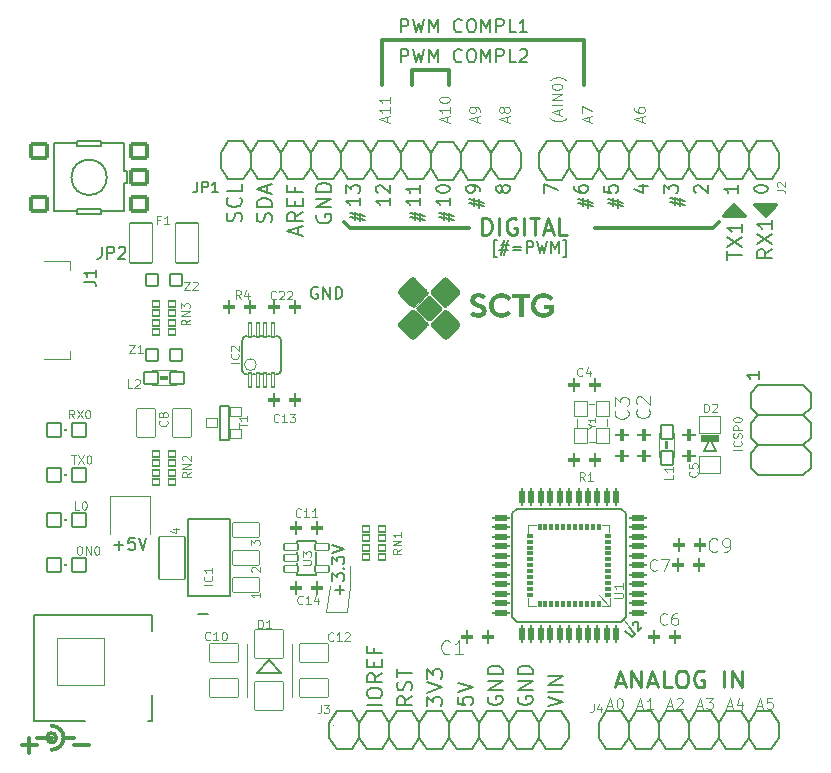
<source format=gto>
G04 #@! TF.GenerationSoftware,KiCad,Pcbnew,(6.0.10-0)*
G04 #@! TF.CreationDate,2023-01-08T15:57:27+01:00*
G04 #@! TF.ProjectId,Leonardo_Rev3d,4c656f6e-6172-4646-9f5f-52657633642e,3d*
G04 #@! TF.SameCoordinates,Original*
G04 #@! TF.FileFunction,Legend,Top*
G04 #@! TF.FilePolarity,Positive*
%FSLAX46Y46*%
G04 Gerber Fmt 4.6, Leading zero omitted, Abs format (unit mm)*
G04 Created by KiCad (PCBNEW (6.0.10-0)) date 2023-01-08 15:57:27*
%MOMM*%
%LPD*%
G01*
G04 APERTURE LIST*
G04 Aperture macros list*
%AMRoundRect*
0 Rectangle with rounded corners*
0 $1 Rounding radius*
0 $2 $3 $4 $5 $6 $7 $8 $9 X,Y pos of 4 corners*
0 Add a 4 corners polygon primitive as box body*
4,1,4,$2,$3,$4,$5,$6,$7,$8,$9,$2,$3,0*
0 Add four circle primitives for the rounded corners*
1,1,$1+$1,$2,$3*
1,1,$1+$1,$4,$5*
1,1,$1+$1,$6,$7*
1,1,$1+$1,$8,$9*
0 Add four rect primitives between the rounded corners*
20,1,$1+$1,$2,$3,$4,$5,0*
20,1,$1+$1,$4,$5,$6,$7,0*
20,1,$1+$1,$6,$7,$8,$9,0*
20,1,$1+$1,$8,$9,$2,$3,0*%
%AMFreePoly0*
4,1,17,0.356937,0.810921,0.810921,0.356937,0.825800,0.321016,0.825800,-0.321016,0.810921,-0.356937,0.356937,-0.810921,0.321016,-0.825800,-0.321016,-0.825800,-0.356937,-0.810921,-0.810921,-0.356937,-0.825800,-0.321016,-0.825800,0.321016,-0.810921,0.356937,-0.356937,0.810921,-0.321016,0.825800,0.321016,0.825800,0.356937,0.810921,0.356937,0.810921,$1*%
%AMFreePoly1*
4,1,17,0.864348,2.035921,2.035921,0.864348,2.050800,0.828427,2.050800,-0.828427,2.035921,-0.864348,0.864348,-2.035921,0.828427,-2.050800,-0.828427,-2.050800,-0.864348,-2.035921,-2.035921,-0.864348,-2.050800,-0.828427,-2.050800,0.828427,-2.035921,0.864348,-0.864348,2.035921,-0.828427,2.050800,0.828427,2.050800,0.864348,2.035921,0.864348,2.035921,$1*%
G04 Aperture macros list end*
%ADD10C,0.304800*%
%ADD11C,0.120000*%
%ADD12C,0.050800*%
%ADD13C,0.121920*%
%ADD14C,0.152400*%
%ADD15C,0.142240*%
%ADD16C,0.170688*%
%ADD17C,0.150000*%
%ADD18C,0.145288*%
%ADD19C,0.190500*%
%ADD20C,0.251460*%
%ADD21C,0.093472*%
%ADD22C,0.097536*%
%ADD23C,0.101600*%
%ADD24C,0.074778*%
%ADD25C,0.114300*%
%ADD26C,0.130861*%
%ADD27C,0.044867*%
%ADD28C,0.127000*%
%ADD29C,0.203200*%
%ADD30C,0.013229*%
%ADD31C,0.070000*%
%ADD32C,1.200000*%
%ADD33C,2.540000*%
%ADD34C,3.200000*%
%ADD35RoundRect,0.050800X1.117600X-0.609600X1.117600X0.609600X-1.117600X0.609600X-1.117600X-0.609600X0*%
%ADD36RoundRect,0.050800X1.100000X-1.800000X1.100000X1.800000X-1.100000X1.800000X-1.100000X-1.800000X0*%
%ADD37RoundRect,0.558800X0.000000X0.000000X0.000000X0.000000X0.000000X0.000000X0.000000X0.000000X0*%
%ADD38RoundRect,0.410160X0.089840X-0.190640X0.089840X0.190640X-0.089840X0.190640X-0.089840X-0.190640X0*%
%ADD39RoundRect,0.410160X-0.089840X0.190640X-0.089840X-0.190640X0.089840X-0.190640X0.089840X0.190640X0*%
%ADD40RoundRect,0.050800X-0.600000X0.275000X-0.600000X-0.275000X0.600000X-0.275000X0.600000X0.275000X0*%
%ADD41RoundRect,0.050800X-0.900000X0.700000X-0.900000X-0.700000X0.900000X-0.700000X0.900000X0.700000X0*%
%ADD42C,1.524000*%
%ADD43RoundRect,0.050800X-0.500000X-0.500000X0.500000X-0.500000X0.500000X0.500000X-0.500000X0.500000X0*%
%ADD44RoundRect,0.050800X-0.444500X0.393700X-0.444500X-0.393700X0.444500X-0.393700X0.444500X0.393700X0*%
%ADD45RoundRect,0.050800X0.600000X-0.600000X0.600000X0.600000X-0.600000X0.600000X-0.600000X-0.600000X0*%
%ADD46RoundRect,0.230800X0.520000X0.045000X-0.520000X0.045000X-0.520000X-0.045000X0.520000X-0.045000X0*%
%ADD47RoundRect,0.230800X0.045000X0.520000X-0.045000X0.520000X-0.045000X-0.520000X0.045000X-0.520000X0*%
%ADD48RoundRect,0.550800X0.000000X0.000000X0.000000X0.000000X0.000000X0.000000X0.000000X0.000000X0*%
%ADD49O,1.524000X2.946400*%
%ADD50RoundRect,0.050800X-1.200000X1.200000X-1.200000X-1.200000X1.200000X-1.200000X1.200000X1.200000X0*%
%ADD51RoundRect,0.050800X-0.500000X0.600000X-0.500000X-0.600000X0.500000X-0.600000X0.500000X0.600000X0*%
%ADD52RoundRect,0.050800X0.325000X-0.250000X0.325000X0.250000X-0.325000X0.250000X-0.325000X-0.250000X0*%
%ADD53RoundRect,0.050800X0.950000X1.700000X-0.950000X1.700000X-0.950000X-1.700000X0.950000X-1.700000X0*%
%ADD54RoundRect,0.410160X-0.089840X-0.190640X0.089840X-0.190640X0.089840X0.190640X-0.089840X0.190640X0*%
%ADD55R,1.346200X0.457200*%
%ADD56R,1.651000X1.498600*%
%ADD57O,1.651000X1.016000*%
%ADD58O,1.016000X1.295400*%
%ADD59RoundRect,0.050800X-1.200000X0.800000X-1.200000X-0.800000X1.200000X-0.800000X1.200000X0.800000X0*%
%ADD60RoundRect,0.050800X1.200000X-0.800000X1.200000X0.800000X-1.200000X0.800000X-1.200000X-0.800000X0*%
%ADD61RoundRect,0.050800X0.800000X1.200000X-0.800000X1.200000X-0.800000X-1.200000X0.800000X-1.200000X0*%
%ADD62RoundRect,0.050800X-0.800000X-1.200000X0.800000X-1.200000X0.800000X1.200000X-0.800000X1.200000X0*%
%ADD63RoundRect,0.050800X-0.150000X-0.600000X0.150000X-0.600000X0.150000X0.600000X-0.150000X0.600000X0*%
%ADD64RoundRect,0.050800X-0.325000X0.250000X-0.325000X-0.250000X0.325000X-0.250000X0.325000X0.250000X0*%
%ADD65FreePoly0,270.000000*%
%ADD66RoundRect,0.050800X-0.525000X-0.650000X0.525000X-0.650000X0.525000X0.650000X-0.525000X0.650000X0*%
%ADD67RoundRect,0.050800X-0.600000X-0.500000X0.600000X-0.500000X0.600000X0.500000X-0.600000X0.500000X0*%
%ADD68RoundRect,0.410160X0.190640X0.089840X-0.190640X0.089840X-0.190640X-0.089840X0.190640X-0.089840X0*%
%ADD69RoundRect,0.410160X-0.190640X-0.089840X0.190640X-0.089840X0.190640X0.089840X-0.190640X0.089840X0*%
%ADD70RoundRect,0.160800X0.265000X0.027500X-0.265000X0.027500X-0.265000X-0.027500X0.265000X-0.027500X0*%
%ADD71RoundRect,0.160800X-0.027500X0.265000X-0.027500X-0.265000X0.027500X-0.265000X0.027500X0.265000X0*%
%ADD72RoundRect,0.160800X-0.265000X-0.027500X0.265000X-0.027500X0.265000X0.027500X-0.265000X0.027500X0*%
%ADD73RoundRect,0.160800X0.027500X-0.265000X0.027500X0.265000X-0.027500X0.265000X-0.027500X-0.265000X0*%
%ADD74RoundRect,0.155800X0.695000X0.595000X-0.695000X0.595000X-0.695000X-0.595000X0.695000X-0.595000X0*%
%ADD75FreePoly1,90.000000*%
%ADD76FreePoly1,180.000000*%
%ADD77RoundRect,0.050800X2.000000X2.000000X-2.000000X2.000000X-2.000000X-2.000000X2.000000X-2.000000X0*%
%ADD78RoundRect,0.410160X0.089840X0.190640X-0.089840X0.190640X-0.089840X-0.190640X0.089840X-0.190640X0*%
G04 APERTURE END LIST*
D10*
X115481100Y-129768600D02*
X115481100Y-131038600D01*
X147866100Y-73253600D02*
X151041100Y-73253600D01*
X177457100Y-84937600D02*
X177965100Y-84937600D01*
X178346100Y-84810600D02*
X177838100Y-85318600D01*
X145326100Y-74523600D02*
X145326100Y-70713600D01*
D11*
X140640000Y-119120000D02*
X142390000Y-119130000D01*
D10*
X151041100Y-73253600D02*
X151041100Y-74523600D01*
X152692100Y-86588600D02*
X142659100Y-86588600D01*
D11*
X122360000Y-109290000D02*
X125680000Y-109290000D01*
D10*
X114846100Y-130403600D02*
X116116100Y-130403600D01*
D11*
X140960000Y-116890000D02*
X140640000Y-119120000D01*
D10*
X142659100Y-86588600D02*
X142151100Y-86080600D01*
X174917100Y-85445600D02*
X175298100Y-85191600D01*
X177838100Y-85064600D02*
X177838100Y-85191600D01*
X119291100Y-130403600D02*
X120561100Y-130403600D01*
X176060100Y-85572600D02*
X175171100Y-84683600D01*
X175171100Y-84683600D02*
X174282100Y-85572600D01*
X175679100Y-85445600D02*
X174917100Y-85445600D01*
D12*
X141198500Y-128650600D02*
X141198600Y-128650500D01*
D10*
X174282100Y-85572600D02*
X176060100Y-85572600D01*
X177330100Y-84810600D02*
X178346100Y-84810600D01*
X118402100Y-129768600D02*
X119291100Y-129768600D01*
X176949100Y-84683600D02*
X177838100Y-85572600D01*
X147866100Y-74523600D02*
X147866100Y-73253600D01*
X177838100Y-85572600D02*
X178727100Y-84683600D01*
X177838100Y-85318600D02*
X177457100Y-84937600D01*
X117386100Y-130784600D02*
G75*
G03*
X118402100Y-129768600I0J1016000D01*
G01*
X162471100Y-70713600D02*
X162471100Y-74523600D01*
X116116100Y-129768600D02*
X117386100Y-129768600D01*
X173393100Y-86588600D02*
X163360100Y-86588600D01*
X118402100Y-129768600D02*
G75*
G03*
X117386100Y-128752600I-1016000J0D01*
G01*
X117787700Y-129768600D02*
G75*
G03*
X117787700Y-129768600I-401600J0D01*
G01*
D11*
X122350000Y-109295000D02*
X122350000Y-112505000D01*
D10*
X174663100Y-85445600D02*
X175171100Y-84937600D01*
D11*
X142390000Y-119130000D02*
X142660000Y-116890000D01*
D10*
X145326100Y-70713600D02*
X162471100Y-70713600D01*
D11*
X142660000Y-116890000D02*
X142660000Y-115210000D01*
D10*
X173901100Y-86080600D02*
X173393100Y-86588600D01*
D11*
X125680000Y-109290000D02*
X125680000Y-112500000D01*
D10*
X178727100Y-84683600D02*
X176949100Y-84683600D01*
X175171100Y-84937600D02*
X175679100Y-85445600D01*
D13*
X172069248Y-127045373D02*
X172495001Y-127045373D01*
X171984098Y-127300824D02*
X172282125Y-126406744D01*
X172580151Y-127300824D01*
X172793028Y-126406744D02*
X173346506Y-126406744D01*
X173048479Y-126747346D01*
X173176205Y-126747346D01*
X173261355Y-126789921D01*
X173303930Y-126832497D01*
X173346506Y-126917647D01*
X173346506Y-127130523D01*
X173303930Y-127215674D01*
X173261355Y-127258249D01*
X173176205Y-127300824D01*
X172920753Y-127300824D01*
X172835603Y-127258249D01*
X172793028Y-127215674D01*
D14*
X153629480Y-83495726D02*
X153629480Y-83282850D01*
X153576261Y-83176412D01*
X153523042Y-83123193D01*
X153363385Y-83016755D01*
X153150509Y-82963536D01*
X152724757Y-82963536D01*
X152618319Y-83016755D01*
X152565100Y-83069974D01*
X152511880Y-83176412D01*
X152511880Y-83389288D01*
X152565100Y-83495726D01*
X152618319Y-83548945D01*
X152724757Y-83602164D01*
X152990852Y-83602164D01*
X153097290Y-83548945D01*
X153150509Y-83495726D01*
X153203728Y-83389288D01*
X153203728Y-83176412D01*
X153150509Y-83069974D01*
X153097290Y-83016755D01*
X152990852Y-82963536D01*
X164195880Y-83016755D02*
X164195880Y-83548945D01*
X164728071Y-83602164D01*
X164674852Y-83548945D01*
X164621633Y-83442507D01*
X164621633Y-83176412D01*
X164674852Y-83069974D01*
X164728071Y-83016755D01*
X164834509Y-82963536D01*
X165100604Y-82963536D01*
X165207042Y-83016755D01*
X165260261Y-83069974D01*
X165313480Y-83176412D01*
X165313480Y-83442507D01*
X165260261Y-83548945D01*
X165207042Y-83602164D01*
D15*
X149162180Y-127093464D02*
X149162180Y-126300984D01*
X149649860Y-126727704D01*
X149649860Y-126544824D01*
X149710820Y-126422904D01*
X149771780Y-126361944D01*
X149893700Y-126300984D01*
X150198500Y-126300984D01*
X150320420Y-126361944D01*
X150381380Y-126422904D01*
X150442340Y-126544824D01*
X150442340Y-126910584D01*
X150381380Y-127032504D01*
X150320420Y-127093464D01*
X149162180Y-125935224D02*
X150442340Y-125508504D01*
X149162180Y-125081784D01*
X149162180Y-124776984D02*
X149162180Y-123984504D01*
X149649860Y-124411224D01*
X149649860Y-124228344D01*
X149710820Y-124106424D01*
X149771780Y-124045464D01*
X149893700Y-123984504D01*
X150198500Y-123984504D01*
X150320420Y-124045464D01*
X150381380Y-124106424D01*
X150442340Y-124228344D01*
X150442340Y-124594104D01*
X150381380Y-124716024D01*
X150320420Y-124776984D01*
D16*
X159394982Y-127117042D02*
X160646694Y-126699804D01*
X159394982Y-126282567D01*
X160646694Y-125865330D02*
X159394982Y-125865330D01*
X160646694Y-125269276D02*
X159394982Y-125269276D01*
X160646694Y-124554012D01*
X159394982Y-124554012D01*
D15*
X178412140Y-88380824D02*
X177802540Y-88807544D01*
X178412140Y-89112344D02*
X177131980Y-89112344D01*
X177131980Y-88624664D01*
X177192940Y-88502744D01*
X177253900Y-88441784D01*
X177375820Y-88380824D01*
X177558700Y-88380824D01*
X177680620Y-88441784D01*
X177741580Y-88502744D01*
X177802540Y-88624664D01*
X177802540Y-89112344D01*
X177131980Y-87954104D02*
X178412140Y-87100664D01*
X177131980Y-87100664D02*
X178412140Y-87954104D01*
X178412140Y-85942424D02*
X178412140Y-86673944D01*
X178412140Y-86308184D02*
X177131980Y-86308184D01*
X177314860Y-86430104D01*
X177436780Y-86552024D01*
X177497740Y-86673944D01*
X135968080Y-86103704D02*
X136029040Y-85920824D01*
X136029040Y-85616024D01*
X135968080Y-85494104D01*
X135907120Y-85433144D01*
X135785200Y-85372184D01*
X135663280Y-85372184D01*
X135541360Y-85433144D01*
X135480400Y-85494104D01*
X135419440Y-85616024D01*
X135358480Y-85859864D01*
X135297520Y-85981784D01*
X135236560Y-86042744D01*
X135114640Y-86103704D01*
X134992720Y-86103704D01*
X134870800Y-86042744D01*
X134809840Y-85981784D01*
X134748880Y-85859864D01*
X134748880Y-85555064D01*
X134809840Y-85372184D01*
X136029040Y-84823544D02*
X134748880Y-84823544D01*
X134748880Y-84518744D01*
X134809840Y-84335864D01*
X134931760Y-84213944D01*
X135053680Y-84152984D01*
X135297520Y-84092024D01*
X135480400Y-84092024D01*
X135724240Y-84152984D01*
X135846160Y-84213944D01*
X135968080Y-84335864D01*
X136029040Y-84518744D01*
X136029040Y-84823544D01*
X135663280Y-83604344D02*
X135663280Y-82994744D01*
X136029040Y-83726264D02*
X134748880Y-83299544D01*
X136029040Y-82872824D01*
D17*
X141781428Y-117620952D02*
X141781428Y-116859047D01*
X142162380Y-117240000D02*
X141400476Y-117240000D01*
X141162380Y-116478095D02*
X141162380Y-115859047D01*
X141543333Y-116192380D01*
X141543333Y-116049523D01*
X141590952Y-115954285D01*
X141638571Y-115906666D01*
X141733809Y-115859047D01*
X141971904Y-115859047D01*
X142067142Y-115906666D01*
X142114761Y-115954285D01*
X142162380Y-116049523D01*
X142162380Y-116335238D01*
X142114761Y-116430476D01*
X142067142Y-116478095D01*
X142067142Y-115430476D02*
X142114761Y-115382857D01*
X142162380Y-115430476D01*
X142114761Y-115478095D01*
X142067142Y-115430476D01*
X142162380Y-115430476D01*
X141162380Y-115049523D02*
X141162380Y-114430476D01*
X141543333Y-114763809D01*
X141543333Y-114620952D01*
X141590952Y-114525714D01*
X141638571Y-114478095D01*
X141733809Y-114430476D01*
X141971904Y-114430476D01*
X142067142Y-114478095D01*
X142114761Y-114525714D01*
X142162380Y-114620952D01*
X142162380Y-114906666D01*
X142114761Y-115001904D01*
X142067142Y-115049523D01*
X141162380Y-114144761D02*
X142162380Y-113811428D01*
X141162380Y-113478095D01*
D18*
X170158591Y-84657960D02*
X170158591Y-83963451D01*
X169741886Y-84380157D02*
X170992001Y-84657960D01*
X170575296Y-84056053D02*
X170575296Y-84750561D01*
X170992001Y-84333856D02*
X169741886Y-84056053D01*
D14*
X171922319Y-83602164D02*
X171869100Y-83548945D01*
X171815880Y-83442507D01*
X171815880Y-83176412D01*
X171869100Y-83069974D01*
X171922319Y-83016755D01*
X172028757Y-82963536D01*
X172135195Y-82963536D01*
X172294852Y-83016755D01*
X172933480Y-83655383D01*
X172933480Y-82963536D01*
D19*
X177308595Y-98753698D02*
X177308595Y-99370555D01*
X177308595Y-99062127D02*
X176229095Y-99062127D01*
X176383309Y-99164936D01*
X176486119Y-99267746D01*
X176537523Y-99370555D01*
D18*
X150600591Y-85927960D02*
X150600591Y-85233451D01*
X150183886Y-85650157D02*
X151434001Y-85927960D01*
X151017296Y-85326053D02*
X151017296Y-86020561D01*
X151434001Y-85603856D02*
X150183886Y-85326053D01*
X155073843Y-89025403D02*
X154842340Y-89025403D01*
X154842340Y-87636386D01*
X155073843Y-87636386D01*
X155397947Y-88053091D02*
X156092456Y-88053091D01*
X155675750Y-87636386D02*
X155397947Y-88886501D01*
X155999854Y-88469796D02*
X155305346Y-88469796D01*
X155722051Y-88886501D02*
X155999854Y-87636386D01*
X156416560Y-88191993D02*
X157157369Y-88191993D01*
X157157369Y-88469796D02*
X156416560Y-88469796D01*
X157620374Y-88701299D02*
X157620374Y-87728987D01*
X157990779Y-87728987D01*
X158083380Y-87775288D01*
X158129681Y-87821588D01*
X158175981Y-87914189D01*
X158175981Y-88053091D01*
X158129681Y-88145692D01*
X158083380Y-88191993D01*
X157990779Y-88238293D01*
X157620374Y-88238293D01*
X158500085Y-87728987D02*
X158731588Y-88701299D01*
X158916790Y-88006790D01*
X159101993Y-88701299D01*
X159333496Y-87728987D01*
X159703900Y-88701299D02*
X159703900Y-87728987D01*
X160028004Y-88423496D01*
X160352108Y-87728987D01*
X160352108Y-88701299D01*
X160722513Y-89025403D02*
X160954016Y-89025403D01*
X160954016Y-87636386D01*
X160722513Y-87636386D01*
X162411591Y-84784960D02*
X162411591Y-84090451D01*
X161994886Y-84507157D02*
X163245001Y-84784960D01*
X162828296Y-84183053D02*
X162828296Y-84877561D01*
X163245001Y-84460856D02*
X161994886Y-84183053D01*
D17*
X139908095Y-91640000D02*
X139812857Y-91592380D01*
X139670000Y-91592380D01*
X139527142Y-91640000D01*
X139431904Y-91735238D01*
X139384285Y-91830476D01*
X139336666Y-92020952D01*
X139336666Y-92163809D01*
X139384285Y-92354285D01*
X139431904Y-92449523D01*
X139527142Y-92544761D01*
X139670000Y-92592380D01*
X139765238Y-92592380D01*
X139908095Y-92544761D01*
X139955714Y-92497142D01*
X139955714Y-92163809D01*
X139765238Y-92163809D01*
X140384285Y-92592380D02*
X140384285Y-91592380D01*
X140955714Y-92592380D01*
X140955714Y-91592380D01*
X141431904Y-92592380D02*
X141431904Y-91592380D01*
X141670000Y-91592380D01*
X141812857Y-91640000D01*
X141908095Y-91735238D01*
X141955714Y-91830476D01*
X142003333Y-92020952D01*
X142003333Y-92163809D01*
X141955714Y-92354285D01*
X141908095Y-92449523D01*
X141812857Y-92544761D01*
X141670000Y-92592380D01*
X141431904Y-92592380D01*
D16*
X156914588Y-126282567D02*
X156854982Y-126401778D01*
X156854982Y-126580594D01*
X156914588Y-126759410D01*
X157033798Y-126878620D01*
X157153009Y-126938226D01*
X157391430Y-126997831D01*
X157570246Y-126997831D01*
X157808668Y-126938226D01*
X157927878Y-126878620D01*
X158047089Y-126759410D01*
X158106694Y-126580594D01*
X158106694Y-126461383D01*
X158047089Y-126282567D01*
X157987484Y-126222962D01*
X157570246Y-126222962D01*
X157570246Y-126461383D01*
X158106694Y-125686514D02*
X156854982Y-125686514D01*
X158106694Y-124971250D01*
X156854982Y-124971250D01*
X158106694Y-124375196D02*
X156854982Y-124375196D01*
X156854982Y-124077170D01*
X156914588Y-123898354D01*
X157033798Y-123779143D01*
X157153009Y-123719538D01*
X157391430Y-123659932D01*
X157570246Y-123659932D01*
X157808668Y-123719538D01*
X157927878Y-123779143D01*
X158047089Y-123898354D01*
X158106694Y-124077170D01*
X158106694Y-124375196D01*
D15*
X138265580Y-87154504D02*
X138265580Y-86544904D01*
X138631340Y-87276424D02*
X137351180Y-86849704D01*
X138631340Y-86422984D01*
X138631340Y-85264744D02*
X138021740Y-85691464D01*
X138631340Y-85996264D02*
X137351180Y-85996264D01*
X137351180Y-85508584D01*
X137412140Y-85386664D01*
X137473100Y-85325704D01*
X137595020Y-85264744D01*
X137777900Y-85264744D01*
X137899820Y-85325704D01*
X137960780Y-85386664D01*
X138021740Y-85508584D01*
X138021740Y-85996264D01*
X137960780Y-84716104D02*
X137960780Y-84289384D01*
X138631340Y-84106504D02*
X138631340Y-84716104D01*
X137351180Y-84716104D01*
X137351180Y-84106504D01*
X137960780Y-83131144D02*
X137960780Y-83557864D01*
X138631340Y-83557864D02*
X137351180Y-83557864D01*
X137351180Y-82948264D01*
D14*
X167108414Y-83069974D02*
X167853480Y-83069974D01*
X166682661Y-83336069D02*
X167480947Y-83602164D01*
X167480947Y-82910317D01*
D15*
X145362340Y-126971544D02*
X144082180Y-126971544D01*
X144082180Y-126118104D02*
X144082180Y-125874264D01*
X144143140Y-125752344D01*
X144265060Y-125630424D01*
X144508900Y-125569464D01*
X144935620Y-125569464D01*
X145179460Y-125630424D01*
X145301380Y-125752344D01*
X145362340Y-125874264D01*
X145362340Y-126118104D01*
X145301380Y-126240024D01*
X145179460Y-126361944D01*
X144935620Y-126422904D01*
X144508900Y-126422904D01*
X144265060Y-126361944D01*
X144143140Y-126240024D01*
X144082180Y-126118104D01*
X145362340Y-124289304D02*
X144752740Y-124716024D01*
X145362340Y-125020824D02*
X144082180Y-125020824D01*
X144082180Y-124533144D01*
X144143140Y-124411224D01*
X144204100Y-124350264D01*
X144326020Y-124289304D01*
X144508900Y-124289304D01*
X144630820Y-124350264D01*
X144691780Y-124411224D01*
X144752740Y-124533144D01*
X144752740Y-125020824D01*
X144691780Y-123740664D02*
X144691780Y-123313944D01*
X145362340Y-123131064D02*
X145362340Y-123740664D01*
X144082180Y-123740664D01*
X144082180Y-123131064D01*
X144691780Y-122155704D02*
X144691780Y-122582424D01*
X145362340Y-122582424D02*
X144082180Y-122582424D01*
X144082180Y-121972824D01*
D13*
X150857873Y-77625451D02*
X150857873Y-77199698D01*
X151113324Y-77710601D02*
X150219244Y-77412574D01*
X151113324Y-77114548D01*
X151113324Y-76348193D02*
X151113324Y-76859096D01*
X151113324Y-76603645D02*
X150219244Y-76603645D01*
X150346970Y-76688795D01*
X150432120Y-76773946D01*
X150474696Y-76859096D01*
X150219244Y-75794715D02*
X150219244Y-75709565D01*
X150261820Y-75624414D01*
X150304395Y-75581839D01*
X150389545Y-75539264D01*
X150559846Y-75496689D01*
X150772722Y-75496689D01*
X150943023Y-75539264D01*
X151028174Y-75581839D01*
X151070749Y-75624414D01*
X151113324Y-75709565D01*
X151113324Y-75794715D01*
X151070749Y-75879866D01*
X151028174Y-75922441D01*
X150943023Y-75965016D01*
X150772722Y-76007592D01*
X150559846Y-76007592D01*
X150389545Y-75965016D01*
X150304395Y-75922441D01*
X150261820Y-75879866D01*
X150219244Y-75794715D01*
D14*
X143469480Y-84027917D02*
X143469480Y-84666545D01*
X143469480Y-84347231D02*
X142351880Y-84347231D01*
X142511538Y-84453669D01*
X142617976Y-84560107D01*
X142671195Y-84666545D01*
X142351880Y-83655383D02*
X142351880Y-82963536D01*
X142777633Y-83336069D01*
X142777633Y-83176412D01*
X142830852Y-83069974D01*
X142884071Y-83016755D01*
X142990509Y-82963536D01*
X143256604Y-82963536D01*
X143363042Y-83016755D01*
X143416261Y-83069974D01*
X143469480Y-83176412D01*
X143469480Y-83495726D01*
X143416261Y-83602164D01*
X143363042Y-83655383D01*
X175473480Y-82963536D02*
X175473480Y-83602164D01*
X175473480Y-83282850D02*
X174355880Y-83282850D01*
X174515538Y-83389288D01*
X174621976Y-83495726D01*
X174675195Y-83602164D01*
X161655880Y-83069974D02*
X161655880Y-83282850D01*
X161709100Y-83389288D01*
X161762319Y-83442507D01*
X161921976Y-83548945D01*
X162134852Y-83602164D01*
X162560604Y-83602164D01*
X162667042Y-83548945D01*
X162720261Y-83495726D01*
X162773480Y-83389288D01*
X162773480Y-83176412D01*
X162720261Y-83069974D01*
X162667042Y-83016755D01*
X162560604Y-82963536D01*
X162294509Y-82963536D01*
X162188071Y-83016755D01*
X162134852Y-83069974D01*
X162081633Y-83176412D01*
X162081633Y-83389288D01*
X162134852Y-83495726D01*
X162188071Y-83548945D01*
X162294509Y-83602164D01*
D13*
X167367873Y-77625451D02*
X167367873Y-77199698D01*
X167623324Y-77710601D02*
X166729244Y-77412574D01*
X167623324Y-77114548D01*
X166729244Y-76433344D02*
X166729244Y-76603645D01*
X166771820Y-76688795D01*
X166814395Y-76731371D01*
X166942120Y-76816521D01*
X167112421Y-76859096D01*
X167453023Y-76859096D01*
X167538174Y-76816521D01*
X167580749Y-76773946D01*
X167623324Y-76688795D01*
X167623324Y-76518494D01*
X167580749Y-76433344D01*
X167538174Y-76390769D01*
X167453023Y-76348193D01*
X167240147Y-76348193D01*
X167154997Y-76390769D01*
X167112421Y-76433344D01*
X167069846Y-76518494D01*
X167069846Y-76688795D01*
X167112421Y-76773946D01*
X167154997Y-76816521D01*
X167240147Y-76859096D01*
X164449248Y-127045373D02*
X164875001Y-127045373D01*
X164364098Y-127300824D02*
X164662125Y-126406744D01*
X164960151Y-127300824D01*
X165428479Y-126406744D02*
X165513629Y-126406744D01*
X165598780Y-126449320D01*
X165641355Y-126491895D01*
X165683930Y-126577045D01*
X165726506Y-126747346D01*
X165726506Y-126960222D01*
X165683930Y-127130523D01*
X165641355Y-127215674D01*
X165598780Y-127258249D01*
X165513629Y-127300824D01*
X165428479Y-127300824D01*
X165343328Y-127258249D01*
X165300753Y-127215674D01*
X165258178Y-127130523D01*
X165215603Y-126960222D01*
X165215603Y-126747346D01*
X165258178Y-126577045D01*
X165300753Y-126491895D01*
X165343328Y-126449320D01*
X165428479Y-126406744D01*
D15*
X133428080Y-86043704D02*
X133489040Y-85860824D01*
X133489040Y-85556024D01*
X133428080Y-85434104D01*
X133367120Y-85373144D01*
X133245200Y-85312184D01*
X133123280Y-85312184D01*
X133001360Y-85373144D01*
X132940400Y-85434104D01*
X132879440Y-85556024D01*
X132818480Y-85799864D01*
X132757520Y-85921784D01*
X132696560Y-85982744D01*
X132574640Y-86043704D01*
X132452720Y-86043704D01*
X132330800Y-85982744D01*
X132269840Y-85921784D01*
X132208880Y-85799864D01*
X132208880Y-85495064D01*
X132269840Y-85312184D01*
X133367120Y-84032024D02*
X133428080Y-84092984D01*
X133489040Y-84275864D01*
X133489040Y-84397784D01*
X133428080Y-84580664D01*
X133306160Y-84702584D01*
X133184240Y-84763544D01*
X132940400Y-84824504D01*
X132757520Y-84824504D01*
X132513680Y-84763544D01*
X132391760Y-84702584D01*
X132269840Y-84580664D01*
X132208880Y-84397784D01*
X132208880Y-84275864D01*
X132269840Y-84092984D01*
X132330800Y-84032024D01*
X133489040Y-82873784D02*
X133489040Y-83483384D01*
X132208880Y-83483384D01*
D14*
X169275880Y-83655383D02*
X169275880Y-82963536D01*
X169701633Y-83336069D01*
X169701633Y-83176412D01*
X169754852Y-83069974D01*
X169808071Y-83016755D01*
X169914509Y-82963536D01*
X170180604Y-82963536D01*
X170287042Y-83016755D01*
X170340261Y-83069974D01*
X170393480Y-83176412D01*
X170393480Y-83495726D01*
X170340261Y-83602164D01*
X170287042Y-83655383D01*
X148549480Y-84027917D02*
X148549480Y-84666545D01*
X148549480Y-84347231D02*
X147431880Y-84347231D01*
X147591538Y-84453669D01*
X147697976Y-84560107D01*
X147751195Y-84666545D01*
X148549480Y-82963536D02*
X148549480Y-83602164D01*
X148549480Y-83282850D02*
X147431880Y-83282850D01*
X147591538Y-83389288D01*
X147697976Y-83495726D01*
X147751195Y-83602164D01*
D13*
X160978926Y-77327424D02*
X160936351Y-77369999D01*
X160808625Y-77455150D01*
X160723475Y-77497725D01*
X160595749Y-77540300D01*
X160382873Y-77582875D01*
X160212572Y-77582875D01*
X159999696Y-77540300D01*
X159871970Y-77497725D01*
X159786820Y-77455150D01*
X159659094Y-77369999D01*
X159616519Y-77327424D01*
X160382873Y-77029397D02*
X160382873Y-76603645D01*
X160638324Y-77114548D02*
X159744244Y-76816521D01*
X160638324Y-76518494D01*
X160638324Y-76220468D02*
X159744244Y-76220468D01*
X160638324Y-75794715D02*
X159744244Y-75794715D01*
X160638324Y-75283812D01*
X159744244Y-75283812D01*
X159744244Y-74687759D02*
X159744244Y-74602609D01*
X159786820Y-74517458D01*
X159829395Y-74474883D01*
X159914545Y-74432308D01*
X160084846Y-74389732D01*
X160297722Y-74389732D01*
X160468023Y-74432308D01*
X160553174Y-74474883D01*
X160595749Y-74517458D01*
X160638324Y-74602609D01*
X160638324Y-74687759D01*
X160595749Y-74772910D01*
X160553174Y-74815485D01*
X160468023Y-74858060D01*
X160297722Y-74900635D01*
X160084846Y-74900635D01*
X159914545Y-74858060D01*
X159829395Y-74815485D01*
X159786820Y-74772910D01*
X159744244Y-74687759D01*
X160978926Y-74091706D02*
X160936351Y-74049131D01*
X160808625Y-73963980D01*
X160723475Y-73921405D01*
X160595749Y-73878830D01*
X160382873Y-73836254D01*
X160212572Y-73836254D01*
X159999696Y-73878830D01*
X159871970Y-73921405D01*
X159786820Y-73963980D01*
X159659094Y-74049131D01*
X159616519Y-74091706D01*
D20*
X153866220Y-87191545D02*
X153866220Y-85766605D01*
X154205491Y-85766605D01*
X154409054Y-85834460D01*
X154544763Y-85970168D01*
X154612617Y-86105877D01*
X154680471Y-86377294D01*
X154680471Y-86580857D01*
X154612617Y-86852274D01*
X154544763Y-86987982D01*
X154409054Y-87123691D01*
X154205491Y-87191545D01*
X153866220Y-87191545D01*
X155291160Y-87191545D02*
X155291160Y-85766605D01*
X156716100Y-85834460D02*
X156580391Y-85766605D01*
X156376829Y-85766605D01*
X156173266Y-85834460D01*
X156037557Y-85970168D01*
X155969703Y-86105877D01*
X155901849Y-86377294D01*
X155901849Y-86580857D01*
X155969703Y-86852274D01*
X156037557Y-86987982D01*
X156173266Y-87123691D01*
X156376829Y-87191545D01*
X156512537Y-87191545D01*
X156716100Y-87123691D01*
X156783954Y-87055837D01*
X156783954Y-86580857D01*
X156512537Y-86580857D01*
X157394643Y-87191545D02*
X157394643Y-85766605D01*
X157869623Y-85766605D02*
X158683874Y-85766605D01*
X158276749Y-87191545D02*
X158276749Y-85766605D01*
X159091000Y-86784420D02*
X159769543Y-86784420D01*
X158955291Y-87191545D02*
X159430271Y-85766605D01*
X159905251Y-87191545D01*
X161058774Y-87191545D02*
X160380231Y-87191545D01*
X160380231Y-85766605D01*
D18*
X164951591Y-84784960D02*
X164951591Y-84090451D01*
X164534886Y-84507157D02*
X165785001Y-84784960D01*
X165368296Y-84183053D02*
X165368296Y-84877561D01*
X165785001Y-84460856D02*
X164534886Y-84183053D01*
D13*
X155937873Y-77625451D02*
X155937873Y-77199698D01*
X156193324Y-77710601D02*
X155299244Y-77412574D01*
X156193324Y-77114548D01*
X155682421Y-76688795D02*
X155639846Y-76773946D01*
X155597271Y-76816521D01*
X155512120Y-76859096D01*
X155469545Y-76859096D01*
X155384395Y-76816521D01*
X155341820Y-76773946D01*
X155299244Y-76688795D01*
X155299244Y-76518494D01*
X155341820Y-76433344D01*
X155384395Y-76390769D01*
X155469545Y-76348193D01*
X155512120Y-76348193D01*
X155597271Y-76390769D01*
X155639846Y-76433344D01*
X155682421Y-76518494D01*
X155682421Y-76688795D01*
X155724997Y-76773946D01*
X155767572Y-76816521D01*
X155852722Y-76859096D01*
X156023023Y-76859096D01*
X156108174Y-76816521D01*
X156150749Y-76773946D01*
X156193324Y-76688795D01*
X156193324Y-76518494D01*
X156150749Y-76433344D01*
X156108174Y-76390769D01*
X156023023Y-76348193D01*
X155852722Y-76348193D01*
X155767572Y-76390769D01*
X155724997Y-76433344D01*
X155682421Y-76518494D01*
D20*
X165191966Y-125102620D02*
X165870509Y-125102620D01*
X165056257Y-125509745D02*
X165531237Y-124084805D01*
X166006217Y-125509745D01*
X166481197Y-125509745D02*
X166481197Y-124084805D01*
X167295449Y-125509745D01*
X167295449Y-124084805D01*
X167906137Y-125102620D02*
X168584680Y-125102620D01*
X167770429Y-125509745D02*
X168245409Y-124084805D01*
X168720389Y-125509745D01*
X169873911Y-125509745D02*
X169195369Y-125509745D01*
X169195369Y-124084805D01*
X170620309Y-124084805D02*
X170891726Y-124084805D01*
X171027434Y-124152660D01*
X171163143Y-124288368D01*
X171230997Y-124559785D01*
X171230997Y-125034765D01*
X171163143Y-125306182D01*
X171027434Y-125441891D01*
X170891726Y-125509745D01*
X170620309Y-125509745D01*
X170484600Y-125441891D01*
X170348891Y-125306182D01*
X170281037Y-125034765D01*
X170281037Y-124559785D01*
X170348891Y-124288368D01*
X170484600Y-124152660D01*
X170620309Y-124084805D01*
X172588083Y-124152660D02*
X172452374Y-124084805D01*
X172248811Y-124084805D01*
X172045249Y-124152660D01*
X171909540Y-124288368D01*
X171841686Y-124424077D01*
X171773831Y-124695494D01*
X171773831Y-124899057D01*
X171841686Y-125170474D01*
X171909540Y-125306182D01*
X172045249Y-125441891D01*
X172248811Y-125509745D01*
X172384520Y-125509745D01*
X172588083Y-125441891D01*
X172655937Y-125374037D01*
X172655937Y-124899057D01*
X172384520Y-124899057D01*
X174352294Y-125509745D02*
X174352294Y-124084805D01*
X175030837Y-125509745D02*
X175030837Y-124084805D01*
X175845089Y-125509745D01*
X175845089Y-124084805D01*
D14*
X151089480Y-84027917D02*
X151089480Y-84666545D01*
X151089480Y-84347231D02*
X149971880Y-84347231D01*
X150131538Y-84453669D01*
X150237976Y-84560107D01*
X150291195Y-84666545D01*
X149971880Y-83336069D02*
X149971880Y-83229631D01*
X150025100Y-83123193D01*
X150078319Y-83069974D01*
X150184757Y-83016755D01*
X150397633Y-82963536D01*
X150663728Y-82963536D01*
X150876604Y-83016755D01*
X150983042Y-83069974D01*
X151036261Y-83123193D01*
X151089480Y-83229631D01*
X151089480Y-83336069D01*
X151036261Y-83442507D01*
X150983042Y-83495726D01*
X150876604Y-83548945D01*
X150663728Y-83602164D01*
X150397633Y-83602164D01*
X150184757Y-83548945D01*
X150078319Y-83495726D01*
X150025100Y-83442507D01*
X149971880Y-83336069D01*
D17*
X122704285Y-113461428D02*
X123466190Y-113461428D01*
X123085238Y-113842380D02*
X123085238Y-113080476D01*
X124418571Y-112842380D02*
X123942380Y-112842380D01*
X123894761Y-113318571D01*
X123942380Y-113270952D01*
X124037619Y-113223333D01*
X124275714Y-113223333D01*
X124370952Y-113270952D01*
X124418571Y-113318571D01*
X124466190Y-113413809D01*
X124466190Y-113651904D01*
X124418571Y-113747142D01*
X124370952Y-113794761D01*
X124275714Y-113842380D01*
X124037619Y-113842380D01*
X123942380Y-113794761D01*
X123894761Y-113747142D01*
X124751904Y-112842380D02*
X125085238Y-113842380D01*
X125418571Y-112842380D01*
D13*
X166989248Y-127045373D02*
X167415001Y-127045373D01*
X166904098Y-127300824D02*
X167202125Y-126406744D01*
X167500151Y-127300824D01*
X168266506Y-127300824D02*
X167755603Y-127300824D01*
X168011054Y-127300824D02*
X168011054Y-126406744D01*
X167925904Y-126534470D01*
X167840753Y-126619620D01*
X167755603Y-126662196D01*
X153397873Y-77625451D02*
X153397873Y-77199698D01*
X153653324Y-77710601D02*
X152759244Y-77412574D01*
X153653324Y-77114548D01*
X153653324Y-76773946D02*
X153653324Y-76603645D01*
X153610749Y-76518494D01*
X153568174Y-76475919D01*
X153440448Y-76390769D01*
X153270147Y-76348193D01*
X152929545Y-76348193D01*
X152844395Y-76390769D01*
X152801820Y-76433344D01*
X152759244Y-76518494D01*
X152759244Y-76688795D01*
X152801820Y-76773946D01*
X152844395Y-76816521D01*
X152929545Y-76859096D01*
X153142421Y-76859096D01*
X153227572Y-76816521D01*
X153270147Y-76773946D01*
X153312722Y-76688795D01*
X153312722Y-76518494D01*
X153270147Y-76433344D01*
X153227572Y-76390769D01*
X153142421Y-76348193D01*
D16*
X154374588Y-126282567D02*
X154314982Y-126401778D01*
X154314982Y-126580594D01*
X154374588Y-126759410D01*
X154493798Y-126878620D01*
X154613009Y-126938226D01*
X154851430Y-126997831D01*
X155030246Y-126997831D01*
X155268668Y-126938226D01*
X155387878Y-126878620D01*
X155507089Y-126759410D01*
X155566694Y-126580594D01*
X155566694Y-126461383D01*
X155507089Y-126282567D01*
X155447484Y-126222962D01*
X155030246Y-126222962D01*
X155030246Y-126461383D01*
X155566694Y-125686514D02*
X154314982Y-125686514D01*
X155566694Y-124971250D01*
X154314982Y-124971250D01*
X155566694Y-124375196D02*
X154314982Y-124375196D01*
X154314982Y-124077170D01*
X154374588Y-123898354D01*
X154493798Y-123779143D01*
X154613009Y-123719538D01*
X154851430Y-123659932D01*
X155030246Y-123659932D01*
X155268668Y-123719538D01*
X155387878Y-123779143D01*
X155507089Y-123898354D01*
X155566694Y-124077170D01*
X155566694Y-124375196D01*
D14*
X146961255Y-72565380D02*
X146961255Y-71447780D01*
X147387007Y-71447780D01*
X147493445Y-71501000D01*
X147546664Y-71554219D01*
X147599883Y-71660657D01*
X147599883Y-71820314D01*
X147546664Y-71926752D01*
X147493445Y-71979971D01*
X147387007Y-72033190D01*
X146961255Y-72033190D01*
X147972417Y-71447780D02*
X148238512Y-72565380D01*
X148451388Y-71767095D01*
X148664264Y-72565380D01*
X148930360Y-71447780D01*
X149356112Y-72565380D02*
X149356112Y-71447780D01*
X149728645Y-72246066D01*
X150101179Y-71447780D01*
X150101179Y-72565380D01*
X152123502Y-72458942D02*
X152070283Y-72512161D01*
X151910626Y-72565380D01*
X151804188Y-72565380D01*
X151644531Y-72512161D01*
X151538093Y-72405723D01*
X151484874Y-72299285D01*
X151431655Y-72086409D01*
X151431655Y-71926752D01*
X151484874Y-71713876D01*
X151538093Y-71607438D01*
X151644531Y-71501000D01*
X151804188Y-71447780D01*
X151910626Y-71447780D01*
X152070283Y-71501000D01*
X152123502Y-71554219D01*
X152815350Y-71447780D02*
X153028226Y-71447780D01*
X153134664Y-71501000D01*
X153241102Y-71607438D01*
X153294321Y-71820314D01*
X153294321Y-72192847D01*
X153241102Y-72405723D01*
X153134664Y-72512161D01*
X153028226Y-72565380D01*
X152815350Y-72565380D01*
X152708912Y-72512161D01*
X152602474Y-72405723D01*
X152549255Y-72192847D01*
X152549255Y-71820314D01*
X152602474Y-71607438D01*
X152708912Y-71501000D01*
X152815350Y-71447780D01*
X153773293Y-72565380D02*
X153773293Y-71447780D01*
X154145826Y-72246066D01*
X154518360Y-71447780D01*
X154518360Y-72565380D01*
X155050550Y-72565380D02*
X155050550Y-71447780D01*
X155476302Y-71447780D01*
X155582740Y-71501000D01*
X155635960Y-71554219D01*
X155689179Y-71660657D01*
X155689179Y-71820314D01*
X155635960Y-71926752D01*
X155582740Y-71979971D01*
X155476302Y-72033190D01*
X155050550Y-72033190D01*
X156700340Y-72565380D02*
X156168150Y-72565380D01*
X156168150Y-71447780D01*
X157019655Y-71554219D02*
X157072874Y-71501000D01*
X157179312Y-71447780D01*
X157445407Y-71447780D01*
X157551845Y-71501000D01*
X157605064Y-71554219D01*
X157658283Y-71660657D01*
X157658283Y-71767095D01*
X157605064Y-71926752D01*
X156966436Y-72565380D01*
X157658283Y-72565380D01*
D15*
X174587580Y-89283024D02*
X174587580Y-88551504D01*
X175867740Y-88917264D02*
X174587580Y-88917264D01*
X174587580Y-88246704D02*
X175867740Y-87393264D01*
X174587580Y-87393264D02*
X175867740Y-88246704D01*
X175867740Y-86235024D02*
X175867740Y-86966544D01*
X175867740Y-86600784D02*
X174587580Y-86600784D01*
X174770460Y-86722704D01*
X174892380Y-86844624D01*
X174953340Y-86966544D01*
X147902340Y-126240024D02*
X147292740Y-126666744D01*
X147902340Y-126971544D02*
X146622180Y-126971544D01*
X146622180Y-126483864D01*
X146683140Y-126361944D01*
X146744100Y-126300984D01*
X146866020Y-126240024D01*
X147048900Y-126240024D01*
X147170820Y-126300984D01*
X147231780Y-126361944D01*
X147292740Y-126483864D01*
X147292740Y-126971544D01*
X147841380Y-125752344D02*
X147902340Y-125569464D01*
X147902340Y-125264664D01*
X147841380Y-125142744D01*
X147780420Y-125081784D01*
X147658500Y-125020824D01*
X147536580Y-125020824D01*
X147414660Y-125081784D01*
X147353700Y-125142744D01*
X147292740Y-125264664D01*
X147231780Y-125508504D01*
X147170820Y-125630424D01*
X147109860Y-125691384D01*
X146987940Y-125752344D01*
X146866020Y-125752344D01*
X146744100Y-125691384D01*
X146683140Y-125630424D01*
X146622180Y-125508504D01*
X146622180Y-125203704D01*
X146683140Y-125020824D01*
X146622180Y-124655064D02*
X146622180Y-123923544D01*
X147902340Y-124289304D02*
X146622180Y-124289304D01*
D13*
X145777873Y-77625451D02*
X145777873Y-77199698D01*
X146033324Y-77710601D02*
X145139244Y-77412574D01*
X146033324Y-77114548D01*
X146033324Y-76348193D02*
X146033324Y-76859096D01*
X146033324Y-76603645D02*
X145139244Y-76603645D01*
X145266970Y-76688795D01*
X145352120Y-76773946D01*
X145394696Y-76859096D01*
X146033324Y-75496689D02*
X146033324Y-76007592D01*
X146033324Y-75752140D02*
X145139244Y-75752140D01*
X145266970Y-75837291D01*
X145352120Y-75922441D01*
X145394696Y-76007592D01*
D18*
X148187591Y-85927960D02*
X148187591Y-85233451D01*
X147770886Y-85650157D02*
X149021001Y-85927960D01*
X148604296Y-85326053D02*
X148604296Y-86020561D01*
X149021001Y-85603856D02*
X147770886Y-85326053D01*
D14*
X146009480Y-84027917D02*
X146009480Y-84666545D01*
X146009480Y-84347231D02*
X144891880Y-84347231D01*
X145051538Y-84453669D01*
X145157976Y-84560107D01*
X145211195Y-84666545D01*
X144998319Y-83602164D02*
X144945100Y-83548945D01*
X144891880Y-83442507D01*
X144891880Y-83176412D01*
X144945100Y-83069974D01*
X144998319Y-83016755D01*
X145104757Y-82963536D01*
X145211195Y-82963536D01*
X145370852Y-83016755D01*
X146009480Y-83655383D01*
X146009480Y-82963536D01*
D18*
X153140591Y-84784960D02*
X153140591Y-84090451D01*
X152723886Y-84507157D02*
X153974001Y-84784960D01*
X153557296Y-84183053D02*
X153557296Y-84877561D01*
X153974001Y-84460856D02*
X152723886Y-84183053D01*
D16*
X151774982Y-126342172D02*
X151774982Y-126938226D01*
X152371036Y-126997831D01*
X152311430Y-126938226D01*
X152251825Y-126819015D01*
X152251825Y-126520988D01*
X152311430Y-126401778D01*
X152371036Y-126342172D01*
X152490246Y-126282567D01*
X152788273Y-126282567D01*
X152907484Y-126342172D01*
X152967089Y-126401778D01*
X153026694Y-126520988D01*
X153026694Y-126819015D01*
X152967089Y-126938226D01*
X152907484Y-126997831D01*
X151774982Y-125924935D02*
X153026694Y-125507698D01*
X151774982Y-125090460D01*
D13*
X174609248Y-127045373D02*
X175035001Y-127045373D01*
X174524098Y-127300824D02*
X174822125Y-126406744D01*
X175120151Y-127300824D01*
X175801355Y-126704771D02*
X175801355Y-127300824D01*
X175588479Y-126364169D02*
X175375603Y-127002798D01*
X175929081Y-127002798D01*
X177149248Y-127045373D02*
X177575001Y-127045373D01*
X177064098Y-127300824D02*
X177362125Y-126406744D01*
X177660151Y-127300824D01*
X178383930Y-126406744D02*
X177958178Y-126406744D01*
X177915603Y-126832497D01*
X177958178Y-126789921D01*
X178043328Y-126747346D01*
X178256205Y-126747346D01*
X178341355Y-126789921D01*
X178383930Y-126832497D01*
X178426506Y-126917647D01*
X178426506Y-127130523D01*
X178383930Y-127215674D01*
X178341355Y-127258249D01*
X178256205Y-127300824D01*
X178043328Y-127300824D01*
X177958178Y-127258249D01*
X177915603Y-127215674D01*
D15*
X139849840Y-85472184D02*
X139788880Y-85594104D01*
X139788880Y-85776984D01*
X139849840Y-85959864D01*
X139971760Y-86081784D01*
X140093680Y-86142744D01*
X140337520Y-86203704D01*
X140520400Y-86203704D01*
X140764240Y-86142744D01*
X140886160Y-86081784D01*
X141008080Y-85959864D01*
X141069040Y-85776984D01*
X141069040Y-85655064D01*
X141008080Y-85472184D01*
X140947120Y-85411224D01*
X140520400Y-85411224D01*
X140520400Y-85655064D01*
X141069040Y-84862584D02*
X139788880Y-84862584D01*
X141069040Y-84131064D01*
X139788880Y-84131064D01*
X141069040Y-83521464D02*
X139788880Y-83521464D01*
X139788880Y-83216664D01*
X139849840Y-83033784D01*
X139971760Y-82911864D01*
X140093680Y-82850904D01*
X140337520Y-82789944D01*
X140520400Y-82789944D01*
X140764240Y-82850904D01*
X140886160Y-82911864D01*
X141008080Y-83033784D01*
X141069040Y-83216664D01*
X141069040Y-83521464D01*
D13*
X169529248Y-127045373D02*
X169955001Y-127045373D01*
X169444098Y-127300824D02*
X169742125Y-126406744D01*
X170040151Y-127300824D01*
X170295603Y-126491895D02*
X170338178Y-126449320D01*
X170423328Y-126406744D01*
X170636205Y-126406744D01*
X170721355Y-126449320D01*
X170763930Y-126491895D01*
X170806506Y-126577045D01*
X170806506Y-126662196D01*
X170763930Y-126789921D01*
X170253028Y-127300824D01*
X170806506Y-127300824D01*
D14*
X155530852Y-83389288D02*
X155477633Y-83495726D01*
X155424414Y-83548945D01*
X155317976Y-83602164D01*
X155264757Y-83602164D01*
X155158319Y-83548945D01*
X155105100Y-83495726D01*
X155051880Y-83389288D01*
X155051880Y-83176412D01*
X155105100Y-83069974D01*
X155158319Y-83016755D01*
X155264757Y-82963536D01*
X155317976Y-82963536D01*
X155424414Y-83016755D01*
X155477633Y-83069974D01*
X155530852Y-83176412D01*
X155530852Y-83389288D01*
X155584071Y-83495726D01*
X155637290Y-83548945D01*
X155743728Y-83602164D01*
X155956604Y-83602164D01*
X156063042Y-83548945D01*
X156116261Y-83495726D01*
X156169480Y-83389288D01*
X156169480Y-83176412D01*
X156116261Y-83069974D01*
X156063042Y-83016755D01*
X155956604Y-82963536D01*
X155743728Y-82963536D01*
X155637290Y-83016755D01*
X155584071Y-83069974D01*
X155530852Y-83176412D01*
D13*
X162922873Y-77625451D02*
X162922873Y-77199698D01*
X163178324Y-77710601D02*
X162284244Y-77412574D01*
X163178324Y-77114548D01*
X162284244Y-76901672D02*
X162284244Y-76305618D01*
X163178324Y-76688795D01*
D14*
X129816255Y-119256628D02*
X130667760Y-119256628D01*
X159115880Y-83655383D02*
X159115880Y-82910317D01*
X160233480Y-83389288D01*
X146961255Y-70025380D02*
X146961255Y-68907780D01*
X147387007Y-68907780D01*
X147493445Y-68961000D01*
X147546664Y-69014219D01*
X147599883Y-69120657D01*
X147599883Y-69280314D01*
X147546664Y-69386752D01*
X147493445Y-69439971D01*
X147387007Y-69493190D01*
X146961255Y-69493190D01*
X147972417Y-68907780D02*
X148238512Y-70025380D01*
X148451388Y-69227095D01*
X148664264Y-70025380D01*
X148930360Y-68907780D01*
X149356112Y-70025380D02*
X149356112Y-68907780D01*
X149728645Y-69706066D01*
X150101179Y-68907780D01*
X150101179Y-70025380D01*
X152123502Y-69918942D02*
X152070283Y-69972161D01*
X151910626Y-70025380D01*
X151804188Y-70025380D01*
X151644531Y-69972161D01*
X151538093Y-69865723D01*
X151484874Y-69759285D01*
X151431655Y-69546409D01*
X151431655Y-69386752D01*
X151484874Y-69173876D01*
X151538093Y-69067438D01*
X151644531Y-68961000D01*
X151804188Y-68907780D01*
X151910626Y-68907780D01*
X152070283Y-68961000D01*
X152123502Y-69014219D01*
X152815350Y-68907780D02*
X153028226Y-68907780D01*
X153134664Y-68961000D01*
X153241102Y-69067438D01*
X153294321Y-69280314D01*
X153294321Y-69652847D01*
X153241102Y-69865723D01*
X153134664Y-69972161D01*
X153028226Y-70025380D01*
X152815350Y-70025380D01*
X152708912Y-69972161D01*
X152602474Y-69865723D01*
X152549255Y-69652847D01*
X152549255Y-69280314D01*
X152602474Y-69067438D01*
X152708912Y-68961000D01*
X152815350Y-68907780D01*
X153773293Y-70025380D02*
X153773293Y-68907780D01*
X154145826Y-69706066D01*
X154518360Y-68907780D01*
X154518360Y-70025380D01*
X155050550Y-70025380D02*
X155050550Y-68907780D01*
X155476302Y-68907780D01*
X155582740Y-68961000D01*
X155635960Y-69014219D01*
X155689179Y-69120657D01*
X155689179Y-69280314D01*
X155635960Y-69386752D01*
X155582740Y-69439971D01*
X155476302Y-69493190D01*
X155050550Y-69493190D01*
X156700340Y-70025380D02*
X156168150Y-70025380D01*
X156168150Y-68907780D01*
X157658283Y-70025380D02*
X157019655Y-70025380D01*
X157338969Y-70025380D02*
X157338969Y-68907780D01*
X157232531Y-69067438D01*
X157126093Y-69173876D01*
X157019655Y-69227095D01*
X176895880Y-83336069D02*
X176895880Y-83229631D01*
X176949100Y-83123193D01*
X177002319Y-83069974D01*
X177108757Y-83016755D01*
X177321633Y-82963536D01*
X177587728Y-82963536D01*
X177800604Y-83016755D01*
X177907042Y-83069974D01*
X177960261Y-83123193D01*
X178013480Y-83229631D01*
X178013480Y-83336069D01*
X177960261Y-83442507D01*
X177907042Y-83495726D01*
X177800604Y-83548945D01*
X177587728Y-83602164D01*
X177321633Y-83602164D01*
X177108757Y-83548945D01*
X177002319Y-83495726D01*
X176949100Y-83442507D01*
X176895880Y-83336069D01*
D18*
X143107591Y-85927960D02*
X143107591Y-85233451D01*
X142690886Y-85650157D02*
X143941001Y-85927960D01*
X143524296Y-85326053D02*
X143524296Y-86020561D01*
X143941001Y-85603856D02*
X142690886Y-85326053D01*
D21*
X130995710Y-116836574D02*
X130276382Y-116836574D01*
X130927202Y-116082992D02*
X130961456Y-116117246D01*
X130995710Y-116220007D01*
X130995710Y-116288515D01*
X130961456Y-116391276D01*
X130892949Y-116459783D01*
X130824441Y-116494037D01*
X130687426Y-116528291D01*
X130584665Y-116528291D01*
X130447650Y-116494037D01*
X130379143Y-116459783D01*
X130310636Y-116391276D01*
X130276382Y-116288515D01*
X130276382Y-116220007D01*
X130310636Y-116117246D01*
X130344889Y-116082992D01*
X130995710Y-115397918D02*
X130995710Y-115808963D01*
X130995710Y-115603440D02*
X130276382Y-115603440D01*
X130379143Y-115671948D01*
X130447650Y-115740455D01*
X130481904Y-115808963D01*
D22*
X134289775Y-113464421D02*
X134289775Y-113021638D01*
X134562257Y-113260059D01*
X134562257Y-113157879D01*
X134596317Y-113089758D01*
X134630377Y-113055698D01*
X134698498Y-113021638D01*
X134868799Y-113021638D01*
X134936919Y-113055698D01*
X134970979Y-113089758D01*
X135005039Y-113157879D01*
X135005039Y-113362240D01*
X134970979Y-113430360D01*
X134936919Y-113464421D01*
X127670197Y-112083358D02*
X128147039Y-112083358D01*
X127397715Y-112253659D02*
X127908618Y-112423960D01*
X127908618Y-111981178D01*
X135005039Y-117481638D02*
X135005039Y-117890360D01*
X135005039Y-117685999D02*
X134289775Y-117685999D01*
X134391956Y-117754120D01*
X134460076Y-117822240D01*
X134494136Y-117890360D01*
X134358796Y-115720360D02*
X134324736Y-115686300D01*
X134290675Y-115618180D01*
X134290675Y-115447879D01*
X134324736Y-115379758D01*
X134358796Y-115345698D01*
X134426916Y-115311638D01*
X134495036Y-115311638D01*
X134597217Y-115345698D01*
X135005939Y-115754421D01*
X135005939Y-115311638D01*
D21*
X162323069Y-99086902D02*
X162288816Y-99121156D01*
X162186055Y-99155410D01*
X162117547Y-99155410D01*
X162014786Y-99121156D01*
X161946279Y-99052649D01*
X161912025Y-98984141D01*
X161877771Y-98847126D01*
X161877771Y-98744365D01*
X161912025Y-98607350D01*
X161946279Y-98538843D01*
X162014786Y-98470336D01*
X162117547Y-98436082D01*
X162186055Y-98436082D01*
X162288816Y-98470336D01*
X162323069Y-98504589D01*
X162939636Y-98675858D02*
X162939636Y-99155410D01*
X162768368Y-98401828D02*
X162597099Y-98915634D01*
X163042397Y-98915634D01*
D23*
X173741887Y-113933085D02*
X173686249Y-113988723D01*
X173519335Y-114044361D01*
X173408059Y-114044361D01*
X173241144Y-113988723D01*
X173129868Y-113877447D01*
X173074230Y-113766171D01*
X173018592Y-113543619D01*
X173018592Y-113376704D01*
X173074230Y-113154152D01*
X173129868Y-113042876D01*
X173241144Y-112931600D01*
X173408059Y-112875961D01*
X173519335Y-112875961D01*
X173686249Y-112931600D01*
X173741887Y-112987238D01*
X174298268Y-114044361D02*
X174520820Y-114044361D01*
X174632097Y-113988723D01*
X174687735Y-113933085D01*
X174799011Y-113766171D01*
X174854649Y-113543619D01*
X174854649Y-113098514D01*
X174799011Y-112987238D01*
X174743373Y-112931600D01*
X174632097Y-112875961D01*
X174409544Y-112875961D01*
X174298268Y-112931600D01*
X174242630Y-112987238D01*
X174186992Y-113098514D01*
X174186992Y-113376704D01*
X174242630Y-113487980D01*
X174298268Y-113543619D01*
X174409544Y-113599257D01*
X174632097Y-113599257D01*
X174743373Y-113543619D01*
X174799011Y-113487980D01*
X174854649Y-113376704D01*
D21*
X138646082Y-115108144D02*
X139228395Y-115108144D01*
X139296902Y-115073890D01*
X139331156Y-115039636D01*
X139365410Y-114971129D01*
X139365410Y-114834114D01*
X139331156Y-114765607D01*
X139296902Y-114731353D01*
X139228395Y-114697099D01*
X138646082Y-114697099D01*
X138646082Y-114423069D02*
X138646082Y-113977771D01*
X138920112Y-114217547D01*
X138920112Y-114114786D01*
X138954365Y-114046279D01*
X138988619Y-114012025D01*
X139057126Y-113977771D01*
X139228395Y-113977771D01*
X139296902Y-114012025D01*
X139331156Y-114046279D01*
X139365410Y-114114786D01*
X139365410Y-114320308D01*
X139331156Y-114388816D01*
X139296902Y-114423069D01*
X172632025Y-102195410D02*
X172632025Y-101476082D01*
X172803293Y-101476082D01*
X172906055Y-101510336D01*
X172974562Y-101578843D01*
X173008816Y-101647350D01*
X173043069Y-101784365D01*
X173043069Y-101887126D01*
X173008816Y-102024141D01*
X172974562Y-102092649D01*
X172906055Y-102161156D01*
X172803293Y-102195410D01*
X172632025Y-102195410D01*
X173317099Y-101544589D02*
X173351353Y-101510336D01*
X173419860Y-101476082D01*
X173591129Y-101476082D01*
X173659636Y-101510336D01*
X173693890Y-101544589D01*
X173728144Y-101613097D01*
X173728144Y-101681604D01*
X173693890Y-101784365D01*
X173282845Y-102195410D01*
X173728144Y-102195410D01*
D17*
X121636666Y-88192380D02*
X121636666Y-88906666D01*
X121589047Y-89049523D01*
X121493809Y-89144761D01*
X121350952Y-89192380D01*
X121255714Y-89192380D01*
X122112857Y-89192380D02*
X122112857Y-88192380D01*
X122493809Y-88192380D01*
X122589047Y-88240000D01*
X122636666Y-88287619D01*
X122684285Y-88382857D01*
X122684285Y-88525714D01*
X122636666Y-88620952D01*
X122589047Y-88668571D01*
X122493809Y-88716190D01*
X122112857Y-88716190D01*
X123065238Y-88287619D02*
X123112857Y-88240000D01*
X123208095Y-88192380D01*
X123446190Y-88192380D01*
X123541428Y-88240000D01*
X123589047Y-88287619D01*
X123636666Y-88382857D01*
X123636666Y-88478095D01*
X123589047Y-88620952D01*
X123017619Y-89192380D01*
X123636666Y-89192380D01*
D24*
X128584037Y-91145845D02*
X129076052Y-91145845D01*
X128584037Y-91883867D01*
X129076052Y-91883867D01*
X129322059Y-91216132D02*
X129357203Y-91180989D01*
X129427491Y-91145845D01*
X129603210Y-91145845D01*
X129673498Y-91180989D01*
X129708642Y-91216132D01*
X129743786Y-91286420D01*
X129743786Y-91356708D01*
X129708642Y-91462140D01*
X129286915Y-91883867D01*
X129743786Y-91883867D01*
D25*
X133246588Y-103504781D02*
X133246588Y-103105638D01*
X133945088Y-103305209D02*
X133246588Y-103305209D01*
X133945088Y-102506924D02*
X133945088Y-102906066D01*
X133945088Y-102706495D02*
X133246588Y-102706495D01*
X133346373Y-102773019D01*
X133412897Y-102839543D01*
X133446159Y-102906066D01*
D21*
X119679040Y-113546082D02*
X119816055Y-113546082D01*
X119884562Y-113580336D01*
X119953069Y-113648843D01*
X119987323Y-113785858D01*
X119987323Y-114025634D01*
X119953069Y-114162649D01*
X119884562Y-114231156D01*
X119816055Y-114265410D01*
X119679040Y-114265410D01*
X119610532Y-114231156D01*
X119542025Y-114162649D01*
X119507771Y-114025634D01*
X119507771Y-113785858D01*
X119542025Y-113648843D01*
X119610532Y-113580336D01*
X119679040Y-113546082D01*
X120295607Y-114265410D02*
X120295607Y-113546082D01*
X120706651Y-114265410D01*
X120706651Y-113546082D01*
X121186203Y-113546082D02*
X121254711Y-113546082D01*
X121323218Y-113580336D01*
X121357472Y-113614589D01*
X121391725Y-113683097D01*
X121425979Y-113820112D01*
X121425979Y-113991380D01*
X121391725Y-114128395D01*
X121357472Y-114196902D01*
X121323218Y-114231156D01*
X121254711Y-114265410D01*
X121186203Y-114265410D01*
X121117696Y-114231156D01*
X121083442Y-114196902D01*
X121049188Y-114128395D01*
X121014935Y-113991380D01*
X121014935Y-113820112D01*
X121049188Y-113683097D01*
X121083442Y-113614589D01*
X121117696Y-113580336D01*
X121186203Y-113546082D01*
D26*
X165955053Y-120735386D02*
X166412988Y-121193322D01*
X166493801Y-121220259D01*
X166547675Y-121220259D01*
X166628488Y-121193322D01*
X166736237Y-121085572D01*
X166763175Y-121004760D01*
X166763175Y-120950885D01*
X166736237Y-120870073D01*
X166278301Y-120412137D01*
X166574613Y-120223576D02*
X166574613Y-120169701D01*
X166601550Y-120088888D01*
X166736237Y-119954201D01*
X166817049Y-119927264D01*
X166870924Y-119927264D01*
X166951736Y-119954201D01*
X167005611Y-120008076D01*
X167059486Y-120115826D01*
X167059486Y-120762324D01*
X167409672Y-120412137D01*
D25*
X163270175Y-126907488D02*
X163270175Y-127406416D01*
X163236914Y-127506202D01*
X163170390Y-127572726D01*
X163070604Y-127605988D01*
X163004080Y-127605988D01*
X163902152Y-127140321D02*
X163902152Y-127605988D01*
X163735842Y-126874226D02*
X163569533Y-127373154D01*
X164001937Y-127373154D01*
X140190175Y-126987488D02*
X140190175Y-127486416D01*
X140156914Y-127586202D01*
X140090390Y-127652726D01*
X139990604Y-127685988D01*
X139924080Y-127685988D01*
X140456271Y-126987488D02*
X140888675Y-126987488D01*
X140655842Y-127253583D01*
X140755628Y-127253583D01*
X140822152Y-127286845D01*
X140855414Y-127320107D01*
X140888675Y-127386630D01*
X140888675Y-127552940D01*
X140855414Y-127619464D01*
X140822152Y-127652726D01*
X140755628Y-127685988D01*
X140556056Y-127685988D01*
X140489533Y-127652726D01*
X140456271Y-127619464D01*
D21*
X119293069Y-102725410D02*
X119053293Y-102382873D01*
X118882025Y-102725410D02*
X118882025Y-102006082D01*
X119156055Y-102006082D01*
X119224562Y-102040336D01*
X119258816Y-102074589D01*
X119293069Y-102143097D01*
X119293069Y-102245858D01*
X119258816Y-102314365D01*
X119224562Y-102348619D01*
X119156055Y-102382873D01*
X118882025Y-102382873D01*
X119532845Y-102006082D02*
X120012397Y-102725410D01*
X120012397Y-102006082D02*
X119532845Y-102725410D01*
X120423442Y-102006082D02*
X120491949Y-102006082D01*
X120560457Y-102040336D01*
X120594711Y-102074589D01*
X120628964Y-102143097D01*
X120663218Y-102280112D01*
X120663218Y-102451380D01*
X120628964Y-102588395D01*
X120594711Y-102656902D01*
X120560457Y-102691156D01*
X120491949Y-102725410D01*
X120423442Y-102725410D01*
X120354935Y-102691156D01*
X120320681Y-102656902D01*
X120286427Y-102588395D01*
X120252173Y-102451380D01*
X120252173Y-102280112D01*
X120286427Y-102143097D01*
X120320681Y-102074589D01*
X120354935Y-102040336D01*
X120423442Y-102006082D01*
X134892025Y-120475410D02*
X134892025Y-119756082D01*
X135063293Y-119756082D01*
X135166055Y-119790336D01*
X135234562Y-119858843D01*
X135268816Y-119927350D01*
X135303069Y-120064365D01*
X135303069Y-120167126D01*
X135268816Y-120304141D01*
X135234562Y-120372649D01*
X135166055Y-120441156D01*
X135063293Y-120475410D01*
X134892025Y-120475410D01*
X135988144Y-120475410D02*
X135577099Y-120475410D01*
X135782621Y-120475410D02*
X135782621Y-119756082D01*
X135714114Y-119858843D01*
X135645607Y-119927350D01*
X135577099Y-119961604D01*
D27*
X170017398Y-107492312D02*
X170017398Y-107857995D01*
X169249465Y-107857995D01*
X170017398Y-106834084D02*
X170017398Y-107272903D01*
X170017398Y-107053494D02*
X169249465Y-107053494D01*
X169359169Y-107126630D01*
X169432306Y-107199766D01*
X169468874Y-107272903D01*
D24*
X123924037Y-96485845D02*
X124416052Y-96485845D01*
X123924037Y-97223867D01*
X124416052Y-97223867D01*
X125083786Y-97223867D02*
X124662059Y-97223867D01*
X124872922Y-97223867D02*
X124872922Y-96485845D01*
X124802635Y-96591276D01*
X124732347Y-96661564D01*
X124662059Y-96696708D01*
D25*
X129067088Y-94373852D02*
X128734469Y-94606685D01*
X129067088Y-94772995D02*
X128368588Y-94772995D01*
X128368588Y-94506900D01*
X128401850Y-94440376D01*
X128435111Y-94407114D01*
X128501635Y-94373852D01*
X128601421Y-94373852D01*
X128667945Y-94407114D01*
X128701207Y-94440376D01*
X128734469Y-94506900D01*
X128734469Y-94772995D01*
X129067088Y-94074495D02*
X128368588Y-94074495D01*
X129067088Y-93675352D01*
X128368588Y-93675352D01*
X128368588Y-93409257D02*
X128368588Y-92976852D01*
X128634683Y-93209685D01*
X128634683Y-93109900D01*
X128667945Y-93043376D01*
X128701207Y-93010114D01*
X128767730Y-92976852D01*
X128934040Y-92976852D01*
X129000564Y-93010114D01*
X129033826Y-93043376D01*
X129067088Y-93109900D01*
X129067088Y-93309471D01*
X129033826Y-93375995D01*
X129000564Y-93409257D01*
X178797488Y-83415842D02*
X179296416Y-83415842D01*
X179396202Y-83449104D01*
X179462726Y-83515628D01*
X179495988Y-83615414D01*
X179495988Y-83681937D01*
X178864011Y-83116485D02*
X178830750Y-83083223D01*
X178797488Y-83016699D01*
X178797488Y-82850390D01*
X178830750Y-82783866D01*
X178864011Y-82750604D01*
X178930535Y-82717342D01*
X178997059Y-82717342D01*
X179096845Y-82750604D01*
X179495988Y-83149747D01*
X179495988Y-82717342D01*
D21*
X151103184Y-122580188D02*
X151047159Y-122636213D01*
X150879083Y-122692238D01*
X150767033Y-122692238D01*
X150598957Y-122636213D01*
X150486907Y-122524163D01*
X150430882Y-122412113D01*
X150374857Y-122188012D01*
X150374857Y-122019937D01*
X150430882Y-121795836D01*
X150486907Y-121683786D01*
X150598957Y-121571736D01*
X150767033Y-121515710D01*
X150879083Y-121515710D01*
X151047159Y-121571736D01*
X151103184Y-121627761D01*
X152223687Y-122692238D02*
X151551385Y-122692238D01*
X151887536Y-122692238D02*
X151887536Y-121515710D01*
X151775485Y-121683786D01*
X151663435Y-121795836D01*
X151551385Y-121851861D01*
X126577901Y-85932219D02*
X126338125Y-85932219D01*
X126338125Y-86309010D02*
X126338125Y-85589682D01*
X126680662Y-85589682D01*
X127331483Y-86309010D02*
X126920438Y-86309010D01*
X127125960Y-86309010D02*
X127125960Y-85589682D01*
X127057453Y-85692443D01*
X126988945Y-85760950D01*
X126920438Y-85795204D01*
X119734562Y-110455410D02*
X119392025Y-110455410D01*
X119392025Y-109736082D01*
X120111353Y-109736082D02*
X120179860Y-109736082D01*
X120248368Y-109770336D01*
X120282621Y-109804589D01*
X120316875Y-109873097D01*
X120351129Y-110010112D01*
X120351129Y-110181380D01*
X120316875Y-110318395D01*
X120282621Y-110386902D01*
X120248368Y-110421156D01*
X120179860Y-110455410D01*
X120111353Y-110455410D01*
X120042845Y-110421156D01*
X120008592Y-110386902D01*
X119974338Y-110318395D01*
X119940084Y-110181380D01*
X119940084Y-110010112D01*
X119974338Y-109873097D01*
X120008592Y-109804589D01*
X120042845Y-109770336D01*
X120111353Y-109736082D01*
X162525169Y-108010010D02*
X162285393Y-107667473D01*
X162114125Y-108010010D02*
X162114125Y-107290682D01*
X162388155Y-107290682D01*
X162456662Y-107324936D01*
X162490916Y-107359189D01*
X162525169Y-107427697D01*
X162525169Y-107530458D01*
X162490916Y-107598965D01*
X162456662Y-107633219D01*
X162388155Y-107667473D01*
X162114125Y-107667473D01*
X163210244Y-108010010D02*
X162799199Y-108010010D01*
X163004721Y-108010010D02*
X163004721Y-107290682D01*
X162936214Y-107393443D01*
X162867707Y-107461950D01*
X162799199Y-107496204D01*
D17*
X120122380Y-91143333D02*
X120836666Y-91143333D01*
X120979523Y-91190952D01*
X121074761Y-91286190D01*
X121122380Y-91429047D01*
X121122380Y-91524285D01*
X121122380Y-90143333D02*
X121122380Y-90714761D01*
X121122380Y-90429047D02*
X120122380Y-90429047D01*
X120265238Y-90524285D01*
X120360476Y-90619523D01*
X120408095Y-90714761D01*
D24*
X130806052Y-121453579D02*
X130770908Y-121488723D01*
X130665476Y-121523867D01*
X130595188Y-121523867D01*
X130489756Y-121488723D01*
X130419469Y-121418435D01*
X130384325Y-121348147D01*
X130349181Y-121207571D01*
X130349181Y-121102140D01*
X130384325Y-120961564D01*
X130419469Y-120891276D01*
X130489756Y-120820989D01*
X130595188Y-120785845D01*
X130665476Y-120785845D01*
X130770908Y-120820989D01*
X130806052Y-120856132D01*
X131508930Y-121523867D02*
X131087203Y-121523867D01*
X131298066Y-121523867D02*
X131298066Y-120785845D01*
X131227778Y-120891276D01*
X131157491Y-120961564D01*
X131087203Y-120996708D01*
X131965800Y-120785845D02*
X132036088Y-120785845D01*
X132106376Y-120820989D01*
X132141520Y-120856132D01*
X132176664Y-120926420D01*
X132211808Y-121066996D01*
X132211808Y-121242715D01*
X132176664Y-121383291D01*
X132141520Y-121453579D01*
X132106376Y-121488723D01*
X132036088Y-121523867D01*
X131965800Y-121523867D01*
X131895513Y-121488723D01*
X131860369Y-121453579D01*
X131825225Y-121383291D01*
X131790081Y-121242715D01*
X131790081Y-121066996D01*
X131825225Y-120926420D01*
X131860369Y-120856132D01*
X131895513Y-120820989D01*
X131965800Y-120785845D01*
X127143579Y-102923947D02*
X127178723Y-102959091D01*
X127213867Y-103064523D01*
X127213867Y-103134811D01*
X127178723Y-103240243D01*
X127108435Y-103310530D01*
X127038147Y-103345674D01*
X126897571Y-103380818D01*
X126792140Y-103380818D01*
X126651564Y-103345674D01*
X126581276Y-103310530D01*
X126510989Y-103240243D01*
X126475845Y-103134811D01*
X126475845Y-103064523D01*
X126510989Y-102959091D01*
X126546132Y-102923947D01*
X126792140Y-102502221D02*
X126756996Y-102572508D01*
X126721852Y-102607652D01*
X126651564Y-102642796D01*
X126616420Y-102642796D01*
X126546132Y-102607652D01*
X126510989Y-102572508D01*
X126475845Y-102502221D01*
X126475845Y-102361645D01*
X126510989Y-102291357D01*
X126546132Y-102256213D01*
X126616420Y-102221069D01*
X126651564Y-102221069D01*
X126721852Y-102256213D01*
X126756996Y-102291357D01*
X126792140Y-102361645D01*
X126792140Y-102502221D01*
X126827284Y-102572508D01*
X126862428Y-102607652D01*
X126932715Y-102642796D01*
X127073291Y-102642796D01*
X127143579Y-102607652D01*
X127178723Y-102572508D01*
X127213867Y-102502221D01*
X127213867Y-102361645D01*
X127178723Y-102291357D01*
X127143579Y-102256213D01*
X127073291Y-102221069D01*
X126932715Y-102221069D01*
X126862428Y-102256213D01*
X126827284Y-102291357D01*
X126792140Y-102361645D01*
D28*
X129713978Y-82697142D02*
X129713978Y-83340000D01*
X129671121Y-83468571D01*
X129585407Y-83554285D01*
X129456835Y-83597142D01*
X129371121Y-83597142D01*
X130142550Y-83597142D02*
X130142550Y-82697142D01*
X130485407Y-82697142D01*
X130571121Y-82740000D01*
X130613978Y-82782857D01*
X130656835Y-82868571D01*
X130656835Y-82997142D01*
X130613978Y-83082857D01*
X130571121Y-83125714D01*
X130485407Y-83168571D01*
X130142550Y-83168571D01*
X131513978Y-83597142D02*
X130999692Y-83597142D01*
X131256835Y-83597142D02*
X131256835Y-82697142D01*
X131171121Y-82825714D01*
X131085407Y-82911428D01*
X130999692Y-82954285D01*
D23*
X168645563Y-115547142D02*
X168597944Y-115594761D01*
X168455087Y-115642380D01*
X168359849Y-115642380D01*
X168216992Y-115594761D01*
X168121754Y-115499523D01*
X168074135Y-115404285D01*
X168026516Y-115213809D01*
X168026516Y-115070952D01*
X168074135Y-114880476D01*
X168121754Y-114785238D01*
X168216992Y-114690000D01*
X168359849Y-114642380D01*
X168455087Y-114642380D01*
X168597944Y-114690000D01*
X168645563Y-114737619D01*
X168978897Y-114642380D02*
X169645563Y-114642380D01*
X169216992Y-115642380D01*
D25*
X133235988Y-97999395D02*
X132537488Y-97999395D01*
X133169464Y-97267633D02*
X133202726Y-97300895D01*
X133235988Y-97400681D01*
X133235988Y-97467205D01*
X133202726Y-97566990D01*
X133136202Y-97633514D01*
X133069678Y-97666776D01*
X132936630Y-97700038D01*
X132836845Y-97700038D01*
X132703797Y-97666776D01*
X132637273Y-97633514D01*
X132570750Y-97566990D01*
X132537488Y-97467205D01*
X132537488Y-97400681D01*
X132570750Y-97300895D01*
X132604011Y-97267633D01*
X132604011Y-97001538D02*
X132570750Y-96968276D01*
X132537488Y-96901752D01*
X132537488Y-96735443D01*
X132570750Y-96668919D01*
X132604011Y-96635657D01*
X132670535Y-96602395D01*
X132737059Y-96602395D01*
X132836845Y-96635657D01*
X133235988Y-97034800D01*
X133235988Y-96602395D01*
X129167088Y-107273852D02*
X128834469Y-107506685D01*
X129167088Y-107672995D02*
X128468588Y-107672995D01*
X128468588Y-107406900D01*
X128501850Y-107340376D01*
X128535111Y-107307114D01*
X128601635Y-107273852D01*
X128701421Y-107273852D01*
X128767945Y-107307114D01*
X128801207Y-107340376D01*
X128834469Y-107406900D01*
X128834469Y-107672995D01*
X129167088Y-106974495D02*
X128468588Y-106974495D01*
X129167088Y-106575352D01*
X128468588Y-106575352D01*
X128535111Y-106275995D02*
X128501850Y-106242733D01*
X128468588Y-106176209D01*
X128468588Y-106009900D01*
X128501850Y-105943376D01*
X128535111Y-105910114D01*
X128601635Y-105876852D01*
X128668159Y-105876852D01*
X128767945Y-105910114D01*
X129167088Y-106309257D01*
X129167088Y-105876852D01*
X146975988Y-113774342D02*
X146643369Y-114007175D01*
X146975988Y-114173485D02*
X146277488Y-114173485D01*
X146277488Y-113907390D01*
X146310750Y-113840866D01*
X146344011Y-113807604D01*
X146410535Y-113774342D01*
X146510321Y-113774342D01*
X146576845Y-113807604D01*
X146610107Y-113840866D01*
X146643369Y-113907390D01*
X146643369Y-114173485D01*
X146975988Y-113474985D02*
X146277488Y-113474985D01*
X146975988Y-113075842D01*
X146277488Y-113075842D01*
X146975988Y-112377342D02*
X146975988Y-112776485D01*
X146975988Y-112576914D02*
X146277488Y-112576914D01*
X146377273Y-112643437D01*
X146443797Y-112709961D01*
X146477059Y-112776485D01*
D21*
X138633069Y-118386902D02*
X138598816Y-118421156D01*
X138496055Y-118455410D01*
X138427547Y-118455410D01*
X138324786Y-118421156D01*
X138256279Y-118352649D01*
X138222025Y-118284141D01*
X138187771Y-118147126D01*
X138187771Y-118044365D01*
X138222025Y-117907350D01*
X138256279Y-117838843D01*
X138324786Y-117770336D01*
X138427547Y-117736082D01*
X138496055Y-117736082D01*
X138598816Y-117770336D01*
X138633069Y-117804589D01*
X139318144Y-118455410D02*
X138907099Y-118455410D01*
X139112621Y-118455410D02*
X139112621Y-117736082D01*
X139044114Y-117838843D01*
X138975607Y-117907350D01*
X138907099Y-117941604D01*
X139934711Y-117975858D02*
X139934711Y-118455410D01*
X139763442Y-117701828D02*
X139592173Y-118215634D01*
X140037472Y-118215634D01*
D25*
X175799088Y-105391680D02*
X175100588Y-105391680D01*
X175732564Y-104659918D02*
X175765826Y-104693180D01*
X175799088Y-104792966D01*
X175799088Y-104859490D01*
X175765826Y-104959275D01*
X175699302Y-105025799D01*
X175632778Y-105059061D01*
X175499730Y-105092323D01*
X175399945Y-105092323D01*
X175266897Y-105059061D01*
X175200373Y-105025799D01*
X175133850Y-104959275D01*
X175100588Y-104859490D01*
X175100588Y-104792966D01*
X175133850Y-104693180D01*
X175167111Y-104659918D01*
X175765826Y-104393823D02*
X175799088Y-104294037D01*
X175799088Y-104127728D01*
X175765826Y-104061204D01*
X175732564Y-104027942D01*
X175666040Y-103994680D01*
X175599516Y-103994680D01*
X175532992Y-104027942D01*
X175499730Y-104061204D01*
X175466469Y-104127728D01*
X175433207Y-104260775D01*
X175399945Y-104327299D01*
X175366683Y-104360561D01*
X175300159Y-104393823D01*
X175233635Y-104393823D01*
X175167111Y-104360561D01*
X175133850Y-104327299D01*
X175100588Y-104260775D01*
X175100588Y-104094466D01*
X175133850Y-103994680D01*
X175799088Y-103695323D02*
X175100588Y-103695323D01*
X175100588Y-103429228D01*
X175133850Y-103362704D01*
X175167111Y-103329442D01*
X175233635Y-103296180D01*
X175333421Y-103296180D01*
X175399945Y-103329442D01*
X175433207Y-103362704D01*
X175466469Y-103429228D01*
X175466469Y-103695323D01*
X175100588Y-102863775D02*
X175100588Y-102797252D01*
X175133850Y-102730728D01*
X175167111Y-102697466D01*
X175233635Y-102664204D01*
X175366683Y-102630942D01*
X175532992Y-102630942D01*
X175666040Y-102664204D01*
X175732564Y-102697466D01*
X175765826Y-102730728D01*
X175799088Y-102797252D01*
X175799088Y-102863775D01*
X175765826Y-102930299D01*
X175732564Y-102963561D01*
X175666040Y-102996823D01*
X175532992Y-103030085D01*
X175366683Y-103030085D01*
X175233635Y-102996823D01*
X175167111Y-102963561D01*
X175133850Y-102930299D01*
X175100588Y-102863775D01*
D21*
X163105714Y-103389328D02*
X163391428Y-103389328D01*
X162791428Y-103589328D02*
X163105714Y-103389328D01*
X162791428Y-103189328D01*
X163391428Y-102675042D02*
X163391428Y-103017899D01*
X163391428Y-102846471D02*
X162791428Y-102846471D01*
X162877142Y-102903613D01*
X162934285Y-102960756D01*
X162962857Y-103017899D01*
D27*
X124207687Y-100187398D02*
X123842004Y-100187398D01*
X123842004Y-99419465D01*
X124427096Y-99492601D02*
X124463664Y-99456033D01*
X124536801Y-99419465D01*
X124719642Y-99419465D01*
X124792778Y-99456033D01*
X124829347Y-99492601D01*
X124865915Y-99565738D01*
X124865915Y-99638874D01*
X124829347Y-99748579D01*
X124390528Y-100187398D01*
X124865915Y-100187398D01*
D24*
X141236052Y-121503579D02*
X141200908Y-121538723D01*
X141095476Y-121573867D01*
X141025188Y-121573867D01*
X140919756Y-121538723D01*
X140849469Y-121468435D01*
X140814325Y-121398147D01*
X140779181Y-121257571D01*
X140779181Y-121152140D01*
X140814325Y-121011564D01*
X140849469Y-120941276D01*
X140919756Y-120870989D01*
X141025188Y-120835845D01*
X141095476Y-120835845D01*
X141200908Y-120870989D01*
X141236052Y-120906132D01*
X141938930Y-121573867D02*
X141517203Y-121573867D01*
X141728066Y-121573867D02*
X141728066Y-120835845D01*
X141657778Y-120941276D01*
X141587491Y-121011564D01*
X141517203Y-121046708D01*
X142220081Y-120906132D02*
X142255225Y-120870989D01*
X142325513Y-120835845D01*
X142501232Y-120835845D01*
X142571520Y-120870989D01*
X142606664Y-120906132D01*
X142641808Y-120976420D01*
X142641808Y-121046708D01*
X142606664Y-121152140D01*
X142184937Y-121573867D01*
X142641808Y-121573867D01*
D23*
X166123085Y-102028112D02*
X166178723Y-102083750D01*
X166234361Y-102250664D01*
X166234361Y-102361940D01*
X166178723Y-102528855D01*
X166067447Y-102640131D01*
X165956171Y-102695769D01*
X165733619Y-102751407D01*
X165566704Y-102751407D01*
X165344152Y-102695769D01*
X165232876Y-102640131D01*
X165121600Y-102528855D01*
X165065961Y-102361940D01*
X165065961Y-102250664D01*
X165121600Y-102083750D01*
X165177238Y-102028112D01*
X165065961Y-101638645D02*
X165065961Y-100915350D01*
X165511066Y-101304817D01*
X165511066Y-101137902D01*
X165566704Y-101026626D01*
X165622342Y-100970988D01*
X165733619Y-100915350D01*
X166011809Y-100915350D01*
X166123085Y-100970988D01*
X166178723Y-101026626D01*
X166234361Y-101137902D01*
X166234361Y-101471731D01*
X166178723Y-101583007D01*
X166123085Y-101638645D01*
X169485563Y-120117142D02*
X169437944Y-120164761D01*
X169295087Y-120212380D01*
X169199849Y-120212380D01*
X169056992Y-120164761D01*
X168961754Y-120069523D01*
X168914135Y-119974285D01*
X168866516Y-119783809D01*
X168866516Y-119640952D01*
X168914135Y-119450476D01*
X168961754Y-119355238D01*
X169056992Y-119260000D01*
X169199849Y-119212380D01*
X169295087Y-119212380D01*
X169437944Y-119260000D01*
X169485563Y-119307619D01*
X170342706Y-119212380D02*
X170152230Y-119212380D01*
X170056992Y-119260000D01*
X170009373Y-119307619D01*
X169914135Y-119450476D01*
X169866516Y-119640952D01*
X169866516Y-120021904D01*
X169914135Y-120117142D01*
X169961754Y-120164761D01*
X170056992Y-120212380D01*
X170247468Y-120212380D01*
X170342706Y-120164761D01*
X170390325Y-120117142D01*
X170437944Y-120021904D01*
X170437944Y-119783809D01*
X170390325Y-119688571D01*
X170342706Y-119640952D01*
X170247468Y-119593333D01*
X170056992Y-119593333D01*
X169961754Y-119640952D01*
X169914135Y-119688571D01*
X169866516Y-119783809D01*
D21*
X136625169Y-102988502D02*
X136590916Y-103022756D01*
X136488155Y-103057010D01*
X136419647Y-103057010D01*
X136316886Y-103022756D01*
X136248379Y-102954249D01*
X136214125Y-102885741D01*
X136179871Y-102748726D01*
X136179871Y-102645965D01*
X136214125Y-102508950D01*
X136248379Y-102440443D01*
X136316886Y-102371936D01*
X136419647Y-102337682D01*
X136488155Y-102337682D01*
X136590916Y-102371936D01*
X136625169Y-102406189D01*
X137310244Y-103057010D02*
X136899199Y-103057010D01*
X137104721Y-103057010D02*
X137104721Y-102337682D01*
X137036214Y-102440443D01*
X136967707Y-102508950D01*
X136899199Y-102543204D01*
X137550020Y-102337682D02*
X137995318Y-102337682D01*
X137755542Y-102611712D01*
X137858303Y-102611712D01*
X137926811Y-102645965D01*
X137961064Y-102680219D01*
X137995318Y-102748726D01*
X137995318Y-102919995D01*
X137961064Y-102988502D01*
X137926811Y-103022756D01*
X137858303Y-103057010D01*
X137652781Y-103057010D01*
X137584273Y-103022756D01*
X137550020Y-102988502D01*
D23*
X167933085Y-101968112D02*
X167988723Y-102023750D01*
X168044361Y-102190664D01*
X168044361Y-102301940D01*
X167988723Y-102468855D01*
X167877447Y-102580131D01*
X167766171Y-102635769D01*
X167543619Y-102691407D01*
X167376704Y-102691407D01*
X167154152Y-102635769D01*
X167042876Y-102580131D01*
X166931600Y-102468855D01*
X166875961Y-102301940D01*
X166875961Y-102190664D01*
X166931600Y-102023750D01*
X166987238Y-101968112D01*
X166987238Y-101523007D02*
X166931600Y-101467369D01*
X166875961Y-101356093D01*
X166875961Y-101077902D01*
X166931600Y-100966626D01*
X166987238Y-100910988D01*
X167098514Y-100855350D01*
X167209790Y-100855350D01*
X167376704Y-100910988D01*
X168044361Y-101578645D01*
X168044361Y-100855350D01*
D21*
X172006902Y-107226930D02*
X172041156Y-107261183D01*
X172075410Y-107363944D01*
X172075410Y-107432452D01*
X172041156Y-107535213D01*
X171972649Y-107603720D01*
X171904141Y-107637974D01*
X171767126Y-107672228D01*
X171664365Y-107672228D01*
X171527350Y-107637974D01*
X171458843Y-107603720D01*
X171390336Y-107535213D01*
X171356082Y-107432452D01*
X171356082Y-107363944D01*
X171390336Y-107261183D01*
X171424589Y-107226930D01*
X171356082Y-106576109D02*
X171356082Y-106918646D01*
X171698619Y-106952900D01*
X171664365Y-106918646D01*
X171630112Y-106850139D01*
X171630112Y-106678870D01*
X171664365Y-106610363D01*
X171698619Y-106576109D01*
X171767126Y-106541855D01*
X171938395Y-106541855D01*
X172006902Y-106576109D01*
X172041156Y-106610363D01*
X172075410Y-106678870D01*
X172075410Y-106850139D01*
X172041156Y-106918646D01*
X172006902Y-106952900D01*
D23*
X164961904Y-117943483D02*
X165609523Y-117943483D01*
X165685714Y-117905388D01*
X165723809Y-117867293D01*
X165761904Y-117791102D01*
X165761904Y-117638721D01*
X165723809Y-117562531D01*
X165685714Y-117524436D01*
X165609523Y-117486340D01*
X164961904Y-117486340D01*
X165761904Y-116686340D02*
X165761904Y-117143483D01*
X165761904Y-116914912D02*
X164961904Y-116914912D01*
X165076190Y-116991102D01*
X165152380Y-117067293D01*
X165190476Y-117143483D01*
D21*
X119049264Y-105856082D02*
X119460308Y-105856082D01*
X119254786Y-106575410D02*
X119254786Y-105856082D01*
X119631577Y-105856082D02*
X120111129Y-106575410D01*
X120111129Y-105856082D02*
X119631577Y-106575410D01*
X120522173Y-105856082D02*
X120590681Y-105856082D01*
X120659188Y-105890336D01*
X120693442Y-105924589D01*
X120727696Y-105993097D01*
X120761949Y-106130112D01*
X120761949Y-106301380D01*
X120727696Y-106438395D01*
X120693442Y-106506902D01*
X120659188Y-106541156D01*
X120590681Y-106575410D01*
X120522173Y-106575410D01*
X120453666Y-106541156D01*
X120419412Y-106506902D01*
X120385159Y-106438395D01*
X120350905Y-106301380D01*
X120350905Y-106130112D01*
X120385159Y-105993097D01*
X120419412Y-105924589D01*
X120453666Y-105890336D01*
X120522173Y-105856082D01*
X133423069Y-92585410D02*
X133183293Y-92242873D01*
X133012025Y-92585410D02*
X133012025Y-91866082D01*
X133286055Y-91866082D01*
X133354562Y-91900336D01*
X133388816Y-91934589D01*
X133423069Y-92003097D01*
X133423069Y-92105858D01*
X133388816Y-92174365D01*
X133354562Y-92208619D01*
X133286055Y-92242873D01*
X133012025Y-92242873D01*
X134039636Y-92105858D02*
X134039636Y-92585410D01*
X133868368Y-91831828D02*
X133697099Y-92345634D01*
X134142397Y-92345634D01*
X138482079Y-111006902D02*
X138447826Y-111041156D01*
X138345064Y-111075410D01*
X138276557Y-111075410D01*
X138173796Y-111041156D01*
X138105288Y-110972649D01*
X138071035Y-110904141D01*
X138036781Y-110767126D01*
X138036781Y-110664365D01*
X138071035Y-110527350D01*
X138105288Y-110458843D01*
X138173796Y-110390336D01*
X138276557Y-110356082D01*
X138345064Y-110356082D01*
X138447826Y-110390336D01*
X138482079Y-110424589D01*
X139167154Y-111075410D02*
X138756109Y-111075410D01*
X138961631Y-111075410D02*
X138961631Y-110356082D01*
X138893124Y-110458843D01*
X138824616Y-110527350D01*
X138756109Y-110561604D01*
X139852228Y-111075410D02*
X139441183Y-111075410D01*
X139646706Y-111075410D02*
X139646706Y-110356082D01*
X139578198Y-110458843D01*
X139509691Y-110527350D01*
X139441183Y-110561604D01*
X136373069Y-92586902D02*
X136338816Y-92621156D01*
X136236055Y-92655410D01*
X136167547Y-92655410D01*
X136064786Y-92621156D01*
X135996279Y-92552649D01*
X135962025Y-92484141D01*
X135927771Y-92347126D01*
X135927771Y-92244365D01*
X135962025Y-92107350D01*
X135996279Y-92038843D01*
X136064786Y-91970336D01*
X136167547Y-91936082D01*
X136236055Y-91936082D01*
X136338816Y-91970336D01*
X136373069Y-92004589D01*
X136647099Y-92004589D02*
X136681353Y-91970336D01*
X136749860Y-91936082D01*
X136921129Y-91936082D01*
X136989636Y-91970336D01*
X137023890Y-92004589D01*
X137058144Y-92073097D01*
X137058144Y-92141604D01*
X137023890Y-92244365D01*
X136612845Y-92655410D01*
X137058144Y-92655410D01*
X137332173Y-92004589D02*
X137366427Y-91970336D01*
X137434935Y-91936082D01*
X137606203Y-91936082D01*
X137674711Y-91970336D01*
X137708964Y-92004589D01*
X137743218Y-92073097D01*
X137743218Y-92141604D01*
X137708964Y-92244365D01*
X137297920Y-92655410D01*
X137743218Y-92655410D01*
D29*
X128943100Y-111252000D02*
X132499100Y-111252000D01*
X132499100Y-117805200D02*
X128943100Y-117805200D01*
X128943100Y-117805200D02*
X128943100Y-111252000D01*
X132499100Y-111252000D02*
X132499100Y-117805200D01*
D30*
X150670896Y-94686164D02*
X150659809Y-94699034D01*
X150681624Y-93274754D02*
X150665259Y-93271094D01*
X148152194Y-92077556D02*
X148166960Y-92069972D01*
X148246262Y-94804964D02*
X148229664Y-94801087D01*
X148280403Y-92037733D02*
X148297794Y-92036362D01*
X148056088Y-93271098D02*
X148039714Y-93274758D01*
X148151895Y-94770281D02*
X148137535Y-94761985D01*
X150602349Y-93248669D02*
X150587401Y-93241175D01*
X149217530Y-92052863D02*
X149216311Y-92069749D01*
X148023142Y-93569724D02*
X148039714Y-93572581D01*
X150665259Y-93271094D02*
X150649121Y-93266644D01*
X150582868Y-92085466D02*
X150596807Y-92094380D01*
X150601950Y-93598545D02*
X150617282Y-93591791D01*
X149602882Y-94569776D02*
X150505771Y-93666094D01*
X148123624Y-94753029D02*
X148110181Y-94743432D01*
X150681447Y-93572487D02*
X150698056Y-93569647D01*
X148072234Y-93266649D02*
X148056088Y-93271098D01*
X150558637Y-93224002D02*
X150544878Y-93214346D01*
X148263266Y-92039955D02*
X148280403Y-92037733D01*
X149502735Y-92035864D02*
X149502735Y-92035864D01*
X150635734Y-92124883D02*
X150647674Y-92136232D01*
X150669872Y-92160576D02*
X150680086Y-92173527D01*
X147974386Y-92343750D02*
X147976608Y-92326613D01*
X148315417Y-92035864D02*
X148315418Y-92035864D01*
X150714835Y-93567625D02*
X150731756Y-93566433D01*
X148197448Y-94790985D02*
X148181873Y-94784802D01*
X147979661Y-92309751D02*
X147983522Y-92293184D01*
X150748290Y-92361103D02*
X150748790Y-92378764D01*
X150404832Y-92035864D02*
X150404832Y-92035864D01*
X149517359Y-92135604D02*
X149512904Y-92119455D01*
X147972518Y-92378764D02*
X147973016Y-92361141D01*
X149185324Y-92182383D02*
X149177829Y-92197340D01*
X150506912Y-92051265D02*
X150522866Y-92056651D01*
X149528598Y-92167107D02*
X149522595Y-92151498D01*
X149117892Y-92278361D02*
X149117892Y-92278361D01*
X149214345Y-94761402D02*
X149216367Y-94778181D01*
X150698639Y-92200881D02*
X150706935Y-92215241D01*
X147972518Y-93566081D02*
X147972518Y-93566081D01*
X149517365Y-94712440D02*
X149522601Y-94696554D01*
X150457104Y-92039810D02*
X150474009Y-92042823D01*
X150421888Y-94811714D02*
X150404832Y-94812136D01*
X150544878Y-93214346D02*
X150531572Y-93203994D01*
X147972518Y-93281257D02*
X147972518Y-92378764D01*
X147999743Y-92245476D02*
X148006625Y-92230307D01*
X150538460Y-92062786D02*
X150553673Y-92069648D01*
X149203419Y-94712199D02*
X149207859Y-94728383D01*
X148246403Y-92043007D02*
X148263266Y-92039955D01*
X150698189Y-93277612D02*
X150681624Y-93274754D01*
X150733923Y-94568213D02*
X150728649Y-94584152D01*
X150728649Y-94584152D02*
X150722608Y-94599805D01*
X150727639Y-92260794D02*
X150733075Y-92276732D01*
X149217911Y-92035864D02*
X149217911Y-92035864D01*
X150714923Y-93279656D02*
X150698189Y-93277612D01*
X150737741Y-92293010D02*
X150741618Y-92309608D01*
X148039714Y-93572581D02*
X148056088Y-93576240D01*
X148110181Y-94743432D02*
X148097230Y-94733218D01*
X148297757Y-94811636D02*
X148280330Y-94810260D01*
X148072234Y-93580690D02*
X148088125Y-93585918D01*
X148148575Y-93614386D02*
X148162767Y-93623333D01*
X149160655Y-92226120D02*
X149150998Y-92239888D01*
X148119030Y-93598664D02*
X148133986Y-93606159D01*
X149512909Y-94728581D02*
X149517365Y-94712440D01*
X147976464Y-94520450D02*
X147974286Y-94503271D01*
X150595660Y-94754347D02*
X150581428Y-94763342D01*
X150438828Y-94810453D02*
X150421888Y-94811714D01*
X147989516Y-93280876D02*
X147972518Y-93281257D01*
X149198071Y-92151478D02*
X149192076Y-92167086D01*
X150422494Y-92036309D02*
X150439925Y-92037632D01*
X148088125Y-93585918D02*
X148103733Y-93591913D01*
X150518747Y-93192956D02*
X150506432Y-93181245D01*
X148006302Y-94617019D02*
X147999440Y-94601806D01*
X148189850Y-93203996D02*
X148176535Y-93214350D01*
X148162767Y-93623333D02*
X148176535Y-93632989D01*
X150706935Y-92215241D02*
X150714548Y-92230028D01*
X149502735Y-92035864D02*
X150404832Y-92035864D01*
X150544319Y-93632917D02*
X150558116Y-93623243D01*
X150742120Y-94535594D02*
X150738417Y-94552018D01*
X150747107Y-94502174D02*
X150745021Y-94518970D01*
X149542870Y-94650717D02*
X149551108Y-94636138D01*
X149129605Y-92266036D02*
X149117892Y-92278361D01*
X148097588Y-92114485D02*
X148110529Y-92104307D01*
X148103733Y-93591913D02*
X148119030Y-93598664D01*
X149117892Y-92278361D02*
X148215008Y-93181245D01*
X148162767Y-93224006D02*
X148148575Y-93232953D01*
X150741618Y-92309608D02*
X150744683Y-92326504D01*
X147972518Y-93281257D02*
X147972518Y-93281257D01*
X149512904Y-92119455D02*
X149509240Y-92103079D01*
X150504867Y-94797269D02*
X150488672Y-94801763D01*
X150659060Y-92148137D02*
X150669872Y-92160576D01*
X149569730Y-92239900D02*
X149560061Y-92226137D01*
X148133986Y-93241180D02*
X148119030Y-93248674D01*
X150689683Y-92186970D02*
X150698639Y-92200881D01*
X147976608Y-92326613D02*
X147979661Y-92309751D01*
X150748790Y-93566081D02*
X150748790Y-93566081D01*
X150748790Y-93281257D02*
X150748790Y-93281257D01*
X150596807Y-92094380D02*
X150610279Y-92103935D01*
X150506432Y-93181245D02*
X149602880Y-92278354D01*
X148097230Y-94733218D02*
X148084791Y-94722406D01*
X149591155Y-94582083D02*
X149602882Y-94569776D01*
X149150998Y-92239888D02*
X149140645Y-92253203D01*
X148085158Y-92125259D02*
X148097588Y-92114485D01*
X149503116Y-92052867D02*
X149502735Y-92035864D01*
X150522866Y-92056651D02*
X150538460Y-92062786D01*
X148202684Y-93192958D02*
X148189850Y-93203996D01*
X149506383Y-94761519D02*
X149509244Y-94744950D01*
X150404832Y-92035864D02*
X150422494Y-92036309D01*
X148280330Y-94810260D02*
X148263158Y-94808029D01*
X148110529Y-92104307D02*
X148123957Y-92094745D01*
X150572821Y-93232948D02*
X150558637Y-93224002D01*
X149216367Y-94778181D02*
X149217560Y-94795102D01*
X150647674Y-92136232D02*
X150659060Y-92148137D01*
X149591152Y-92266038D02*
X149580098Y-92253210D01*
X150748368Y-94485234D02*
X150747107Y-94502174D01*
X150474009Y-92042823D02*
X150490619Y-92046648D01*
X148197678Y-92056931D02*
X148213588Y-92051517D01*
X150623262Y-92114110D02*
X150635734Y-92124883D01*
X148119030Y-93248674D02*
X148103733Y-93255425D01*
X147993584Y-92261025D02*
X147999743Y-92245476D01*
X147972518Y-92378764D02*
X147972518Y-92378764D01*
X148215008Y-93666094D02*
X148215008Y-93666094D01*
X149535365Y-94665665D02*
X149542870Y-94650717D01*
X148022474Y-92201201D02*
X148031398Y-92187305D01*
X150531572Y-93203994D02*
X150518747Y-93192956D01*
X148039714Y-93274758D02*
X148023143Y-93277615D01*
X148056088Y-93576240D02*
X148072234Y-93580690D01*
X150404832Y-94812136D02*
X150404832Y-94812136D01*
X147974286Y-94503271D02*
X147972963Y-94485840D01*
X149203300Y-92135586D02*
X149198071Y-92151478D01*
X148181873Y-94784802D02*
X148166682Y-94777894D01*
X150488672Y-94801763D02*
X150472248Y-94805466D01*
X150721456Y-92245219D02*
X150727639Y-92260794D01*
X150648047Y-94711393D02*
X150635688Y-94723155D01*
X148072886Y-94711020D02*
X148061537Y-94699080D01*
X149560067Y-94621957D02*
X149569736Y-94608202D01*
X148006400Y-93567681D02*
X148023142Y-93569724D01*
X147973016Y-92361141D02*
X147974386Y-92343750D01*
X149602882Y-94569776D02*
X149602882Y-94569776D01*
X150490619Y-92046648D02*
X150506912Y-92051265D01*
X150731756Y-93566433D02*
X150748790Y-93566081D01*
X148315418Y-92035864D02*
X149217911Y-92035864D01*
X148263158Y-94808029D02*
X148246262Y-94804964D01*
X150617638Y-93255420D02*
X150602349Y-93248669D01*
X147988170Y-92276936D02*
X147993584Y-92261025D01*
X149151076Y-94607665D02*
X149160749Y-94621462D01*
X150748790Y-92378764D02*
X150748790Y-93281257D01*
X148215008Y-93666094D02*
X149117899Y-94569117D01*
X150680086Y-92173527D02*
X150689683Y-92186970D01*
X149198195Y-94696272D02*
X149203419Y-94712199D01*
X149504337Y-94778258D02*
X149506383Y-94761519D01*
X149217911Y-94812136D02*
X148315418Y-94812136D01*
X149192201Y-94680628D02*
X149198195Y-94696272D01*
X149207750Y-92119439D02*
X149203300Y-92135586D01*
X148215008Y-93181245D02*
X148202684Y-93192958D01*
X149185448Y-94665296D02*
X149192201Y-94680628D01*
X147972518Y-94468178D02*
X147972518Y-93566081D01*
X148073258Y-92136606D02*
X148085158Y-92125259D01*
X147999440Y-94601806D02*
X147993305Y-94586212D01*
X149535358Y-92182404D02*
X149528598Y-92167107D01*
X148031398Y-92187305D02*
X148040960Y-92173876D01*
X150572339Y-93614282D02*
X150586960Y-93606046D01*
X149542863Y-92197360D02*
X149535358Y-92182404D01*
X148050764Y-94686608D02*
X148040589Y-94673625D01*
X150622818Y-94734242D02*
X150609466Y-94744643D01*
X148103733Y-93255425D02*
X148088125Y-93261421D01*
X150748790Y-93566081D02*
X150748790Y-94468178D01*
X149217560Y-94795102D02*
X149217911Y-94812136D01*
X149528605Y-94680953D02*
X149535365Y-94665665D01*
X150472248Y-94805466D02*
X150455624Y-94808367D01*
X150744683Y-92326504D02*
X150746914Y-92343676D01*
X150566799Y-94771616D02*
X150551800Y-94779157D01*
X148213588Y-92051517D02*
X148229837Y-92046868D01*
X149169710Y-94635685D02*
X149177947Y-94650306D01*
X150551800Y-94779157D02*
X150536459Y-94785954D01*
X150699996Y-94644774D02*
X150691001Y-94659006D01*
X149117899Y-94569117D02*
X149129639Y-94581464D01*
X150536459Y-94785954D02*
X150520806Y-94791995D01*
X148013869Y-94631829D02*
X148006302Y-94617019D01*
X148137853Y-92085821D02*
X148152194Y-92077556D01*
X148297794Y-92036362D02*
X148315417Y-92035864D01*
X148022120Y-94646214D02*
X148013869Y-94631829D01*
X150587401Y-93241175D02*
X150572821Y-93232948D01*
X147983522Y-92293184D02*
X147988170Y-92276936D01*
X148213386Y-94796421D02*
X148197448Y-94790985D01*
X148166682Y-94777894D02*
X148151895Y-94770281D01*
X150581428Y-94763342D02*
X150566799Y-94771616D01*
X149602880Y-92278354D02*
X149591152Y-92266038D01*
X148315418Y-94812136D02*
X148315418Y-94812136D01*
X148176535Y-93214350D02*
X148162767Y-93224006D01*
X149569736Y-94608202D02*
X149580102Y-94594901D01*
X148006400Y-93279658D02*
X147989516Y-93280876D01*
X150648853Y-93580574D02*
X150665037Y-93576134D01*
X150649121Y-93266644D02*
X150633237Y-93261416D01*
X149160749Y-94621462D02*
X149169710Y-94635685D01*
X149506380Y-92086503D02*
X149504334Y-92069756D01*
X149580098Y-92253210D02*
X149569730Y-92239900D01*
X148176535Y-93632989D02*
X148189850Y-93643342D01*
X150648047Y-94711393D02*
X150648047Y-94711393D01*
X148137535Y-94761985D02*
X148123624Y-94753029D01*
X150518118Y-93654354D02*
X150530977Y-93643291D01*
X149140702Y-94594323D02*
X149151076Y-94607665D01*
X148133986Y-93606159D02*
X148148575Y-93614386D01*
X150731800Y-93280875D02*
X150714923Y-93279656D01*
X150632926Y-93585797D02*
X150648853Y-93580574D01*
X148031034Y-94660153D02*
X148022120Y-94646214D01*
X149211410Y-92103065D02*
X149207750Y-92119439D01*
X150404832Y-94812136D02*
X149502735Y-94812136D01*
X148189850Y-93643342D02*
X148202684Y-93654381D01*
X149509240Y-92103079D02*
X149506380Y-92086503D01*
X149217911Y-92035864D02*
X149217530Y-92052863D01*
X150586960Y-93606046D02*
X150601950Y-93598545D01*
X150714548Y-92230028D02*
X150721456Y-92245219D01*
X150746914Y-92343676D02*
X150748290Y-92361103D01*
X150617282Y-93591791D02*
X150632926Y-93585797D01*
X147972963Y-94485840D02*
X147972518Y-94468178D01*
X149129639Y-94581464D02*
X149140702Y-94594323D01*
X148215008Y-93181245D02*
X148215008Y-93181245D01*
X149214267Y-92086493D02*
X149211410Y-92103065D01*
X148051138Y-92160936D02*
X148061911Y-92148505D01*
X148148575Y-93232953D02*
X148133986Y-93241180D01*
X150553673Y-92069648D02*
X150568483Y-92077215D01*
X150748790Y-93281257D02*
X150731800Y-93280875D01*
X148061537Y-94699080D02*
X148050764Y-94686608D01*
X147972518Y-94468178D02*
X147972518Y-94468178D01*
X150609466Y-94744643D02*
X150595660Y-94754347D01*
X149207859Y-94728383D02*
X149211505Y-94744793D01*
X148315417Y-92035864D02*
X148315417Y-92035864D01*
X150659809Y-94699034D02*
X150648047Y-94711393D01*
X149522595Y-92151498D02*
X149517359Y-92135604D01*
X150722608Y-94599805D02*
X150715811Y-94615146D01*
X149551102Y-92211947D02*
X149542863Y-92197360D01*
X149177829Y-92197340D02*
X149169602Y-92211928D01*
X148084791Y-94722406D02*
X148072886Y-94711020D01*
X148182128Y-92063090D02*
X148197678Y-92056931D01*
X150738417Y-94552018D02*
X150733923Y-94568213D01*
X148006625Y-92230307D02*
X148014209Y-92215542D01*
X148123957Y-92094745D02*
X148137853Y-92085821D01*
X150505771Y-93666094D02*
X150518118Y-93654354D01*
X147989516Y-93566462D02*
X148006400Y-93567681D01*
X149504334Y-92069756D02*
X149503116Y-92052867D01*
X149177947Y-94650306D02*
X149185448Y-94665296D01*
X150635688Y-94723155D02*
X150622818Y-94734242D01*
X150610279Y-92103935D02*
X150623262Y-92114110D01*
X147979477Y-94537355D02*
X147976464Y-94520450D01*
X150558116Y-93623243D02*
X150572339Y-93614282D01*
X149140645Y-92253203D02*
X149129605Y-92266036D01*
X149192076Y-92167086D02*
X149185324Y-92182383D01*
X149502735Y-94812136D02*
X149503117Y-94795140D01*
X150681297Y-94672812D02*
X150670896Y-94686164D01*
X148088125Y-93261421D02*
X148072234Y-93266649D01*
X150745021Y-94518970D02*
X150742120Y-94535594D01*
X150691001Y-94659006D02*
X150681297Y-94672812D01*
X149216311Y-92069749D02*
X149214267Y-92086493D01*
X150520806Y-94791995D02*
X150504867Y-94797269D01*
X149169602Y-92211928D02*
X149160655Y-92226120D01*
X149580102Y-94594901D02*
X149591155Y-94582083D01*
X149217911Y-94812136D02*
X149217911Y-94812136D01*
X150698056Y-93569647D02*
X150714835Y-93567625D01*
X150633237Y-93261416D02*
X150617638Y-93255420D01*
X149502735Y-94812136D02*
X149502735Y-94812136D01*
X148229664Y-94801087D02*
X148213386Y-94796421D01*
X147972518Y-93566081D02*
X147989516Y-93566462D01*
X149509244Y-94744950D02*
X149512909Y-94728581D01*
X149522601Y-94696554D02*
X149528605Y-94680953D01*
X150715811Y-94615146D02*
X150708270Y-94630145D01*
X150733075Y-92276732D02*
X150737741Y-92293010D01*
X148040960Y-92173876D02*
X148051138Y-92160936D01*
X148040589Y-94673625D02*
X148031034Y-94660153D01*
X148202684Y-93654381D02*
X148215008Y-93666094D01*
X149211505Y-94744793D02*
X149214345Y-94761402D01*
X147983302Y-94553965D02*
X147979477Y-94537355D01*
X149551108Y-94636138D02*
X149560067Y-94621957D01*
X148315418Y-94812136D02*
X148297757Y-94811636D01*
X150506432Y-93181245D02*
X150506432Y-93181245D01*
X150455624Y-94808367D02*
X150438828Y-94810453D01*
X150530977Y-93643291D02*
X150544319Y-93632917D01*
X149560061Y-92226137D02*
X149551102Y-92211947D01*
X150665037Y-93576134D02*
X150681447Y-93572487D01*
X148166960Y-92069972D02*
X148182128Y-92063090D01*
X150748790Y-94468178D02*
X150748790Y-94468178D01*
X148061911Y-92148505D02*
X148073258Y-92136606D01*
X149503117Y-94795140D02*
X149504337Y-94778258D01*
X150748790Y-92378764D02*
X150748790Y-92378764D01*
X147987919Y-94570258D02*
X147983302Y-94553965D01*
X148229837Y-92046868D02*
X148246403Y-92043007D01*
X150568483Y-92077215D02*
X150582868Y-92085466D01*
X150439925Y-92037632D02*
X150457104Y-92039810D01*
X148014209Y-92215542D02*
X148022474Y-92201201D01*
X148023143Y-93277615D02*
X148006400Y-93279658D01*
X150748790Y-94468178D02*
X150748368Y-94485234D01*
X147993305Y-94586212D02*
X147987919Y-94570258D01*
X150708270Y-94630145D02*
X150699996Y-94644774D01*
G36*
X147989521Y-93566462D02*
G01*
X148006410Y-93567680D01*
X148023157Y-93569726D01*
X148039733Y-93572586D01*
X148056109Y-93576250D01*
X148072258Y-93580705D01*
X148088152Y-93585941D01*
X148103761Y-93591944D01*
X148119058Y-93598704D01*
X148134014Y-93606209D01*
X148148601Y-93614448D01*
X148162791Y-93623407D01*
X148176554Y-93633076D01*
X148189864Y-93643444D01*
X148202692Y-93654498D01*
X148215008Y-93666226D01*
X149117899Y-94569117D01*
X149129639Y-94581464D01*
X149140702Y-94594323D01*
X149151076Y-94607665D01*
X149160749Y-94621462D01*
X149169710Y-94635685D01*
X149177947Y-94650306D01*
X149185448Y-94665296D01*
X149192201Y-94680628D01*
X149198195Y-94696272D01*
X149203419Y-94712199D01*
X149207859Y-94728383D01*
X149211505Y-94744793D01*
X149214345Y-94761402D01*
X149216367Y-94778181D01*
X149217560Y-94795102D01*
X149217911Y-94812136D01*
X149217535Y-94829136D01*
X149216321Y-94846021D01*
X149214282Y-94862764D01*
X149211427Y-94879337D01*
X149207770Y-94895712D01*
X149203322Y-94911859D01*
X149198095Y-94927751D01*
X149192100Y-94943360D01*
X149185348Y-94958657D01*
X149177853Y-94973613D01*
X149169624Y-94988201D01*
X149160675Y-95002393D01*
X149151016Y-95016160D01*
X149140659Y-95029473D01*
X149129616Y-95042304D01*
X149117899Y-95054626D01*
X148215008Y-95957518D01*
X148202194Y-95969629D01*
X148188927Y-95980960D01*
X148175237Y-95991509D01*
X148161154Y-96001276D01*
X148146709Y-96010263D01*
X148131931Y-96018467D01*
X148116850Y-96025891D01*
X148101498Y-96032533D01*
X148085905Y-96038393D01*
X148070099Y-96043473D01*
X148054113Y-96047770D01*
X148037975Y-96051287D01*
X148021716Y-96054022D01*
X148005367Y-96055975D01*
X147988958Y-96057147D01*
X147972518Y-96057538D01*
X147956078Y-96057147D01*
X147939668Y-96055975D01*
X147923319Y-96054022D01*
X147907060Y-96051287D01*
X147890923Y-96047770D01*
X147874936Y-96043473D01*
X147859131Y-96038393D01*
X147843537Y-96032533D01*
X147828185Y-96025891D01*
X147813105Y-96018467D01*
X147798327Y-96010263D01*
X147783881Y-96001276D01*
X147769798Y-95991509D01*
X147756108Y-95980960D01*
X147742841Y-95969629D01*
X147730027Y-95957518D01*
X146827136Y-95053966D01*
X146815033Y-95041153D01*
X146803710Y-95027889D01*
X146793167Y-95014201D01*
X146783406Y-95000121D01*
X146774426Y-94985679D01*
X146766227Y-94970905D01*
X146758808Y-94955829D01*
X146752170Y-94940481D01*
X146746314Y-94924892D01*
X146741238Y-94909091D01*
X146736943Y-94893110D01*
X146733429Y-94876977D01*
X146730696Y-94860724D01*
X146728743Y-94844380D01*
X146727572Y-94827976D01*
X146727191Y-94811918D01*
X148307696Y-94811918D01*
X148315418Y-94812136D01*
X148315419Y-94812136D01*
X148307696Y-94811918D01*
X146727191Y-94811918D01*
X146727182Y-94811541D01*
X146727477Y-94799097D01*
X148222720Y-94799097D01*
X148229666Y-94801088D01*
X148238510Y-94803153D01*
X148229664Y-94801087D01*
X148222720Y-94799097D01*
X146727477Y-94799097D01*
X146727572Y-94795107D01*
X146728389Y-94783656D01*
X148179353Y-94783656D01*
X148181875Y-94784803D01*
X148197450Y-94790986D01*
X148202516Y-94792714D01*
X148197448Y-94790985D01*
X148181873Y-94784802D01*
X148179353Y-94783656D01*
X146728389Y-94783656D01*
X146728743Y-94778703D01*
X146730696Y-94762359D01*
X146733429Y-94746106D01*
X146736943Y-94729973D01*
X146741238Y-94713991D01*
X146746314Y-94698191D01*
X146752170Y-94682602D01*
X146758808Y-94667254D01*
X146766227Y-94652178D01*
X146774426Y-94637404D01*
X146782396Y-94624587D01*
X148010169Y-94624587D01*
X148013869Y-94631829D01*
X148022120Y-94646214D01*
X148031034Y-94660153D01*
X148040589Y-94673625D01*
X148050764Y-94686608D01*
X148061537Y-94699080D01*
X148072886Y-94711020D01*
X148084791Y-94722406D01*
X148097230Y-94733218D01*
X148097231Y-94733218D01*
X148084792Y-94722407D01*
X148072887Y-94711021D01*
X148061538Y-94699081D01*
X148050765Y-94686609D01*
X148040590Y-94673626D01*
X148031035Y-94660154D01*
X148022121Y-94646215D01*
X148013870Y-94631830D01*
X148010169Y-94624587D01*
X146782396Y-94624587D01*
X146783406Y-94622962D01*
X146793168Y-94608882D01*
X146803710Y-94595194D01*
X146815033Y-94581929D01*
X146827137Y-94569117D01*
X146892973Y-94503271D01*
X147974286Y-94503271D01*
X147976464Y-94520450D01*
X147979477Y-94537355D01*
X147983302Y-94553965D01*
X147987919Y-94570258D01*
X147993305Y-94586212D01*
X147999440Y-94601806D01*
X148002083Y-94607665D01*
X147999441Y-94601807D01*
X147993306Y-94586213D01*
X147987919Y-94570258D01*
X147983303Y-94553965D01*
X147979477Y-94537356D01*
X147976465Y-94520451D01*
X147974286Y-94503272D01*
X147974286Y-94503271D01*
X146892973Y-94503271D01*
X146928061Y-94468178D01*
X147730027Y-93666094D01*
X147742352Y-93654381D01*
X147755186Y-93643342D01*
X147768501Y-93632989D01*
X147782268Y-93623333D01*
X147796460Y-93614386D01*
X147811049Y-93606159D01*
X147826006Y-93598664D01*
X147841302Y-93591913D01*
X147856910Y-93585918D01*
X147872801Y-93580690D01*
X147888948Y-93576240D01*
X147905321Y-93572581D01*
X147921893Y-93569724D01*
X147938635Y-93567681D01*
X147955519Y-93566462D01*
X147972518Y-93566081D01*
X147989521Y-93566462D01*
G37*
G36*
X155516937Y-92125356D02*
G01*
X155547524Y-92126325D01*
X155578029Y-92128194D01*
X155608433Y-92130959D01*
X155638716Y-92134616D01*
X155668859Y-92139161D01*
X155698842Y-92144589D01*
X155728647Y-92150895D01*
X155758252Y-92158076D01*
X155787640Y-92166127D01*
X155816791Y-92175043D01*
X155845685Y-92184820D01*
X155874302Y-92195453D01*
X155902624Y-92206939D01*
X155930631Y-92219272D01*
X155958304Y-92232449D01*
X155983886Y-92245411D01*
X156009087Y-92259024D01*
X156033897Y-92273280D01*
X156058303Y-92288169D01*
X156082294Y-92303681D01*
X156105859Y-92319809D01*
X156128986Y-92336543D01*
X156151662Y-92353873D01*
X156173878Y-92371792D01*
X156195620Y-92390288D01*
X156216878Y-92409354D01*
X156237639Y-92428981D01*
X156257893Y-92449158D01*
X156277627Y-92469878D01*
X156296830Y-92491131D01*
X156315491Y-92512907D01*
X156047204Y-92788074D01*
X156035311Y-92771602D01*
X156022968Y-92755503D01*
X156010183Y-92739785D01*
X155996965Y-92724456D01*
X155983325Y-92709524D01*
X155969270Y-92694998D01*
X155954812Y-92680887D01*
X155939958Y-92667197D01*
X155924718Y-92653939D01*
X155909102Y-92641120D01*
X155893119Y-92628748D01*
X155876777Y-92616832D01*
X155860088Y-92605380D01*
X155843059Y-92594401D01*
X155825700Y-92583903D01*
X155808020Y-92573894D01*
X155773701Y-92556577D01*
X155738657Y-92541321D01*
X155702979Y-92528128D01*
X155666756Y-92517004D01*
X155630077Y-92507953D01*
X155593032Y-92500978D01*
X155555710Y-92496085D01*
X155518200Y-92493276D01*
X155480593Y-92492557D01*
X155442976Y-92493931D01*
X155405440Y-92497403D01*
X155368075Y-92502977D01*
X155330968Y-92510657D01*
X155294211Y-92520448D01*
X155257892Y-92532353D01*
X155222101Y-92546377D01*
X155207069Y-92553048D01*
X155192210Y-92560060D01*
X155177530Y-92567408D01*
X155163033Y-92575090D01*
X155148726Y-92583100D01*
X155134613Y-92591437D01*
X155120701Y-92600095D01*
X155106994Y-92609071D01*
X155093499Y-92618362D01*
X155080220Y-92627964D01*
X155067164Y-92637873D01*
X155054335Y-92648086D01*
X155041740Y-92658598D01*
X155029383Y-92669407D01*
X155017270Y-92680508D01*
X155005407Y-92691898D01*
X154993955Y-92703475D01*
X154982791Y-92715308D01*
X154971920Y-92727392D01*
X154961345Y-92739722D01*
X154951070Y-92752291D01*
X154941099Y-92765093D01*
X154931436Y-92778125D01*
X154922085Y-92791379D01*
X154913049Y-92804850D01*
X154904333Y-92818532D01*
X154895940Y-92832421D01*
X154887874Y-92846509D01*
X154880139Y-92860793D01*
X154872739Y-92875265D01*
X154865678Y-92889921D01*
X154858960Y-92904755D01*
X154846332Y-92935847D01*
X154835388Y-92967401D01*
X154826128Y-92999351D01*
X154818552Y-93031630D01*
X154812659Y-93064172D01*
X154808450Y-93096913D01*
X154805924Y-93129786D01*
X154805082Y-93162724D01*
X154805924Y-93195662D01*
X154808450Y-93228535D01*
X154812659Y-93261275D01*
X154818552Y-93293818D01*
X154826128Y-93326097D01*
X154835388Y-93358047D01*
X154846332Y-93389600D01*
X154858960Y-93420693D01*
X154865673Y-93435530D01*
X154872729Y-93450188D01*
X154880125Y-93464663D01*
X154887857Y-93478949D01*
X154895920Y-93493039D01*
X154904311Y-93506929D01*
X154913027Y-93520613D01*
X154922062Y-93534084D01*
X154931414Y-93547338D01*
X154941078Y-93560369D01*
X154951051Y-93573171D01*
X154961328Y-93585738D01*
X154971906Y-93598065D01*
X154982781Y-93610147D01*
X154993949Y-93621977D01*
X155005406Y-93633550D01*
X155017257Y-93644955D01*
X155029360Y-93656070D01*
X155041708Y-93666890D01*
X155054297Y-93677412D01*
X155067121Y-93687633D01*
X155080175Y-93697548D01*
X155093452Y-93707153D01*
X155106947Y-93716446D01*
X155120655Y-93725422D01*
X155134570Y-93734077D01*
X155148687Y-93742408D01*
X155163000Y-93750412D01*
X155177503Y-93758083D01*
X155192192Y-93765419D01*
X155207059Y-93772416D01*
X155222101Y-93779071D01*
X155237831Y-93785641D01*
X155253708Y-93791792D01*
X155269724Y-93797523D01*
X155285870Y-93802830D01*
X155302137Y-93807713D01*
X155318517Y-93812169D01*
X155335002Y-93816198D01*
X155351583Y-93819797D01*
X155368252Y-93822964D01*
X155385001Y-93825699D01*
X155401820Y-93827998D01*
X155418702Y-93829861D01*
X155435637Y-93831286D01*
X155452619Y-93832271D01*
X155469637Y-93832814D01*
X155486684Y-93832913D01*
X155508206Y-93832967D01*
X155529673Y-93832293D01*
X155551068Y-93830896D01*
X155572374Y-93828782D01*
X155593573Y-93825954D01*
X155614648Y-93822416D01*
X155635579Y-93818175D01*
X155656351Y-93813233D01*
X155676945Y-93807595D01*
X155697343Y-93801267D01*
X155717528Y-93794252D01*
X155737482Y-93786556D01*
X155757187Y-93778182D01*
X155776626Y-93769135D01*
X155795781Y-93759420D01*
X155814635Y-93749041D01*
X155832237Y-93738412D01*
X155849516Y-93727317D01*
X155866464Y-93715764D01*
X155883072Y-93703760D01*
X155899332Y-93691314D01*
X155915235Y-93678433D01*
X155930772Y-93665124D01*
X155945935Y-93651398D01*
X155960716Y-93637260D01*
X155975106Y-93622719D01*
X155989097Y-93607783D01*
X156002679Y-93592459D01*
X156015845Y-93576757D01*
X156028587Y-93560683D01*
X156040894Y-93544245D01*
X156052760Y-93527452D01*
X156322635Y-93804339D01*
X156303680Y-93826877D01*
X156284161Y-93848880D01*
X156264089Y-93870338D01*
X156243476Y-93891242D01*
X156222335Y-93911582D01*
X156200677Y-93931349D01*
X156178515Y-93950533D01*
X156155859Y-93969124D01*
X156132723Y-93987113D01*
X156109117Y-94004491D01*
X156085055Y-94021247D01*
X156060548Y-94037373D01*
X156035607Y-94052859D01*
X156010245Y-94067695D01*
X155984474Y-94081872D01*
X155958305Y-94095380D01*
X155930635Y-94108573D01*
X155902630Y-94120923D01*
X155874311Y-94132427D01*
X155845695Y-94143080D01*
X155816803Y-94152877D01*
X155787654Y-94161815D01*
X155758267Y-94169889D01*
X155728662Y-94177094D01*
X155698858Y-94183426D01*
X155668874Y-94188880D01*
X155638731Y-94193453D01*
X155608446Y-94197139D01*
X155578040Y-94199935D01*
X155547532Y-94201835D01*
X155516942Y-94202836D01*
X155486288Y-94202933D01*
X155433460Y-94201941D01*
X155380963Y-94198398D01*
X155328883Y-94192339D01*
X155277303Y-94183798D01*
X155226310Y-94172808D01*
X155175986Y-94159403D01*
X155126418Y-94143617D01*
X155077689Y-94125484D01*
X155029885Y-94105037D01*
X154983090Y-94082311D01*
X154937389Y-94057340D01*
X154892867Y-94030157D01*
X154849608Y-94000796D01*
X154807697Y-93969292D01*
X154767218Y-93935677D01*
X154728258Y-93899986D01*
X154710358Y-93882173D01*
X154692915Y-93863949D01*
X154675936Y-93845322D01*
X154659428Y-93826301D01*
X154643396Y-93806897D01*
X154627847Y-93787117D01*
X154612787Y-93766971D01*
X154598223Y-93746469D01*
X154584161Y-93725619D01*
X154570608Y-93704431D01*
X154557569Y-93682914D01*
X154545051Y-93661077D01*
X154533061Y-93638928D01*
X154521604Y-93616479D01*
X154510688Y-93593737D01*
X154500318Y-93570712D01*
X154480784Y-93521596D01*
X154463854Y-93471780D01*
X154449528Y-93421364D01*
X154437808Y-93370448D01*
X154428692Y-93319132D01*
X154422180Y-93267515D01*
X154418273Y-93215699D01*
X154416971Y-93163782D01*
X154418273Y-93111866D01*
X154422180Y-93060050D01*
X154428692Y-93008433D01*
X154437808Y-92957117D01*
X154449528Y-92906201D01*
X154463854Y-92855785D01*
X154480784Y-92805969D01*
X154500318Y-92756853D01*
X154521931Y-92710334D01*
X154545695Y-92665124D01*
X154571545Y-92621284D01*
X154599417Y-92578878D01*
X154629247Y-92537968D01*
X154660970Y-92498617D01*
X154694521Y-92460889D01*
X154729836Y-92424844D01*
X154766851Y-92390548D01*
X154805500Y-92358061D01*
X154845720Y-92327447D01*
X154887445Y-92298769D01*
X154930611Y-92272089D01*
X154975155Y-92247471D01*
X155021010Y-92224976D01*
X155068113Y-92204668D01*
X155093127Y-92194928D01*
X155118346Y-92185815D01*
X155143758Y-92177331D01*
X155169351Y-92169478D01*
X155195114Y-92162258D01*
X155221033Y-92155674D01*
X155247099Y-92149729D01*
X155273298Y-92144423D01*
X155299619Y-92139759D01*
X155326051Y-92135741D01*
X155352580Y-92132369D01*
X155379196Y-92129646D01*
X155405887Y-92127575D01*
X155432640Y-92126158D01*
X155459444Y-92125396D01*
X155486288Y-92125293D01*
X155516937Y-92125356D01*
G37*
G36*
X157900214Y-92510262D02*
G01*
X157346837Y-92510262D01*
X157346837Y-94164966D01*
X156953269Y-94164966D01*
X156953269Y-92510262D01*
X156400291Y-92510262D01*
X156400291Y-92164187D01*
X157900214Y-92164187D01*
X157900214Y-92510262D01*
G37*
G36*
X150764630Y-90790918D02*
G01*
X150781034Y-90792090D01*
X150797378Y-90794042D01*
X150813631Y-90796775D01*
X150829764Y-90800289D01*
X150845745Y-90804584D01*
X150861546Y-90809660D01*
X150877135Y-90815516D01*
X150892483Y-90822154D01*
X150907559Y-90829573D01*
X150922333Y-90837772D01*
X150936775Y-90846752D01*
X150950855Y-90856514D01*
X150964543Y-90867056D01*
X150977808Y-90878379D01*
X150990620Y-90890483D01*
X151893510Y-91793373D01*
X151905622Y-91806187D01*
X151916952Y-91819454D01*
X151927501Y-91833144D01*
X151937269Y-91847227D01*
X151946255Y-91861673D01*
X151954460Y-91876451D01*
X151961883Y-91891531D01*
X151968525Y-91906883D01*
X151974386Y-91922477D01*
X151979465Y-91938282D01*
X151983763Y-91954269D01*
X151987279Y-91970406D01*
X151990014Y-91986665D01*
X151991968Y-92003014D01*
X151993140Y-92019424D01*
X151993531Y-92035864D01*
X151993140Y-92052304D01*
X151991968Y-92068713D01*
X151990014Y-92085062D01*
X151987279Y-92101321D01*
X151983763Y-92117459D01*
X151979465Y-92133445D01*
X151974386Y-92149251D01*
X151968525Y-92164844D01*
X151961883Y-92180196D01*
X151954460Y-92195277D01*
X151946255Y-92210055D01*
X151937269Y-92224500D01*
X151927501Y-92238583D01*
X151916952Y-92252273D01*
X151905622Y-92265540D01*
X151893510Y-92278354D01*
X150990620Y-93181245D01*
X150978329Y-93192933D01*
X150965532Y-93203951D01*
X150952255Y-93214286D01*
X150938526Y-93223927D01*
X150924374Y-93232862D01*
X150909827Y-93241081D01*
X150894912Y-93248570D01*
X150879659Y-93255319D01*
X150864094Y-93261315D01*
X150848247Y-93266548D01*
X150832144Y-93271006D01*
X150815815Y-93274676D01*
X150799287Y-93277548D01*
X150782588Y-93279610D01*
X150765747Y-93280850D01*
X150748791Y-93281257D01*
X150748790Y-92407070D01*
X150748790Y-93281257D01*
X150731800Y-93280875D01*
X150714923Y-93279656D01*
X150698189Y-93277612D01*
X150681625Y-93274754D01*
X150665259Y-93271094D01*
X150649121Y-93266644D01*
X150633237Y-93261416D01*
X150617638Y-93255420D01*
X150602349Y-93248669D01*
X150587401Y-93241175D01*
X150572821Y-93232948D01*
X150558637Y-93224002D01*
X150544878Y-93214346D01*
X150531572Y-93203994D01*
X150518747Y-93192956D01*
X150506432Y-93181245D01*
X149603542Y-92278354D01*
X149591813Y-92266038D01*
X149580759Y-92253210D01*
X149570392Y-92239900D01*
X149560722Y-92226137D01*
X149551763Y-92211947D01*
X149543525Y-92197360D01*
X149536020Y-92182404D01*
X149529260Y-92167107D01*
X149528390Y-92164844D01*
X150673238Y-92164844D01*
X150680086Y-92173527D01*
X150689683Y-92186970D01*
X150698639Y-92200881D01*
X150706935Y-92215241D01*
X150714548Y-92230028D01*
X150721456Y-92245219D01*
X150727639Y-92260794D01*
X150733075Y-92276732D01*
X150737741Y-92293010D01*
X150741618Y-92309608D01*
X150744683Y-92326504D01*
X150741619Y-92309609D01*
X150737742Y-92293011D01*
X150733076Y-92276733D01*
X150727640Y-92260796D01*
X150721457Y-92245221D01*
X150714549Y-92230029D01*
X150706936Y-92215243D01*
X150698641Y-92200883D01*
X150689684Y-92186971D01*
X150680088Y-92173529D01*
X150673238Y-92164844D01*
X149528390Y-92164844D01*
X149523256Y-92151498D01*
X149518021Y-92135604D01*
X149513565Y-92119455D01*
X149511078Y-92108338D01*
X150615897Y-92108338D01*
X150623262Y-92114110D01*
X150635734Y-92124883D01*
X150644742Y-92133445D01*
X150635736Y-92124884D01*
X150623264Y-92114111D01*
X150615897Y-92108338D01*
X149511078Y-92108338D01*
X149509901Y-92103079D01*
X149507041Y-92086503D01*
X149506865Y-92085062D01*
X150582164Y-92085062D01*
X150582868Y-92085466D01*
X150596807Y-92094380D01*
X150605698Y-92100686D01*
X150596810Y-92094381D01*
X150582871Y-92085468D01*
X150582164Y-92085062D01*
X149506865Y-92085062D01*
X149504995Y-92069756D01*
X149503777Y-92052867D01*
X150511657Y-92052867D01*
X150522866Y-92056651D01*
X150538460Y-92062786D01*
X150553673Y-92069648D01*
X150568483Y-92077215D01*
X150553676Y-92069649D01*
X150538463Y-92062787D01*
X150522869Y-92056652D01*
X150511657Y-92052867D01*
X149503777Y-92052867D01*
X149503553Y-92042823D01*
X150474010Y-92042823D01*
X150489646Y-92046424D01*
X150474012Y-92042823D01*
X150474010Y-92042823D01*
X149503553Y-92042823D01*
X149503437Y-92037632D01*
X150439927Y-92037632D01*
X150452145Y-92039181D01*
X150439928Y-92037632D01*
X150439927Y-92037632D01*
X149503437Y-92037632D01*
X149503407Y-92036309D01*
X150422495Y-92036309D01*
X150432843Y-92037095D01*
X150422497Y-92036309D01*
X150422495Y-92036309D01*
X149503407Y-92036309D01*
X149503397Y-92035864D01*
X150404832Y-92035864D01*
X150414212Y-92036100D01*
X150404835Y-92035864D01*
X150404832Y-92035864D01*
X149503397Y-92035864D01*
X149502735Y-92035864D01*
X149503116Y-92018859D01*
X149504335Y-92001968D01*
X149506381Y-91985221D01*
X149509242Y-91968644D01*
X149512906Y-91952267D01*
X149517362Y-91936117D01*
X149522597Y-91920223D01*
X149528601Y-91904614D01*
X149535362Y-91889317D01*
X149542867Y-91874360D01*
X149551106Y-91859773D01*
X149560066Y-91845584D01*
X149569735Y-91831820D01*
X149580103Y-91818511D01*
X149591157Y-91805684D01*
X149602886Y-91793367D01*
X150505771Y-90890482D01*
X150518583Y-90878379D01*
X150531848Y-90867056D01*
X150545536Y-90856513D01*
X150559616Y-90846752D01*
X150574058Y-90837772D01*
X150588832Y-90829573D01*
X150603908Y-90822154D01*
X150619256Y-90815516D01*
X150634845Y-90809660D01*
X150650645Y-90804584D01*
X150666627Y-90800289D01*
X150682760Y-90796775D01*
X150699013Y-90794042D01*
X150715357Y-90792090D01*
X150731761Y-90790918D01*
X150748195Y-90790528D01*
X150764630Y-90790918D01*
G37*
G36*
X159067463Y-92124718D02*
G01*
X159097869Y-92125695D01*
X159128194Y-92127558D01*
X159158421Y-92130303D01*
X159188529Y-92133925D01*
X159218499Y-92138420D01*
X159248314Y-92143785D01*
X159277954Y-92150014D01*
X159307399Y-92157103D01*
X159336632Y-92165049D01*
X159365633Y-92173847D01*
X159394383Y-92183492D01*
X159422864Y-92193981D01*
X159451056Y-92205309D01*
X159478941Y-92217472D01*
X159506499Y-92230465D01*
X159532162Y-92243436D01*
X159557451Y-92257050D01*
X159582356Y-92271298D01*
X159606864Y-92286172D01*
X159630964Y-92301663D01*
X159654646Y-92317762D01*
X159677897Y-92334460D01*
X159700707Y-92351749D01*
X159723064Y-92369619D01*
X159744957Y-92388063D01*
X159766374Y-92407070D01*
X159787305Y-92426633D01*
X159807737Y-92446742D01*
X159827661Y-92467389D01*
X159847064Y-92488565D01*
X159865935Y-92510262D01*
X159603336Y-92778152D01*
X159589157Y-92759422D01*
X159574765Y-92741363D01*
X159560160Y-92723976D01*
X159545342Y-92707260D01*
X159530312Y-92691217D01*
X159515068Y-92675845D01*
X159499612Y-92661145D01*
X159483943Y-92647117D01*
X159468060Y-92633761D01*
X159451965Y-92621077D01*
X159435657Y-92609064D01*
X159419136Y-92597723D01*
X159402402Y-92587054D01*
X159385456Y-92577056D01*
X159368296Y-92567731D01*
X159350923Y-92559077D01*
X159332463Y-92550882D01*
X159313807Y-92543218D01*
X159294967Y-92536085D01*
X159275952Y-92529488D01*
X159256777Y-92523428D01*
X159237450Y-92517908D01*
X159217985Y-92512930D01*
X159198393Y-92508497D01*
X159178685Y-92504611D01*
X159158872Y-92501274D01*
X159138967Y-92498490D01*
X159118981Y-92496259D01*
X159098924Y-92494586D01*
X159078809Y-92493472D01*
X159058648Y-92492920D01*
X159038451Y-92492931D01*
X159021238Y-92493048D01*
X159004053Y-92493597D01*
X158986903Y-92494577D01*
X158969797Y-92495987D01*
X158952743Y-92497825D01*
X158935748Y-92500090D01*
X158918821Y-92502779D01*
X158901968Y-92505892D01*
X158885200Y-92509427D01*
X158868523Y-92513382D01*
X158851945Y-92517755D01*
X158835474Y-92522546D01*
X158819119Y-92527752D01*
X158802887Y-92533372D01*
X158786786Y-92539405D01*
X158770824Y-92545848D01*
X158755661Y-92552352D01*
X158740670Y-92559206D01*
X158725857Y-92566405D01*
X158711229Y-92573948D01*
X158696791Y-92581828D01*
X158682548Y-92590044D01*
X158668507Y-92598590D01*
X158654673Y-92607464D01*
X158641051Y-92616661D01*
X158627649Y-92626178D01*
X158614471Y-92636011D01*
X158601523Y-92646156D01*
X158588810Y-92656609D01*
X158576340Y-92667367D01*
X158564116Y-92678426D01*
X158552146Y-92689781D01*
X158540589Y-92701314D01*
X158529324Y-92713110D01*
X158518357Y-92725163D01*
X158507690Y-92737468D01*
X158497329Y-92750019D01*
X158487277Y-92762809D01*
X158477538Y-92775834D01*
X158468116Y-92789088D01*
X158459015Y-92802564D01*
X158450239Y-92816256D01*
X158441793Y-92830160D01*
X158433680Y-92844269D01*
X158425904Y-92858577D01*
X158418470Y-92873078D01*
X158411381Y-92887768D01*
X158404641Y-92902639D01*
X158392052Y-92934055D01*
X158381142Y-92965925D01*
X158371910Y-92998185D01*
X158364357Y-93030770D01*
X158358482Y-93063614D01*
X158354286Y-93096652D01*
X158351768Y-93129821D01*
X158350929Y-93163055D01*
X158351768Y-93196288D01*
X158354286Y-93229457D01*
X158358482Y-93262496D01*
X158364357Y-93295340D01*
X158371910Y-93327925D01*
X158381142Y-93360184D01*
X158392052Y-93392055D01*
X158404641Y-93423471D01*
X158411402Y-93438397D01*
X158418509Y-93453144D01*
X158425956Y-93467706D01*
X158433740Y-93482079D01*
X158441857Y-93496255D01*
X158450303Y-93510230D01*
X158459074Y-93523997D01*
X158468167Y-93537552D01*
X158477577Y-93550888D01*
X158487301Y-93564001D01*
X158497335Y-93576883D01*
X158507675Y-93589530D01*
X158518316Y-93601936D01*
X158529256Y-93614095D01*
X158540489Y-93626002D01*
X158552013Y-93637651D01*
X158576800Y-93660947D01*
X158602593Y-93682898D01*
X158629337Y-93703480D01*
X158656976Y-93722670D01*
X158685454Y-93740446D01*
X158714714Y-93756785D01*
X158744701Y-93771663D01*
X158775359Y-93785058D01*
X158806632Y-93796948D01*
X158838464Y-93807308D01*
X158870798Y-93816118D01*
X158903579Y-93823352D01*
X158936752Y-93828989D01*
X158970259Y-93833006D01*
X159004044Y-93835380D01*
X159038053Y-93836089D01*
X159054436Y-93835981D01*
X159070793Y-93835462D01*
X159087117Y-93834535D01*
X159103399Y-93833201D01*
X159119633Y-93831460D01*
X159135811Y-93829315D01*
X159151925Y-93826767D01*
X159167968Y-93823818D01*
X159183933Y-93820469D01*
X159199811Y-93816721D01*
X159215595Y-93812577D01*
X159231278Y-93808037D01*
X159246852Y-93803102D01*
X159262310Y-93797776D01*
X159277644Y-93792058D01*
X159292847Y-93785950D01*
X159307467Y-93779769D01*
X159321949Y-93773298D01*
X159336288Y-93766539D01*
X159350480Y-93759495D01*
X159364521Y-93752169D01*
X159378407Y-93744562D01*
X159392134Y-93736678D01*
X159405697Y-93728519D01*
X159419093Y-93720088D01*
X159432316Y-93711387D01*
X159445364Y-93702419D01*
X159458232Y-93693186D01*
X159470916Y-93683691D01*
X159483411Y-93673937D01*
X159495714Y-93663925D01*
X159507821Y-93653659D01*
X159507821Y-93458793D01*
X159097056Y-93458793D01*
X159097056Y-93128064D01*
X159880884Y-93128064D01*
X159880884Y-93796798D01*
X159860179Y-93821872D01*
X159838744Y-93846296D01*
X159816595Y-93870053D01*
X159793746Y-93893128D01*
X159770214Y-93915506D01*
X159746014Y-93937171D01*
X159721163Y-93958108D01*
X159695676Y-93978302D01*
X159671142Y-93996624D01*
X159646122Y-94014247D01*
X159620632Y-94031161D01*
X159594687Y-94047357D01*
X159568302Y-94062825D01*
X159541492Y-94077556D01*
X159514271Y-94091542D01*
X159486656Y-94104772D01*
X159459767Y-94116760D01*
X159432566Y-94127974D01*
X159405069Y-94138411D01*
X159377294Y-94148063D01*
X159349258Y-94156926D01*
X159320976Y-94164994D01*
X159292466Y-94172262D01*
X159263744Y-94178724D01*
X159235732Y-94184221D01*
X159207601Y-94188995D01*
X159179367Y-94193047D01*
X159151043Y-94196374D01*
X159122644Y-94198975D01*
X159094182Y-94200848D01*
X159065672Y-94201991D01*
X159037128Y-94202405D01*
X159010277Y-94202262D01*
X158983466Y-94201460D01*
X158956707Y-94200003D01*
X158930012Y-94197891D01*
X158903392Y-94195128D01*
X158876860Y-94191715D01*
X158850427Y-94187655D01*
X158824105Y-94182950D01*
X158797907Y-94177603D01*
X158771843Y-94171615D01*
X158745926Y-94164989D01*
X158720167Y-94157727D01*
X158694579Y-94149832D01*
X158669173Y-94141306D01*
X158643961Y-94132150D01*
X158618955Y-94122368D01*
X158595357Y-94112522D01*
X158572025Y-94102125D01*
X158548968Y-94091182D01*
X158526196Y-94079699D01*
X158503716Y-94067682D01*
X158481540Y-94055138D01*
X158459675Y-94042072D01*
X158438132Y-94028490D01*
X158416918Y-94014397D01*
X158396044Y-93999801D01*
X158375518Y-93984707D01*
X158355350Y-93969120D01*
X158335548Y-93953047D01*
X158316123Y-93936494D01*
X158297082Y-93919466D01*
X158278436Y-93901970D01*
X158260393Y-93884071D01*
X158242806Y-93865761D01*
X158225681Y-93847047D01*
X158209024Y-93827940D01*
X158192842Y-93808448D01*
X158177142Y-93788581D01*
X158161928Y-93768347D01*
X158147209Y-93747755D01*
X158132989Y-93726815D01*
X158119276Y-93705536D01*
X158106075Y-93683926D01*
X158093394Y-93661995D01*
X158081237Y-93639752D01*
X158069613Y-93617206D01*
X158058526Y-93594366D01*
X158047984Y-93571241D01*
X158028116Y-93522116D01*
X158010886Y-93472269D01*
X157996294Y-93421803D01*
X157984342Y-93370820D01*
X157975028Y-93319423D01*
X157968354Y-93267714D01*
X157964319Y-93215797D01*
X157962923Y-93163773D01*
X157964166Y-93111746D01*
X157968050Y-93059817D01*
X157974573Y-93008089D01*
X157983736Y-92956665D01*
X157995540Y-92905648D01*
X158009984Y-92855139D01*
X158027068Y-92805242D01*
X158046793Y-92756059D01*
X158057276Y-92732987D01*
X158068311Y-92710204D01*
X158079891Y-92687718D01*
X158092011Y-92665540D01*
X158104663Y-92643679D01*
X158117841Y-92622144D01*
X158131539Y-92600944D01*
X158145749Y-92580090D01*
X158160466Y-92559589D01*
X158175682Y-92539452D01*
X158191392Y-92519688D01*
X158207589Y-92500306D01*
X158224265Y-92481315D01*
X158241416Y-92462725D01*
X158259033Y-92444546D01*
X158277111Y-92426786D01*
X158295915Y-92409366D01*
X158315099Y-92392403D01*
X158334656Y-92375902D01*
X158354576Y-92359869D01*
X158374851Y-92344310D01*
X158395472Y-92329229D01*
X158416430Y-92314633D01*
X158437718Y-92300527D01*
X158459325Y-92286916D01*
X158481245Y-92273807D01*
X158503467Y-92261205D01*
X158525984Y-92249115D01*
X158548786Y-92237543D01*
X158571866Y-92226495D01*
X158595214Y-92215975D01*
X158618822Y-92205991D01*
X158643791Y-92196050D01*
X158668972Y-92186746D01*
X158694354Y-92178081D01*
X158719925Y-92170057D01*
X158745671Y-92162676D01*
X158771581Y-92155941D01*
X158797643Y-92149854D01*
X158823843Y-92144418D01*
X158850171Y-92139634D01*
X158876614Y-92135506D01*
X158903159Y-92132035D01*
X158929795Y-92129225D01*
X158956508Y-92127077D01*
X158983288Y-92125594D01*
X159010121Y-92124778D01*
X159036996Y-92124631D01*
X159067463Y-92124718D01*
G37*
G36*
X153551583Y-92122395D02*
G01*
X153605745Y-92125210D01*
X153657648Y-92129902D01*
X153707295Y-92136472D01*
X153754684Y-92144918D01*
X153777532Y-92149844D01*
X153799816Y-92155240D01*
X153821536Y-92161106D01*
X153842691Y-92167440D01*
X153863282Y-92174244D01*
X153883309Y-92181517D01*
X153902721Y-92189149D01*
X153921918Y-92197248D01*
X153940894Y-92205809D01*
X153959640Y-92214825D01*
X153978149Y-92224293D01*
X153996411Y-92234207D01*
X154014420Y-92244563D01*
X154032167Y-92255355D01*
X154049645Y-92266578D01*
X154066844Y-92278228D01*
X154083759Y-92290299D01*
X154100380Y-92302787D01*
X154116699Y-92315686D01*
X154132709Y-92328992D01*
X154148401Y-92342699D01*
X154163768Y-92356803D01*
X153893627Y-92629324D01*
X153884409Y-92620590D01*
X153874997Y-92612083D01*
X153865397Y-92603806D01*
X153855611Y-92595762D01*
X153845645Y-92587954D01*
X153835502Y-92580385D01*
X153825188Y-92573058D01*
X153814707Y-92565975D01*
X153804062Y-92559140D01*
X153793259Y-92552555D01*
X153782301Y-92546223D01*
X153771194Y-92540148D01*
X153759941Y-92534331D01*
X153748547Y-92528776D01*
X153737016Y-92523486D01*
X153725352Y-92518464D01*
X153712296Y-92513526D01*
X153699135Y-92508918D01*
X153685877Y-92504641D01*
X153672526Y-92500697D01*
X153659091Y-92497087D01*
X153645576Y-92493811D01*
X153631989Y-92490871D01*
X153618335Y-92488267D01*
X153604621Y-92486002D01*
X153590854Y-92484076D01*
X153577038Y-92482490D01*
X153563182Y-92481245D01*
X153549290Y-92480343D01*
X153535370Y-92479784D01*
X153521428Y-92479570D01*
X153507469Y-92479702D01*
X153500719Y-92479719D01*
X153493975Y-92479880D01*
X153487242Y-92480187D01*
X153480520Y-92480637D01*
X153473813Y-92481232D01*
X153467122Y-92481970D01*
X153460451Y-92482851D01*
X153453800Y-92483876D01*
X153447173Y-92485042D01*
X153440572Y-92486351D01*
X153433999Y-92487801D01*
X153427456Y-92489393D01*
X153420946Y-92491125D01*
X153414471Y-92492998D01*
X153408034Y-92495011D01*
X153401636Y-92497164D01*
X153395959Y-92499196D01*
X153390332Y-92501348D01*
X153384757Y-92503618D01*
X153379234Y-92506006D01*
X153373766Y-92508510D01*
X153368355Y-92511130D01*
X153363003Y-92513865D01*
X153357711Y-92516713D01*
X153352481Y-92519674D01*
X153347314Y-92522746D01*
X153342214Y-92525929D01*
X153337181Y-92529221D01*
X153332218Y-92532622D01*
X153327326Y-92536131D01*
X153322507Y-92539746D01*
X153317763Y-92543467D01*
X153313507Y-92547026D01*
X153309342Y-92550683D01*
X153305269Y-92554435D01*
X153301289Y-92558280D01*
X153297405Y-92562218D01*
X153293618Y-92566245D01*
X153289929Y-92570361D01*
X153286340Y-92574563D01*
X153282853Y-92578850D01*
X153279468Y-92583219D01*
X153276188Y-92587669D01*
X153273014Y-92592198D01*
X153269947Y-92596804D01*
X153266989Y-92601486D01*
X153264141Y-92606241D01*
X153261406Y-92611068D01*
X153258864Y-92615771D01*
X153256478Y-92620544D01*
X153254250Y-92625384D01*
X153252181Y-92630286D01*
X153250271Y-92635247D01*
X153248523Y-92640263D01*
X153246936Y-92645329D01*
X153245512Y-92650443D01*
X153244252Y-92655599D01*
X153243156Y-92660794D01*
X153242227Y-92666024D01*
X153241465Y-92671285D01*
X153240871Y-92676573D01*
X153240446Y-92681884D01*
X153240191Y-92687214D01*
X153240108Y-92692559D01*
X153240112Y-92698178D01*
X153240285Y-92703784D01*
X153240628Y-92709375D01*
X153241140Y-92714947D01*
X153241818Y-92720495D01*
X153242664Y-92726017D01*
X153243674Y-92731509D01*
X153244850Y-92736966D01*
X153246190Y-92742386D01*
X153247692Y-92747764D01*
X153249357Y-92753096D01*
X153251183Y-92758379D01*
X153253170Y-92763610D01*
X153255316Y-92768784D01*
X153257621Y-92773897D01*
X153260084Y-92778947D01*
X153263300Y-92784459D01*
X153266662Y-92789874D01*
X153270167Y-92795189D01*
X153273814Y-92800401D01*
X153277598Y-92805508D01*
X153281519Y-92810506D01*
X153285573Y-92815394D01*
X153289759Y-92820168D01*
X153294074Y-92824826D01*
X153298515Y-92829365D01*
X153303080Y-92833782D01*
X153307767Y-92838076D01*
X153312574Y-92842242D01*
X153317497Y-92846280D01*
X153322535Y-92850185D01*
X153327685Y-92853955D01*
X153342591Y-92864533D01*
X153357773Y-92874693D01*
X153373222Y-92884429D01*
X153388928Y-92893737D01*
X153404884Y-92902612D01*
X153421079Y-92911048D01*
X153437506Y-92919040D01*
X153454155Y-92926583D01*
X153474590Y-92935782D01*
X153496207Y-92945187D01*
X153519007Y-92954799D01*
X153542989Y-92964617D01*
X153568153Y-92974642D01*
X153594500Y-92984874D01*
X153650741Y-93005958D01*
X153684120Y-93017681D01*
X153717202Y-93030177D01*
X153749973Y-93043440D01*
X153782421Y-93057463D01*
X153814531Y-93072243D01*
X153846292Y-93087771D01*
X153877689Y-93104043D01*
X153908709Y-93121052D01*
X153920857Y-93128032D01*
X153932860Y-93135240D01*
X153944715Y-93142673D01*
X153956419Y-93150330D01*
X153967970Y-93158208D01*
X153979363Y-93166305D01*
X153990597Y-93174618D01*
X154001668Y-93183145D01*
X154012572Y-93191883D01*
X154023307Y-93200830D01*
X154033870Y-93209984D01*
X154044258Y-93219342D01*
X154054468Y-93228902D01*
X154064496Y-93238661D01*
X154074340Y-93248617D01*
X154083996Y-93258768D01*
X154092205Y-93268060D01*
X154100169Y-93277545D01*
X154107883Y-93287219D01*
X154115345Y-93297077D01*
X154122553Y-93307113D01*
X154129502Y-93317322D01*
X154136190Y-93327699D01*
X154142614Y-93338240D01*
X154148771Y-93348939D01*
X154154658Y-93359791D01*
X154160272Y-93370792D01*
X154165610Y-93381935D01*
X154170668Y-93393216D01*
X154175445Y-93404630D01*
X154179937Y-93416172D01*
X154184141Y-93427836D01*
X154188232Y-93440646D01*
X154192051Y-93453529D01*
X154195599Y-93466481D01*
X154198874Y-93479496D01*
X154201877Y-93492571D01*
X154204605Y-93505702D01*
X154207059Y-93518884D01*
X154209238Y-93532112D01*
X154211141Y-93545383D01*
X154212767Y-93558692D01*
X154214117Y-93572035D01*
X154215188Y-93585408D01*
X154215982Y-93598805D01*
X154216496Y-93612224D01*
X154216730Y-93625659D01*
X154216684Y-93639106D01*
X154216526Y-93652995D01*
X154215973Y-93666853D01*
X154215028Y-93680673D01*
X154213692Y-93694447D01*
X154211967Y-93708167D01*
X154209855Y-93721824D01*
X154207359Y-93735410D01*
X154204479Y-93748918D01*
X154201217Y-93762338D01*
X154197577Y-93775663D01*
X154193558Y-93788885D01*
X154189164Y-93801995D01*
X154184396Y-93814986D01*
X154179256Y-93827849D01*
X154173746Y-93840576D01*
X154167867Y-93853159D01*
X154161509Y-93865829D01*
X154154843Y-93878321D01*
X154147871Y-93890631D01*
X154140599Y-93902752D01*
X154133029Y-93914680D01*
X154125168Y-93926410D01*
X154117017Y-93937936D01*
X154108582Y-93949252D01*
X154099867Y-93960354D01*
X154090875Y-93971236D01*
X154081611Y-93981893D01*
X154072078Y-93992320D01*
X154062281Y-94002510D01*
X154052224Y-94012460D01*
X154041910Y-94022164D01*
X154031345Y-94031616D01*
X154019760Y-94041520D01*
X154007965Y-94051151D01*
X153995965Y-94060504D01*
X153983763Y-94069579D01*
X153971366Y-94078371D01*
X153958778Y-94086877D01*
X153946005Y-94095094D01*
X153933051Y-94103020D01*
X153919921Y-94110652D01*
X153906620Y-94117985D01*
X153893154Y-94125019D01*
X153879527Y-94131749D01*
X153865745Y-94138172D01*
X153851812Y-94144286D01*
X153837733Y-94150087D01*
X153823514Y-94155573D01*
X153807550Y-94161340D01*
X153791472Y-94166729D01*
X153775287Y-94171739D01*
X153759000Y-94176370D01*
X153742619Y-94180619D01*
X153726151Y-94184486D01*
X153709602Y-94187970D01*
X153692979Y-94191069D01*
X153676288Y-94193782D01*
X153659537Y-94196109D01*
X153642732Y-94198047D01*
X153625880Y-94199596D01*
X153608988Y-94200754D01*
X153592062Y-94201521D01*
X153575109Y-94201895D01*
X153558136Y-94201875D01*
X153528774Y-94201838D01*
X153499425Y-94201277D01*
X153470095Y-94200192D01*
X153440791Y-94198584D01*
X153411521Y-94196452D01*
X153382291Y-94193799D01*
X153353109Y-94190623D01*
X153323981Y-94186926D01*
X153299094Y-94183106D01*
X153274322Y-94178671D01*
X153249675Y-94173624D01*
X153225164Y-94167967D01*
X153200802Y-94161704D01*
X153176599Y-94154836D01*
X153152567Y-94147368D01*
X153128716Y-94139301D01*
X153105885Y-94130843D01*
X153083293Y-94121795D01*
X153060954Y-94112163D01*
X153038878Y-94101953D01*
X153017077Y-94091168D01*
X152995561Y-94079816D01*
X152974341Y-94067901D01*
X152953431Y-94055428D01*
X152930801Y-94041184D01*
X152908411Y-94026576D01*
X152886264Y-94011608D01*
X152864365Y-93996283D01*
X152842718Y-93980603D01*
X152821328Y-93964573D01*
X152800199Y-93948194D01*
X152779335Y-93931471D01*
X153054766Y-93653658D01*
X153067938Y-93664854D01*
X153081339Y-93675751D01*
X153094964Y-93686347D01*
X153108808Y-93696638D01*
X153122866Y-93706621D01*
X153137133Y-93716292D01*
X153151603Y-93725650D01*
X153166270Y-93734690D01*
X153181131Y-93743410D01*
X153196179Y-93751806D01*
X153211409Y-93759876D01*
X153226817Y-93767615D01*
X153242396Y-93775021D01*
X153258142Y-93782092D01*
X153274049Y-93788822D01*
X153290112Y-93795210D01*
X153305221Y-93800334D01*
X153320424Y-93805127D01*
X153335716Y-93809586D01*
X153351093Y-93813713D01*
X153366547Y-93817504D01*
X153382074Y-93820961D01*
X153397669Y-93824081D01*
X153413325Y-93826864D01*
X153429038Y-93829309D01*
X153444801Y-93831415D01*
X153460610Y-93833182D01*
X153476459Y-93834607D01*
X153492342Y-93835691D01*
X153508255Y-93836432D01*
X153524190Y-93836829D01*
X153540144Y-93836882D01*
X153553374Y-93836701D01*
X153566570Y-93835985D01*
X153579715Y-93834737D01*
X153592794Y-93832961D01*
X153605791Y-93830657D01*
X153618689Y-93827829D01*
X153631472Y-93824479D01*
X153644125Y-93820611D01*
X153649836Y-93818712D01*
X153655501Y-93816698D01*
X153661121Y-93814568D01*
X153666692Y-93812325D01*
X153672214Y-93809968D01*
X153677684Y-93807499D01*
X153683102Y-93804919D01*
X153688464Y-93802228D01*
X153693770Y-93799427D01*
X153699018Y-93796517D01*
X153704206Y-93793499D01*
X153709333Y-93790375D01*
X153714396Y-93787144D01*
X153719394Y-93783807D01*
X153724325Y-93780367D01*
X153729189Y-93776822D01*
X153733546Y-93773474D01*
X153737812Y-93770020D01*
X153741984Y-93766461D01*
X153746060Y-93762800D01*
X153750039Y-93759038D01*
X153753918Y-93755178D01*
X153757697Y-93751221D01*
X153761373Y-93747170D01*
X153764944Y-93743027D01*
X153768409Y-93738793D01*
X153771766Y-93734470D01*
X153775014Y-93730061D01*
X153778149Y-93725568D01*
X153781171Y-93720993D01*
X153784078Y-93716337D01*
X153786868Y-93711602D01*
X153789454Y-93706845D01*
X153791877Y-93702014D01*
X153794138Y-93697115D01*
X153796233Y-93692150D01*
X153798164Y-93687125D01*
X153799928Y-93682044D01*
X153801524Y-93676911D01*
X153802951Y-93671729D01*
X153804209Y-93666504D01*
X153805295Y-93661239D01*
X153806210Y-93655939D01*
X153806952Y-93650607D01*
X153807519Y-93645248D01*
X153807912Y-93639867D01*
X153808128Y-93634467D01*
X153808166Y-93629052D01*
X153808176Y-93623553D01*
X153808034Y-93618064D01*
X153807743Y-93612586D01*
X153807302Y-93607124D01*
X153806711Y-93601680D01*
X153805973Y-93596257D01*
X153805087Y-93590858D01*
X153804054Y-93585486D01*
X153802874Y-93580145D01*
X153801549Y-93574837D01*
X153800079Y-93569565D01*
X153798464Y-93564333D01*
X153796705Y-93559143D01*
X153794803Y-93553998D01*
X153792758Y-93548901D01*
X153790572Y-93543856D01*
X153787709Y-93538504D01*
X153784694Y-93533247D01*
X153781531Y-93528087D01*
X153778221Y-93523027D01*
X153774767Y-93518071D01*
X153771172Y-93513222D01*
X153767437Y-93508482D01*
X153763566Y-93503854D01*
X153759562Y-93499341D01*
X153755426Y-93494947D01*
X153751162Y-93490673D01*
X153746771Y-93486524D01*
X153742257Y-93482502D01*
X153737622Y-93478610D01*
X153732868Y-93474851D01*
X153727998Y-93471228D01*
X153713268Y-93460788D01*
X153698259Y-93450772D01*
X153682979Y-93441189D01*
X153667438Y-93432041D01*
X153651645Y-93423336D01*
X153635610Y-93415077D01*
X153619342Y-93407271D01*
X153602850Y-93399923D01*
X153582103Y-93390694D01*
X153559946Y-93381196D01*
X153536380Y-93371429D01*
X153511403Y-93361393D01*
X153485017Y-93351089D01*
X153457221Y-93340516D01*
X153397401Y-93318564D01*
X153370357Y-93308536D01*
X153343471Y-93298104D01*
X153316748Y-93287271D01*
X153290193Y-93276039D01*
X153263810Y-93264408D01*
X153237603Y-93252382D01*
X153211576Y-93239962D01*
X153185735Y-93227151D01*
X153161603Y-93214557D01*
X153137972Y-93201103D01*
X153114863Y-93186805D01*
X153092298Y-93171679D01*
X153070301Y-93155738D01*
X153048893Y-93139000D01*
X153028097Y-93121480D01*
X153007935Y-93103193D01*
X152998513Y-93093995D01*
X152989316Y-93084591D01*
X152980347Y-93074983D01*
X152971607Y-93065178D01*
X152963101Y-93055178D01*
X152954832Y-93044989D01*
X152946803Y-93034614D01*
X152939016Y-93024057D01*
X152931475Y-93013324D01*
X152924183Y-93002418D01*
X152917143Y-92991344D01*
X152910358Y-92980105D01*
X152903831Y-92968707D01*
X152897565Y-92957153D01*
X152891564Y-92945447D01*
X152885830Y-92933595D01*
X152879893Y-92919916D01*
X152874349Y-92906095D01*
X152869201Y-92892140D01*
X152864449Y-92878061D01*
X152860096Y-92863865D01*
X152856142Y-92849562D01*
X152852591Y-92835160D01*
X152849443Y-92820667D01*
X152846701Y-92806091D01*
X152844365Y-92791442D01*
X152842439Y-92776728D01*
X152840923Y-92761958D01*
X152839819Y-92747139D01*
X152839129Y-92732282D01*
X152838855Y-92717393D01*
X152838999Y-92702481D01*
X152839067Y-92687248D01*
X152839562Y-92672043D01*
X152840483Y-92656876D01*
X152841828Y-92641756D01*
X152843595Y-92626691D01*
X152845781Y-92611690D01*
X152848386Y-92596762D01*
X152851407Y-92581916D01*
X152854842Y-92567160D01*
X152858690Y-92552503D01*
X152862948Y-92537955D01*
X152867614Y-92523522D01*
X152872688Y-92509215D01*
X152878165Y-92495042D01*
X152884046Y-92481012D01*
X152890328Y-92467134D01*
X152896743Y-92454008D01*
X152903492Y-92441071D01*
X152910572Y-92428328D01*
X152917977Y-92415786D01*
X152925702Y-92403451D01*
X152933744Y-92391329D01*
X152942098Y-92379425D01*
X152950759Y-92367746D01*
X152959722Y-92356297D01*
X152968983Y-92345086D01*
X152978538Y-92334116D01*
X152988383Y-92323395D01*
X152998511Y-92312929D01*
X153008919Y-92302723D01*
X153019603Y-92292784D01*
X153030557Y-92283117D01*
X153042168Y-92273466D01*
X153053989Y-92264097D01*
X153066013Y-92255010D01*
X153078237Y-92246210D01*
X153090654Y-92237700D01*
X153103259Y-92229482D01*
X153116048Y-92221560D01*
X153129014Y-92213936D01*
X153142153Y-92206614D01*
X153155460Y-92199597D01*
X153168928Y-92192886D01*
X153182554Y-92186487D01*
X153196331Y-92180401D01*
X153210255Y-92174632D01*
X153224319Y-92169182D01*
X153238520Y-92164054D01*
X153254027Y-92158795D01*
X153269632Y-92153877D01*
X153285329Y-92149302D01*
X153301112Y-92145071D01*
X153316975Y-92141185D01*
X153332913Y-92137644D01*
X153348921Y-92134450D01*
X153364992Y-92131604D01*
X153381121Y-92129106D01*
X153397302Y-92126957D01*
X153413529Y-92125159D01*
X153429797Y-92123712D01*
X153446101Y-92122617D01*
X153462434Y-92121876D01*
X153478790Y-92121489D01*
X153495165Y-92121456D01*
X153551583Y-92122395D01*
G37*
G36*
X150765790Y-93566457D02*
G01*
X150782675Y-93567671D01*
X150799419Y-93569711D01*
X150815992Y-93572565D01*
X150832366Y-93576222D01*
X150848513Y-93580670D01*
X150864406Y-93585898D01*
X150880014Y-93591893D01*
X150895311Y-93598645D01*
X150910268Y-93606140D01*
X150924856Y-93614369D01*
X150939047Y-93623318D01*
X150952814Y-93632977D01*
X150966127Y-93643334D01*
X150978959Y-93654377D01*
X150991280Y-93666094D01*
X151894171Y-94569117D01*
X151906275Y-94581929D01*
X151917598Y-94595194D01*
X151928140Y-94608882D01*
X151937902Y-94622962D01*
X151946882Y-94637404D01*
X151955081Y-94652178D01*
X151962500Y-94667254D01*
X151969138Y-94682602D01*
X151974994Y-94698191D01*
X151980070Y-94713992D01*
X151984365Y-94729973D01*
X151987879Y-94746106D01*
X151990612Y-94762359D01*
X151992564Y-94778703D01*
X151993736Y-94795107D01*
X151994126Y-94811542D01*
X151993736Y-94827976D01*
X151992564Y-94844380D01*
X151990612Y-94860724D01*
X151987879Y-94876977D01*
X151984365Y-94893110D01*
X151980070Y-94909091D01*
X151974994Y-94924892D01*
X151969138Y-94940481D01*
X151962500Y-94955829D01*
X151955081Y-94970905D01*
X151946882Y-94985679D01*
X151937902Y-95000121D01*
X151928140Y-95014201D01*
X151917598Y-95027889D01*
X151906275Y-95041154D01*
X151894171Y-95053966D01*
X150991281Y-95956856D01*
X150978469Y-95968960D01*
X150965204Y-95980283D01*
X150951516Y-95990825D01*
X150937436Y-96000586D01*
X150922994Y-96009567D01*
X150908220Y-96017766D01*
X150893144Y-96025185D01*
X150877796Y-96031822D01*
X150862207Y-96037679D01*
X150846407Y-96042755D01*
X150830425Y-96047050D01*
X150814292Y-96050564D01*
X150798039Y-96053297D01*
X150781695Y-96055249D01*
X150765291Y-96056421D01*
X150748857Y-96056811D01*
X150732422Y-96056421D01*
X150716018Y-96055249D01*
X150699674Y-96053297D01*
X150683421Y-96050564D01*
X150667288Y-96047050D01*
X150651307Y-96042755D01*
X150635506Y-96037679D01*
X150619917Y-96031822D01*
X150604569Y-96025185D01*
X150589493Y-96017766D01*
X150574719Y-96009567D01*
X150560277Y-96000586D01*
X150546197Y-95990825D01*
X150532509Y-95980283D01*
X150519244Y-95968960D01*
X150506432Y-95956856D01*
X149603542Y-95053966D01*
X149591792Y-95041702D01*
X149580714Y-95028927D01*
X149570319Y-95015668D01*
X149560620Y-95001954D01*
X149551628Y-94987813D01*
X149543354Y-94973273D01*
X149535811Y-94958362D01*
X149529010Y-94943109D01*
X149522963Y-94927541D01*
X149517682Y-94911687D01*
X149513179Y-94895576D01*
X149509464Y-94879234D01*
X149506551Y-94862691D01*
X149504451Y-94845975D01*
X149503175Y-94829114D01*
X149502735Y-94812136D01*
X149503086Y-94795096D01*
X149504279Y-94778170D01*
X149506304Y-94761386D01*
X149509147Y-94744772D01*
X149512798Y-94728358D01*
X149517245Y-94712172D01*
X149522475Y-94696241D01*
X149528478Y-94680596D01*
X149535241Y-94665264D01*
X149542752Y-94650274D01*
X149551001Y-94635655D01*
X149559974Y-94621434D01*
X149569661Y-94607641D01*
X149580049Y-94594305D01*
X149591127Y-94581452D01*
X149602882Y-94569115D01*
X150505771Y-93666226D01*
X150518110Y-93654470D01*
X150530962Y-93643392D01*
X150544299Y-93633004D01*
X150558092Y-93623318D01*
X150572312Y-93614344D01*
X150586932Y-93606096D01*
X150601922Y-93598585D01*
X150617254Y-93591822D01*
X150632899Y-93585820D01*
X150648829Y-93580589D01*
X150665015Y-93576143D01*
X150681429Y-93572492D01*
X150698042Y-93569649D01*
X150714826Y-93567625D01*
X150731751Y-93566432D01*
X150748790Y-93566081D01*
X150765790Y-93566457D01*
G37*
G36*
X146815025Y-92265540D02*
G01*
X146803694Y-92252273D01*
X146793145Y-92238583D01*
X146783377Y-92224500D01*
X146774391Y-92210055D01*
X146766186Y-92195277D01*
X146758763Y-92180196D01*
X146756029Y-92173876D01*
X148040960Y-92173876D01*
X148051139Y-92160935D01*
X148061912Y-92148505D01*
X148073259Y-92136605D01*
X148085159Y-92125258D01*
X148097589Y-92114485D01*
X148110530Y-92104306D01*
X148123958Y-92094745D01*
X148123957Y-92094745D01*
X148110529Y-92104307D01*
X148097588Y-92114485D01*
X148085158Y-92125259D01*
X148073258Y-92136606D01*
X148061911Y-92148505D01*
X148051138Y-92160936D01*
X148040960Y-92173876D01*
X146756029Y-92173876D01*
X146752121Y-92164844D01*
X146746260Y-92149251D01*
X146741181Y-92133445D01*
X146736884Y-92117459D01*
X146733367Y-92101321D01*
X146732200Y-92094380D01*
X146730632Y-92085062D01*
X146730382Y-92082969D01*
X148142802Y-92082969D01*
X148152195Y-92077556D01*
X148152194Y-92077556D01*
X148142802Y-92082969D01*
X146730382Y-92082969D01*
X146728679Y-92068713D01*
X146728277Y-92063090D01*
X148182128Y-92063090D01*
X148192449Y-92059002D01*
X148182129Y-92063089D01*
X148182128Y-92063090D01*
X146728277Y-92063090D01*
X146727547Y-92052863D01*
X146727507Y-92052304D01*
X146727318Y-92044343D01*
X148240673Y-92044343D01*
X148246404Y-92043007D01*
X148246403Y-92043007D01*
X148240673Y-92044343D01*
X146727318Y-92044343D01*
X146727161Y-92037733D01*
X148280403Y-92037733D01*
X148289511Y-92037015D01*
X148297795Y-92036362D01*
X148297794Y-92036362D01*
X148289511Y-92037015D01*
X148280404Y-92037732D01*
X148280403Y-92037733D01*
X146727161Y-92037733D01*
X146727123Y-92036170D01*
X148304585Y-92036170D01*
X148315418Y-92035864D01*
X148315416Y-92035864D01*
X148304585Y-92036170D01*
X146727123Y-92036170D01*
X146727116Y-92035864D01*
X146727507Y-92019424D01*
X146728679Y-92003014D01*
X146730632Y-91986665D01*
X146733367Y-91970406D01*
X146736884Y-91954269D01*
X146741181Y-91938282D01*
X146746260Y-91922477D01*
X146752121Y-91906883D01*
X146758763Y-91891531D01*
X146766186Y-91876451D01*
X146774391Y-91861673D01*
X146783378Y-91847227D01*
X146793145Y-91833144D01*
X146803694Y-91819454D01*
X146815025Y-91806187D01*
X146827137Y-91793373D01*
X147730027Y-90890482D01*
X147742841Y-90878371D01*
X147756108Y-90867040D01*
X147769798Y-90856491D01*
X147783881Y-90846723D01*
X147798327Y-90837737D01*
X147813105Y-90829532D01*
X147828185Y-90822109D01*
X147843537Y-90815467D01*
X147859131Y-90809606D01*
X147874936Y-90804527D01*
X147890923Y-90800230D01*
X147907060Y-90796713D01*
X147923319Y-90793978D01*
X147939668Y-90792025D01*
X147956078Y-90790853D01*
X147972518Y-90790462D01*
X147988958Y-90790853D01*
X148005367Y-90792025D01*
X148021716Y-90793978D01*
X148037975Y-90796713D01*
X148054113Y-90800230D01*
X148070099Y-90804527D01*
X148085905Y-90809606D01*
X148101498Y-90815467D01*
X148116850Y-90822109D01*
X148131931Y-90829532D01*
X148146709Y-90837737D01*
X148161154Y-90846723D01*
X148175237Y-90856491D01*
X148188927Y-90867040D01*
X148202194Y-90878371D01*
X148215008Y-90890482D01*
X149117899Y-91793373D01*
X149129612Y-91805698D01*
X149140650Y-91818532D01*
X149151004Y-91831847D01*
X149160660Y-91845614D01*
X149169607Y-91859807D01*
X149177834Y-91874395D01*
X149185328Y-91889352D01*
X149192079Y-91904648D01*
X149198075Y-91920256D01*
X149203303Y-91936147D01*
X149207752Y-91952294D01*
X149211412Y-91968667D01*
X149214269Y-91985239D01*
X149216312Y-92001981D01*
X149217530Y-92018865D01*
X149217911Y-92035864D01*
X149217530Y-92052863D01*
X149216311Y-92069749D01*
X149214267Y-92086493D01*
X149211410Y-92103065D01*
X149207750Y-92119439D01*
X149203300Y-92135586D01*
X149198071Y-92151478D01*
X149192076Y-92167086D01*
X149185324Y-92182383D01*
X149177829Y-92197340D01*
X149169602Y-92211928D01*
X149160655Y-92226120D01*
X149150998Y-92239888D01*
X149140645Y-92253203D01*
X149129605Y-92266036D01*
X149117892Y-92278361D01*
X148215008Y-93181245D01*
X148202684Y-93192958D01*
X148189850Y-93203996D01*
X148176535Y-93214350D01*
X148162767Y-93224006D01*
X148148575Y-93232953D01*
X148133986Y-93241180D01*
X148119030Y-93248674D01*
X148103733Y-93255425D01*
X148088125Y-93261421D01*
X148072234Y-93266649D01*
X148056088Y-93271098D01*
X148039714Y-93274758D01*
X148023143Y-93277615D01*
X148006400Y-93279658D01*
X147989516Y-93280876D01*
X147972518Y-93281257D01*
X147955519Y-93280876D01*
X147938635Y-93279658D01*
X147921893Y-93277615D01*
X147905321Y-93274758D01*
X147888948Y-93271098D01*
X147872801Y-93266649D01*
X147856910Y-93261421D01*
X147841302Y-93255425D01*
X147826006Y-93248674D01*
X147811049Y-93241180D01*
X147796460Y-93232953D01*
X147782268Y-93224006D01*
X147768501Y-93214350D01*
X147755186Y-93203996D01*
X147742352Y-93192958D01*
X147730027Y-93181245D01*
X146892532Y-92343750D01*
X147974386Y-92343750D01*
X147976609Y-92326613D01*
X147979661Y-92309750D01*
X147979661Y-92309751D01*
X147976608Y-92326613D01*
X147974386Y-92343750D01*
X146892532Y-92343750D01*
X146841966Y-92293184D01*
X147983522Y-92293184D01*
X147988170Y-92276935D01*
X147993585Y-92261025D01*
X147999744Y-92245475D01*
X148006626Y-92230307D01*
X148014210Y-92215541D01*
X148022475Y-92201200D01*
X148031399Y-92187304D01*
X148031398Y-92187305D01*
X148022474Y-92201201D01*
X148014209Y-92215542D01*
X148006625Y-92230307D01*
X147999743Y-92245476D01*
X147993584Y-92261025D01*
X147988170Y-92276936D01*
X147983522Y-92293184D01*
X146841966Y-92293184D01*
X146827136Y-92278354D01*
X146815025Y-92265540D01*
G37*
G36*
X149367901Y-92336927D02*
G01*
X149375502Y-92337472D01*
X149383075Y-92338380D01*
X149390606Y-92339651D01*
X149398080Y-92341286D01*
X149405484Y-92343284D01*
X149412803Y-92345645D01*
X149420023Y-92348369D01*
X149427131Y-92351457D01*
X149434111Y-92354908D01*
X149440951Y-92358722D01*
X149447635Y-92362899D01*
X149454150Y-92367440D01*
X149460482Y-92372344D01*
X149466616Y-92377611D01*
X149472539Y-92383242D01*
X150400779Y-93311483D01*
X150406409Y-93317405D01*
X150411677Y-93323539D01*
X150416580Y-93329871D01*
X150421121Y-93336386D01*
X150425299Y-93343070D01*
X150429113Y-93349910D01*
X150432564Y-93356890D01*
X150435651Y-93363998D01*
X150438376Y-93371218D01*
X150440737Y-93378537D01*
X150442735Y-93385941D01*
X150444369Y-93393415D01*
X150445641Y-93400946D01*
X150446549Y-93408519D01*
X150447094Y-93416120D01*
X150447275Y-93423736D01*
X150447094Y-93431351D01*
X150446549Y-93438952D01*
X150445641Y-93446525D01*
X150444369Y-93454056D01*
X150442735Y-93461530D01*
X150440737Y-93468934D01*
X150438376Y-93476253D01*
X150435651Y-93483473D01*
X150432564Y-93490581D01*
X150429113Y-93497561D01*
X150425299Y-93504401D01*
X150421121Y-93511085D01*
X150416580Y-93517600D01*
X150411677Y-93523932D01*
X150406409Y-93530066D01*
X150400779Y-93535989D01*
X149472539Y-94464229D01*
X149466616Y-94469860D01*
X149460482Y-94475127D01*
X149454150Y-94480031D01*
X149447635Y-94484572D01*
X149440951Y-94488749D01*
X149434111Y-94492563D01*
X149427131Y-94496014D01*
X149420023Y-94499102D01*
X149412803Y-94501826D01*
X149405484Y-94504187D01*
X149398080Y-94506185D01*
X149390606Y-94507820D01*
X149383075Y-94509091D01*
X149375502Y-94509999D01*
X149367901Y-94510544D01*
X149360286Y-94510726D01*
X149352670Y-94510544D01*
X149345069Y-94509999D01*
X149337496Y-94509091D01*
X149329965Y-94507820D01*
X149322491Y-94506185D01*
X149315087Y-94504187D01*
X149307768Y-94501826D01*
X149300548Y-94499102D01*
X149293440Y-94496014D01*
X149286460Y-94492563D01*
X149279620Y-94488749D01*
X149272936Y-94484572D01*
X149266421Y-94480031D01*
X149260089Y-94475127D01*
X149253955Y-94469860D01*
X149248033Y-94464229D01*
X148319792Y-93535989D01*
X148314161Y-93530066D01*
X148308894Y-93523932D01*
X148303990Y-93517600D01*
X148299449Y-93511085D01*
X148295272Y-93504401D01*
X148291458Y-93497561D01*
X148288007Y-93490581D01*
X148284919Y-93483473D01*
X148282195Y-93476253D01*
X148279834Y-93468934D01*
X148277836Y-93461530D01*
X148276201Y-93454056D01*
X148274930Y-93446525D01*
X148274022Y-93438952D01*
X148273477Y-93431351D01*
X148273295Y-93423736D01*
X148273477Y-93416120D01*
X148274022Y-93408519D01*
X148274930Y-93400946D01*
X148276201Y-93393415D01*
X148277836Y-93385941D01*
X148279834Y-93378537D01*
X148282195Y-93371218D01*
X148284919Y-93363998D01*
X148288007Y-93356890D01*
X148291458Y-93349910D01*
X148295272Y-93343070D01*
X148299449Y-93336386D01*
X148303990Y-93329871D01*
X148308894Y-93323539D01*
X148314161Y-93317405D01*
X148319792Y-93311483D01*
X149248033Y-92383242D01*
X149253955Y-92377611D01*
X149260089Y-92372344D01*
X149266421Y-92367440D01*
X149272936Y-92362900D01*
X149279620Y-92358722D01*
X149286460Y-92354908D01*
X149293440Y-92351457D01*
X149300548Y-92348369D01*
X149307768Y-92345645D01*
X149315087Y-92343284D01*
X149322491Y-92341286D01*
X149329965Y-92339651D01*
X149337496Y-92338380D01*
X149345069Y-92337472D01*
X149352670Y-92336927D01*
X149360286Y-92336745D01*
X149367901Y-92336927D01*
G37*
D14*
X139786100Y-115856600D02*
X139786100Y-115950600D01*
X138166100Y-115050600D02*
X138166100Y-114956600D01*
X139786100Y-113106600D02*
X139786100Y-113200600D01*
X138166100Y-113106600D02*
X139786100Y-113106600D01*
X138166100Y-113200600D02*
X138166100Y-113106600D01*
X139786100Y-115950600D02*
X138166100Y-115950600D01*
X139786100Y-114006600D02*
X139786100Y-115050600D01*
X138166100Y-114100600D02*
X138166100Y-114006600D01*
X138166100Y-115950600D02*
X138166100Y-115856600D01*
D29*
X173639100Y-105503600D02*
X173139100Y-104503600D01*
X172639100Y-105503600D02*
X173639100Y-105503600D01*
X173139100Y-104503600D02*
X172639100Y-105503600D01*
G36*
X173926500Y-104749600D02*
G01*
X172351700Y-104749600D01*
X172351700Y-104140000D01*
X173926500Y-104140000D01*
X173926500Y-104749600D01*
G37*
D14*
X132372100Y-101676200D02*
X132372100Y-104571800D01*
X131610100Y-104571800D02*
X131610100Y-101676200D01*
X131610100Y-101676200D02*
X132372100Y-101676200D01*
X132372100Y-104571800D02*
X131610100Y-104571800D01*
G36*
X118656100Y-115263600D02*
G01*
X118456100Y-115263600D01*
X118456100Y-115063600D01*
X118656100Y-115063600D01*
X118656100Y-115263600D01*
G37*
D29*
X156401100Y-110763600D02*
X156801100Y-110363600D01*
X166001100Y-119563600D02*
X165601100Y-119963600D01*
X165601100Y-119963600D02*
X156801100Y-119963600D01*
X165601100Y-110363600D02*
X166001100Y-110763600D01*
X156401100Y-119563600D02*
X156401100Y-110763600D01*
X156801100Y-110363600D02*
X165601100Y-110363600D01*
D11*
X165823900Y-119811800D02*
X166204900Y-120192800D01*
D29*
X156801100Y-119963600D02*
X156401100Y-119563600D01*
X166001100Y-110763600D02*
X166001100Y-119563600D01*
D14*
X163715700Y-129768600D02*
X164350700Y-130759200D01*
X173240700Y-127508000D02*
X173875700Y-128498600D01*
X165620700Y-130759200D02*
X164350700Y-130759200D01*
X178320700Y-130759200D02*
X177050700Y-130759200D01*
X164350700Y-127508000D02*
X163715700Y-128498600D01*
X173875700Y-129768600D02*
X173240700Y-130759200D01*
X163715700Y-128498600D02*
X163715700Y-129768600D01*
X168795700Y-128498600D02*
X168795700Y-129768600D01*
X174510700Y-127508000D02*
X173875700Y-128498600D01*
X177050700Y-127508000D02*
X176415700Y-128498600D01*
X171335700Y-129768600D02*
X171970700Y-130759200D01*
X178955700Y-128498600D02*
X178955700Y-129768600D01*
X176415700Y-129768600D02*
X175780700Y-130759200D01*
X169430700Y-127508000D02*
X170700700Y-127508000D01*
X166255700Y-129768600D02*
X166890700Y-130759200D01*
X171335700Y-129768600D02*
X170700700Y-130759200D01*
X168795700Y-129768600D02*
X169430700Y-130759200D01*
X165620700Y-127508000D02*
X166255700Y-128498600D01*
X178320700Y-127508000D02*
X178955700Y-128498600D01*
X166255700Y-128498600D02*
X166255700Y-129768600D01*
X170700700Y-127508000D02*
X171335700Y-128498600D01*
X173875700Y-129768600D02*
X174510700Y-130759200D01*
X176415700Y-129768600D02*
X177050700Y-130759200D01*
X174510700Y-127508000D02*
X175780700Y-127508000D01*
X166255700Y-129768600D02*
X165620700Y-130759200D01*
X175780700Y-130759200D02*
X174510700Y-130759200D01*
X168160700Y-127508000D02*
X168795700Y-128498600D01*
X166890700Y-127508000D02*
X166255700Y-128498600D01*
X176415700Y-128498600D02*
X176415700Y-129768600D01*
X178955700Y-129768600D02*
X178320700Y-130759200D01*
X171335700Y-128498600D02*
X171335700Y-129768600D01*
X168160700Y-130759200D02*
X166890700Y-130759200D01*
X168795700Y-129768600D02*
X168160700Y-130759200D01*
X164350700Y-127508000D02*
X165620700Y-127508000D01*
X169430700Y-127508000D02*
X168795700Y-128498600D01*
X171970700Y-127508000D02*
X171335700Y-128498600D01*
X173240700Y-130759200D02*
X171970700Y-130759200D01*
X177050700Y-127508000D02*
X178320700Y-127508000D01*
X175780700Y-127508000D02*
X176415700Y-128498600D01*
X171970700Y-127508000D02*
X173240700Y-127508000D01*
X170700700Y-130759200D02*
X169430700Y-130759200D01*
X173875700Y-128498600D02*
X173875700Y-129768600D01*
X166890700Y-127508000D02*
X168160700Y-127508000D01*
X143421100Y-128498600D02*
X143421100Y-129768600D01*
X150406100Y-130759200D02*
X149136100Y-130759200D01*
X156756100Y-127508000D02*
X158026100Y-127508000D01*
X161188400Y-128485900D02*
X161188400Y-129755900D01*
X150406100Y-127508000D02*
X151041100Y-128498600D01*
X156121100Y-129768600D02*
X155486100Y-130759200D01*
X148501100Y-129768600D02*
X147866100Y-130759200D01*
X145326100Y-127508000D02*
X145961100Y-128498600D01*
X143421100Y-129768600D02*
X144056100Y-130759200D01*
X158026100Y-130759200D02*
X156756100Y-130759200D01*
X151676100Y-127508000D02*
X152946100Y-127508000D01*
X156756100Y-127508000D02*
X156121100Y-128498600D01*
X145961100Y-129768600D02*
X146596100Y-130759200D01*
X152946100Y-130759200D02*
X151676100Y-130759200D01*
X147866100Y-130759200D02*
X146596100Y-130759200D01*
X141516100Y-127508000D02*
X142786100Y-127508000D01*
X160553400Y-127495300D02*
X161188400Y-128485900D01*
X145961100Y-128498600D02*
X145961100Y-129768600D01*
X145326100Y-130759200D02*
X144056100Y-130759200D01*
X151041100Y-128498600D02*
X151041100Y-129768600D01*
X146596100Y-127508000D02*
X145961100Y-128498600D01*
X160553400Y-130746500D02*
X159283400Y-130746500D01*
X146596100Y-127508000D02*
X147866100Y-127508000D01*
X153581100Y-129768600D02*
X154216100Y-130759200D01*
X143421100Y-129768600D02*
X142786100Y-130759200D01*
X151041100Y-129768600D02*
X151676100Y-130759200D01*
X161188400Y-129755900D02*
X160553400Y-130746500D01*
X156121100Y-129768600D02*
X156756100Y-130759200D01*
X154216100Y-127508000D02*
X155486100Y-127508000D01*
X159283400Y-127495300D02*
X158648400Y-128485900D01*
X142786100Y-130759200D02*
X141516100Y-130759200D01*
X149136100Y-127508000D02*
X150406100Y-127508000D01*
X149136100Y-127508000D02*
X148501100Y-128498600D01*
X145961100Y-129768600D02*
X145326100Y-130759200D01*
X155486100Y-130759200D02*
X154216100Y-130759200D01*
X141516100Y-127508000D02*
X140881100Y-128498600D01*
X151676100Y-127508000D02*
X151041100Y-128498600D01*
X148501100Y-129768600D02*
X149136100Y-130759200D01*
X144056100Y-127508000D02*
X145326100Y-127508000D01*
X158661100Y-129768600D02*
X158026100Y-130759200D01*
X158648400Y-129755900D02*
X159283400Y-130746500D01*
X151041100Y-129768600D02*
X150406100Y-130759200D01*
X156121100Y-128498600D02*
X156121100Y-129768600D01*
X144056100Y-127508000D02*
X143421100Y-128498600D01*
X155486100Y-127508000D02*
X156121100Y-128498600D01*
X153581100Y-128498600D02*
X153581100Y-129768600D01*
X158026100Y-127508000D02*
X158661100Y-128498600D01*
X159283400Y-127495300D02*
X160553400Y-127495300D01*
X158661100Y-128498600D02*
X158661100Y-129768600D01*
X148501100Y-128498600D02*
X148501100Y-129768600D01*
X154216100Y-127508000D02*
X153581100Y-128498600D01*
X152946100Y-127508000D02*
X153581100Y-128498600D01*
X140881100Y-128498600D02*
X140881100Y-129768600D01*
X142786100Y-127508000D02*
X143421100Y-128498600D01*
X140881100Y-129768600D02*
X141516100Y-130759200D01*
X153581100Y-129768600D02*
X152946100Y-130759200D01*
X147866100Y-127508000D02*
X148501100Y-128498600D01*
G36*
X118656100Y-103833600D02*
G01*
X118456100Y-103833600D01*
X118456100Y-103633600D01*
X118656100Y-103633600D01*
X118656100Y-103833600D01*
G37*
D23*
X133896100Y-121793000D02*
X133896100Y-126314200D01*
D29*
X136801100Y-124246600D02*
X135801100Y-123223600D01*
X135801100Y-123223600D02*
X134801100Y-124246600D01*
X134801100Y-124246600D02*
X136801100Y-124246600D01*
D23*
X137706100Y-121793000D02*
X137706100Y-126314200D01*
D31*
X168831100Y-106003600D02*
X168831100Y-104003600D01*
X170081100Y-104003600D02*
X170081100Y-106003600D01*
G36*
X169606100Y-105353600D02*
G01*
X169306100Y-105353600D01*
X169306100Y-104653600D01*
X169606100Y-104653600D01*
X169606100Y-105353600D01*
G37*
D14*
X168186100Y-82499200D02*
X166916100Y-82499200D01*
X171996100Y-82499200D02*
X171361100Y-81508600D01*
X171361100Y-80238600D02*
X170726100Y-79248000D01*
X163741100Y-80238600D02*
X163106100Y-79248000D01*
X178346100Y-82499200D02*
X177076100Y-82499200D01*
X174536100Y-82499200D02*
X173901100Y-81508600D01*
X173266100Y-82499200D02*
X173901100Y-81508600D01*
X161836100Y-82499200D02*
X161201100Y-81508600D01*
X173266100Y-82499200D02*
X171996100Y-82499200D01*
X160578800Y-82511900D02*
X159308800Y-82511900D01*
X171361100Y-80238600D02*
X171996100Y-79248000D01*
X161201100Y-81508600D02*
X161201100Y-80238600D01*
X168186100Y-82499200D02*
X168821100Y-81508600D01*
X163106100Y-82499200D02*
X161836100Y-82499200D01*
X173901100Y-80238600D02*
X173266100Y-79248000D01*
X165646100Y-82499200D02*
X166281100Y-81508600D01*
X165646100Y-82499200D02*
X164376100Y-82499200D01*
X168821100Y-80238600D02*
X169456100Y-79248000D01*
X170726100Y-82499200D02*
X169456100Y-82499200D01*
X166916100Y-82499200D02*
X166281100Y-81508600D01*
X178346100Y-82499200D02*
X178981100Y-81508600D01*
X177076100Y-79248000D02*
X178346100Y-79248000D01*
X164376100Y-79248000D02*
X165646100Y-79248000D01*
X175806100Y-82499200D02*
X174536100Y-82499200D01*
X174536100Y-79248000D02*
X175806100Y-79248000D01*
X168821100Y-81508600D02*
X168821100Y-80238600D01*
X169456100Y-79248000D02*
X170726100Y-79248000D01*
X158673800Y-80251300D02*
X159308800Y-79260700D01*
X170726100Y-82499200D02*
X171361100Y-81508600D01*
X163106100Y-82499200D02*
X163741100Y-81508600D01*
X159308800Y-79260700D02*
X160578800Y-79260700D01*
X175806100Y-82499200D02*
X176441100Y-81508600D01*
X161201100Y-80238600D02*
X161836100Y-79248000D01*
X173901100Y-81508600D02*
X173901100Y-80238600D01*
X166281100Y-80238600D02*
X166916100Y-79248000D01*
X176441100Y-81508600D02*
X176441100Y-80238600D01*
X173901100Y-80238600D02*
X174536100Y-79248000D01*
X166916100Y-79248000D02*
X168186100Y-79248000D01*
X161213800Y-80251300D02*
X160578800Y-79260700D01*
X166281100Y-80238600D02*
X165646100Y-79248000D01*
X176441100Y-80238600D02*
X177076100Y-79248000D01*
X158673800Y-81521300D02*
X158673800Y-80251300D01*
X163741100Y-81508600D02*
X163741100Y-80238600D01*
X163741100Y-80238600D02*
X164376100Y-79248000D01*
X160578800Y-82511900D02*
X161213800Y-81521300D01*
X164376100Y-82499200D02*
X163741100Y-81508600D01*
X176441100Y-80238600D02*
X175806100Y-79248000D01*
X177076100Y-82499200D02*
X176441100Y-81508600D01*
X178981100Y-80238600D02*
X178346100Y-79248000D01*
X159308800Y-82511900D02*
X158673800Y-81521300D01*
X171361100Y-81508600D02*
X171361100Y-80238600D01*
X169456100Y-82499200D02*
X168821100Y-81508600D01*
X161836100Y-79248000D02*
X163106100Y-79248000D01*
X178981100Y-81508600D02*
X178981100Y-80238600D01*
X168821100Y-80238600D02*
X168186100Y-79248000D01*
X171996100Y-79248000D02*
X173266100Y-79248000D01*
X166281100Y-81508600D02*
X166281100Y-80238600D01*
G36*
X118656100Y-111453600D02*
G01*
X118456100Y-111453600D01*
X118456100Y-111253600D01*
X118656100Y-111253600D01*
X118656100Y-111453600D01*
G37*
D11*
X118924600Y-97732900D02*
X118924600Y-97003403D01*
X116750291Y-97732900D02*
X118924600Y-97732900D01*
X118924600Y-90156597D02*
X118924600Y-89427100D01*
X118924600Y-89427100D02*
X116750291Y-89427100D01*
D14*
X133616700Y-82499200D02*
X134251700Y-81508600D01*
X154584400Y-81521300D02*
X154584400Y-80251300D01*
X149491700Y-81508600D02*
X149491700Y-80238600D01*
X141871700Y-80238600D02*
X142506700Y-79248000D01*
X157137100Y-81508600D02*
X157137100Y-80238600D01*
X145046700Y-82499200D02*
X144411700Y-81508600D01*
X152031700Y-80289400D02*
X151396700Y-79298800D01*
X131711700Y-80238600D02*
X132346700Y-79248000D01*
X133616700Y-82499200D02*
X132346700Y-82499200D01*
X145046700Y-79248000D02*
X146316700Y-79248000D01*
X139966700Y-82499200D02*
X139331700Y-81508600D01*
X138696700Y-82499200D02*
X139331700Y-81508600D01*
X151396700Y-82550000D02*
X150126700Y-82550000D01*
X144411700Y-81508600D02*
X144411700Y-80238600D01*
X136791700Y-80238600D02*
X136156700Y-79248000D01*
X139966700Y-79248000D02*
X141236700Y-79248000D01*
X155232100Y-79248000D02*
X156502100Y-79248000D01*
X150126700Y-79298800D02*
X151396700Y-79298800D01*
X141236700Y-82499200D02*
X141871700Y-81508600D01*
X152679400Y-82511900D02*
X152044400Y-81521300D01*
X151396700Y-82550000D02*
X152031700Y-81559400D01*
X148856700Y-82499200D02*
X147586700Y-82499200D01*
X137426700Y-79248000D02*
X138696700Y-79248000D01*
X136791700Y-80238600D02*
X137426700Y-79248000D01*
X150126700Y-82550000D02*
X149491700Y-81559400D01*
X134251700Y-80238600D02*
X134886700Y-79248000D01*
X141871700Y-81508600D02*
X141871700Y-80238600D01*
X132346700Y-82499200D02*
X131711700Y-81508600D01*
X136791700Y-81508600D02*
X136791700Y-80238600D01*
X143776700Y-82499200D02*
X144411700Y-81508600D01*
X134251700Y-81508600D02*
X134251700Y-80238600D01*
X147586700Y-79248000D02*
X148856700Y-79248000D01*
X142506700Y-79248000D02*
X143776700Y-79248000D01*
X153949400Y-82511900D02*
X152679400Y-82511900D01*
X146316700Y-82499200D02*
X145046700Y-82499200D01*
X139331700Y-80238600D02*
X139966700Y-79248000D01*
X142506700Y-82499200D02*
X141871700Y-81508600D01*
X134251700Y-80238600D02*
X133616700Y-79248000D01*
X143776700Y-82499200D02*
X142506700Y-82499200D01*
X154584400Y-80251300D02*
X153949400Y-79260700D01*
X153949400Y-82511900D02*
X154584400Y-81521300D01*
X157137100Y-80238600D02*
X156502100Y-79248000D01*
X136156700Y-82499200D02*
X136791700Y-81508600D01*
X148856700Y-82499200D02*
X149491700Y-81508600D01*
X146951700Y-80238600D02*
X146316700Y-79248000D01*
X154597100Y-80238600D02*
X155232100Y-79248000D01*
X152679400Y-79260700D02*
X153949400Y-79260700D01*
X146951700Y-81508600D02*
X146951700Y-80238600D01*
X155232100Y-82499200D02*
X154597100Y-81508600D01*
X141871700Y-80238600D02*
X141236700Y-79248000D01*
X144411700Y-80238600D02*
X145046700Y-79248000D01*
X139331700Y-81508600D02*
X139331700Y-80238600D01*
X138696700Y-82499200D02*
X137426700Y-82499200D01*
X149491700Y-80289400D02*
X150126700Y-79298800D01*
X139331700Y-80238600D02*
X138696700Y-79248000D01*
X156502100Y-82499200D02*
X155232100Y-82499200D01*
X134886700Y-79248000D02*
X136156700Y-79248000D01*
X152031700Y-81559400D02*
X152031700Y-80289400D01*
X141236700Y-82499200D02*
X139966700Y-82499200D01*
X149491700Y-80238600D02*
X148856700Y-79248000D01*
X144411700Y-80238600D02*
X143776700Y-79248000D01*
X146316700Y-82499200D02*
X146951700Y-81508600D01*
X146951700Y-80238600D02*
X147586700Y-79248000D01*
X152044400Y-80251300D02*
X152679400Y-79260700D01*
X156502100Y-82499200D02*
X157137100Y-81508600D01*
X131711700Y-81508600D02*
X131711700Y-80238600D01*
X147586700Y-82499200D02*
X146951700Y-81508600D01*
X136156700Y-82499200D02*
X134886700Y-82499200D01*
X132346700Y-79248000D02*
X133616700Y-79248000D01*
X134886700Y-82499200D02*
X134251700Y-81508600D01*
X137426700Y-82499200D02*
X136791700Y-81508600D01*
X133825100Y-99009600D02*
X133962100Y-99009600D01*
X134419100Y-95759600D02*
X134612100Y-95759600D01*
X133865100Y-95759600D02*
X133962100Y-95759600D01*
X133540100Y-98684600D02*
X133540100Y-96084600D01*
X135069100Y-99009600D02*
X135262100Y-99009600D01*
X135719100Y-95759600D02*
X135912100Y-95759600D01*
X135069100Y-95759600D02*
X135262100Y-95759600D01*
X134419100Y-99009600D02*
X134612100Y-99009600D01*
X136369100Y-95759600D02*
X136465100Y-95759600D01*
X135719100Y-99009600D02*
X135912100Y-99009600D01*
X136790100Y-96084600D02*
X136790100Y-98684600D01*
X136369100Y-99009600D02*
X136465100Y-99009600D01*
X136790100Y-96084600D02*
G75*
G03*
X136465100Y-95759600I-325000J0D01*
G01*
X133540100Y-98684600D02*
G75*
G03*
X133865100Y-99009600I324999J-1D01*
G01*
X136465100Y-99009600D02*
G75*
G03*
X136790100Y-98684600I0J325000D01*
G01*
X133865100Y-95759600D02*
G75*
G03*
X133540100Y-96084600I-1J-324999D01*
G01*
D12*
X134720500Y-98174200D02*
G75*
G03*
X134720500Y-98174200I-500000J0D01*
G01*
D14*
X181648100Y-100558600D02*
X181648100Y-101828600D01*
X181013100Y-105003600D02*
X177203100Y-105003600D01*
X177203100Y-102463600D02*
X176568100Y-103098600D01*
X181648100Y-106908600D02*
X181013100Y-107543600D01*
X181013100Y-102463600D02*
X181648100Y-103098600D01*
X176568100Y-106908600D02*
X177203100Y-107543600D01*
X181648100Y-101828600D02*
X181013100Y-102463600D01*
X176568100Y-100558600D02*
X176568100Y-101828600D01*
X176568100Y-103098600D02*
X176568100Y-104368600D01*
X177203100Y-99923600D02*
X176568100Y-100558600D01*
X181013100Y-102463600D02*
X177203100Y-102463600D01*
X176568100Y-104368600D02*
X177203100Y-105003600D01*
X176568100Y-101828600D02*
X177203100Y-102463600D01*
X181648100Y-105638600D02*
X181648100Y-106908600D01*
X177203100Y-99923600D02*
X181013100Y-99923600D01*
X181013100Y-105003600D02*
X181648100Y-105638600D01*
X181013100Y-99923600D02*
X181648100Y-100558600D01*
X181013100Y-107543600D02*
X177203100Y-107543600D01*
X181648100Y-104368600D02*
X181013100Y-105003600D01*
X176568100Y-105638600D02*
X176568100Y-106908600D01*
X177203100Y-105003600D02*
X176568100Y-105638600D01*
X181648100Y-103098600D02*
X181648100Y-104368600D01*
D11*
X163360100Y-104724200D02*
X162902900Y-104724200D01*
X164426900Y-102743000D02*
X164426900Y-103403400D01*
X162852100Y-101523800D02*
X163309300Y-101523800D01*
X161886900Y-103454200D02*
X161886900Y-102793800D01*
D31*
X127911100Y-99913600D02*
X125911100Y-99913600D01*
X125911100Y-98663600D02*
X127911100Y-98663600D01*
G36*
X127261100Y-99438600D02*
G01*
X126561100Y-99438600D01*
X126561100Y-99138600D01*
X127261100Y-99138600D01*
X127261100Y-99438600D01*
G37*
D11*
X157746700Y-118643400D02*
X157746700Y-117957600D01*
X164604700Y-118643400D02*
X163741100Y-117703600D01*
X163995100Y-111734600D02*
X164604700Y-111734600D01*
X157746700Y-112395000D02*
X157746700Y-111734600D01*
X164604700Y-111734600D02*
X164604700Y-112344200D01*
X158407100Y-118643400D02*
X157746700Y-118643400D01*
X157746700Y-111734600D02*
X158407100Y-111734600D01*
X164680900Y-118643400D02*
X164020500Y-118643400D01*
X164680900Y-117957600D02*
X164680900Y-118643400D01*
D28*
X119560000Y-85209000D02*
X119560000Y-85409000D01*
X121560000Y-79431000D02*
X123537000Y-79431000D01*
X121560000Y-85409000D02*
X121560000Y-85209000D01*
X119560000Y-85209000D02*
X117583000Y-85209000D01*
X121560000Y-79631000D02*
X121560000Y-79431000D01*
X123537000Y-81820000D02*
X123537000Y-79431000D01*
X119560000Y-79631000D02*
X121560000Y-79631000D01*
X119560000Y-85409000D02*
X121560000Y-85409000D01*
X119560000Y-79431000D02*
X119560000Y-79631000D01*
X121560000Y-85209000D02*
X121560000Y-85009000D01*
X123537000Y-82820000D02*
X123787000Y-82820000D01*
X121560000Y-85009000D02*
X119560000Y-85009000D01*
X123537000Y-85209000D02*
X121560000Y-85209000D01*
X117583000Y-79431000D02*
X117583000Y-85209000D01*
X123537000Y-85209000D02*
X123537000Y-82820000D01*
X121560000Y-79231000D02*
X119560000Y-79231000D01*
X119560000Y-79431000D02*
X117583000Y-79431000D01*
X123787000Y-81820000D02*
X123537000Y-81820000D01*
X119560000Y-85009000D02*
X119560000Y-85209000D01*
X119560000Y-79231000D02*
X119560000Y-79431000D01*
X121560000Y-79431000D02*
X121560000Y-79231000D01*
X123787000Y-82820000D02*
X123787000Y-81820000D01*
X122060000Y-82320000D02*
G75*
G03*
X122060000Y-82320000I-1500000J0D01*
G01*
X125895100Y-119380000D02*
X115887500Y-119380000D01*
X115887500Y-128346200D02*
X115887500Y-119380000D01*
X125895100Y-128371600D02*
X125577600Y-128371600D01*
X125895100Y-120751600D02*
X125895100Y-119380000D01*
X125895100Y-126149100D02*
X125895100Y-128371600D01*
X115887500Y-128346200D02*
X120180100Y-128371600D01*
X115887500Y-119380000D02*
X115887500Y-119380000D01*
G36*
X118656100Y-107643600D02*
G01*
X118456100Y-107643600D01*
X118456100Y-107443600D01*
X118656100Y-107443600D01*
X118656100Y-107643600D01*
G37*
%LPC*%
D32*
X174401100Y-96748600D02*
G75*
G03*
X174401100Y-96748600I-500000J0D01*
G01*
X118070000Y-126920000D02*
G75*
G03*
X118070000Y-126920000I-500000J0D01*
G01*
X121061100Y-82270600D02*
G75*
G03*
X121061100Y-82270600I-500000J0D01*
G01*
D33*
X161836100Y-115163600D02*
G75*
G03*
X161836100Y-115163600I-635000J0D01*
G01*
D34*
X180251100Y-96113600D03*
D35*
X133819900Y-116840000D03*
X133819900Y-114528600D03*
X133819900Y-112217200D03*
D36*
X127622100Y-114528600D03*
D37*
X173901100Y-96748600D03*
D38*
X161582100Y-99923600D03*
X163360100Y-99923600D03*
D39*
X172249000Y-113450300D03*
X170471000Y-113450300D03*
D40*
X137676100Y-113578600D03*
X137676100Y-114528600D03*
X137676100Y-115478600D03*
X140276100Y-115478600D03*
X140276100Y-113578600D03*
D41*
X173139100Y-106703600D03*
X173139100Y-103303600D03*
D37*
X117570000Y-126920000D03*
D42*
X118470000Y-86810000D03*
X121010000Y-86810000D03*
D43*
X125911100Y-91033600D03*
X127911100Y-91033600D03*
D44*
X130975100Y-103124000D03*
X133007100Y-102158800D03*
X133007100Y-104089200D03*
D45*
X119706100Y-115163600D03*
X117606100Y-115163600D03*
D46*
X167001100Y-119163600D03*
X167001100Y-118363600D03*
X167001100Y-117563600D03*
X167001100Y-116763600D03*
X167001100Y-115963600D03*
X167001100Y-115163600D03*
X167001100Y-114363600D03*
X167001100Y-113563600D03*
X167001100Y-112763600D03*
X167001100Y-111963600D03*
X167001100Y-111163600D03*
D47*
X165201100Y-109363600D03*
X164401100Y-109363600D03*
X163601100Y-109363600D03*
X162801100Y-109363600D03*
X162001100Y-109363600D03*
X161201100Y-109363600D03*
X160401100Y-109363600D03*
X159601100Y-109363600D03*
X158801100Y-109363600D03*
X158001100Y-109363600D03*
X157201100Y-109363600D03*
D46*
X155401100Y-111163600D03*
X155401100Y-111963600D03*
X155401100Y-112763600D03*
X155401100Y-113563600D03*
X155401100Y-114363600D03*
X155401100Y-115163600D03*
X155401100Y-115963600D03*
X155401100Y-116763600D03*
X155401100Y-117563600D03*
X155401100Y-118363600D03*
X155401100Y-119163600D03*
D47*
X157201100Y-120963600D03*
X158001100Y-120963600D03*
X158801100Y-120963600D03*
X159601100Y-120963600D03*
X160401100Y-120963600D03*
X161201100Y-120963600D03*
X162001100Y-120963600D03*
X162801100Y-120963600D03*
X163601100Y-120963600D03*
X164401100Y-120963600D03*
X165201100Y-120963600D03*
D48*
X161201100Y-115163600D03*
D49*
X165011100Y-129133600D03*
X167551100Y-129133600D03*
X170091100Y-129133600D03*
X172631100Y-129133600D03*
X175171100Y-129133600D03*
X177711100Y-129133600D03*
X142151100Y-129133600D03*
X144691100Y-129133600D03*
X147231100Y-129133600D03*
X149771100Y-129133600D03*
X152311100Y-129133600D03*
X154851100Y-129133600D03*
X157391100Y-129133600D03*
X159931100Y-129133600D03*
D45*
X119706100Y-103733600D03*
X117606100Y-103733600D03*
D50*
X135801100Y-126253600D03*
X135801100Y-121853600D03*
D51*
X169456100Y-103903600D03*
X169456100Y-106103600D03*
D43*
X125911100Y-97383600D03*
X127911100Y-97383600D03*
D52*
X127586100Y-95408600D03*
X127586100Y-94608600D03*
X127586100Y-93808600D03*
X127586100Y-93008600D03*
X126236100Y-93008600D03*
X126236100Y-93808600D03*
X126236100Y-94608600D03*
X126236100Y-95408600D03*
D49*
X177711100Y-80873600D03*
X175171100Y-80873600D03*
X172631100Y-80873600D03*
X170091100Y-80873600D03*
X167551100Y-80873600D03*
X165011100Y-80873600D03*
X162471100Y-80873600D03*
X159931100Y-80873600D03*
D39*
X154335100Y-121248600D03*
X152557100Y-121248600D03*
D53*
X128861100Y-87858600D03*
X124961100Y-87858600D03*
D34*
X128181100Y-129133600D03*
D45*
X119706100Y-111353600D03*
X117606100Y-111353600D03*
D54*
X161582100Y-106273600D03*
X163360100Y-106273600D03*
D55*
X118622600Y-92280000D03*
X118622600Y-92930001D03*
X118622600Y-93580000D03*
X118622600Y-94229999D03*
X118622600Y-94880000D03*
D56*
X115947599Y-92579999D03*
X115947599Y-94580001D03*
D57*
X115947599Y-90080000D03*
X115947599Y-97080001D03*
D58*
X118622600Y-91080000D03*
X118622600Y-96080000D03*
D59*
X131991100Y-122553600D03*
D60*
X131991100Y-125553600D03*
D61*
X128411100Y-103098600D03*
D62*
X125411100Y-103098600D03*
D49*
X155867100Y-80873600D03*
X153327100Y-80873600D03*
X150787100Y-80873600D03*
X148247100Y-80873600D03*
X145707100Y-80873600D03*
X143167100Y-80873600D03*
X140627100Y-80873600D03*
X138087100Y-80873600D03*
X135547100Y-80873600D03*
X133007100Y-80873600D03*
D37*
X120561100Y-82270600D03*
D38*
X170411000Y-115170000D03*
X172189000Y-115170000D03*
D63*
X134190100Y-99496600D03*
X134840100Y-99496600D03*
X135490100Y-99496600D03*
X136140100Y-99496600D03*
X136140100Y-95271600D03*
X135490100Y-95271600D03*
X134840100Y-95271600D03*
X134190100Y-95271600D03*
D52*
X127586100Y-108108600D03*
X127586100Y-107308600D03*
X127586100Y-106508600D03*
X127586100Y-105708600D03*
X126236100Y-105708600D03*
X126236100Y-106508600D03*
X126236100Y-107308600D03*
X126236100Y-108108600D03*
D64*
X144016100Y-112058600D03*
X144016100Y-112858600D03*
X144016100Y-113658600D03*
X144016100Y-114458600D03*
X145366100Y-114458600D03*
X145366100Y-113658600D03*
X145366100Y-112858600D03*
X145366100Y-112058600D03*
D38*
X138087100Y-117068600D03*
X139865100Y-117068600D03*
D34*
X129451100Y-80873600D03*
D65*
X177838100Y-101193600D03*
X180378100Y-101193600D03*
X177838100Y-103733600D03*
X180378100Y-103733600D03*
X177838100Y-106273600D03*
X180378100Y-106273600D03*
D66*
X162181100Y-101948600D03*
X162181100Y-104248600D03*
X164031100Y-104248600D03*
X164031100Y-101948600D03*
D67*
X125811100Y-99288600D03*
X128011100Y-99288600D03*
D59*
X139611100Y-122553600D03*
D60*
X139611100Y-125553600D03*
D68*
X165646100Y-105892600D03*
X165646100Y-104114600D03*
D38*
X168397100Y-121223600D03*
X170175100Y-121223600D03*
X136182100Y-101193600D03*
X137960100Y-101193600D03*
D68*
X167551100Y-105892600D03*
X167551100Y-104114600D03*
D69*
X171361100Y-104114600D03*
X171361100Y-105892600D03*
D70*
X164476100Y-117663600D03*
X164476100Y-117163600D03*
X164476100Y-116663600D03*
X164476100Y-116163600D03*
X164476100Y-115663600D03*
X164476100Y-115163600D03*
X164476100Y-114663600D03*
X164476100Y-114163600D03*
X164476100Y-113663600D03*
X164476100Y-113163600D03*
X164476100Y-112663600D03*
D71*
X163701100Y-111888600D03*
X163201100Y-111888600D03*
X162701100Y-111888600D03*
X162201100Y-111888600D03*
X161701100Y-111888600D03*
X161201100Y-111888600D03*
X160701100Y-111888600D03*
X160201100Y-111888600D03*
X159701100Y-111888600D03*
X159201100Y-111888600D03*
X158701100Y-111888600D03*
D72*
X157926100Y-112663600D03*
X157926100Y-113163600D03*
X157926100Y-113663600D03*
X157926100Y-114163600D03*
X157926100Y-114663600D03*
X157926100Y-115163600D03*
X157926100Y-115663600D03*
X157926100Y-116163600D03*
X157926100Y-116663600D03*
X157926100Y-117163600D03*
X157926100Y-117663600D03*
D73*
X158701100Y-118438600D03*
X159201100Y-118438600D03*
X159701100Y-118438600D03*
X160201100Y-118438600D03*
X160701100Y-118438600D03*
X161201100Y-118438600D03*
X161701100Y-118438600D03*
X162201100Y-118438600D03*
X162701100Y-118438600D03*
X163201100Y-118438600D03*
X163701100Y-118438600D03*
D74*
X124760000Y-84570000D03*
X124760000Y-80070000D03*
X116360000Y-84570000D03*
X116360000Y-80070000D03*
X124760000Y-82320000D03*
D75*
X122897900Y-128371600D03*
D76*
X125895100Y-123367800D03*
D77*
X119900700Y-123367800D03*
D34*
X180251100Y-124053600D03*
D45*
X119706100Y-107543600D03*
X117606100Y-107543600D03*
D78*
X134150100Y-93319600D03*
X132372100Y-93319600D03*
D39*
X139865100Y-111988600D03*
X138087100Y-111988600D03*
X137960100Y-93319600D03*
X136182100Y-93319600D03*
M02*

</source>
